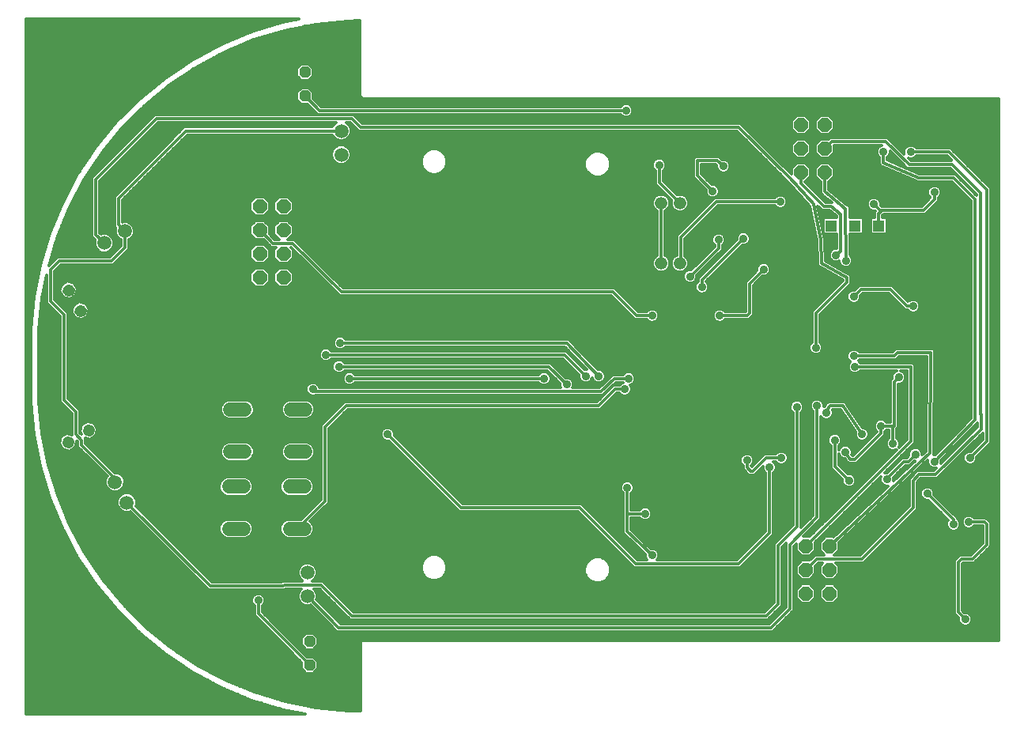
<source format=gbl>
G75*
%MOIN*%
%OFA0B0*%
%FSLAX25Y25*%
%IPPOS*%
%LPD*%
%AMOC8*
5,1,8,0,0,1.08239X$1,22.5*
%
%ADD10C,0.06000*%
%ADD11C,0.00960*%
%ADD12C,0.05906*%
%ADD13OC8,0.04800*%
%ADD14OC8,0.06000*%
%ADD15R,0.04724X0.04724*%
%ADD16C,0.05250*%
%ADD17C,0.03543*%
%ADD18C,0.01200*%
D10*
X0107685Y0102841D02*
X0113685Y0102841D01*
X0113685Y0120641D02*
X0107685Y0120641D01*
X0108185Y0135341D02*
X0114185Y0135341D01*
X0133785Y0135341D02*
X0139785Y0135341D01*
X0139285Y0120641D02*
X0133285Y0120641D01*
X0133285Y0102841D02*
X0139285Y0102841D01*
X0139785Y0153141D02*
X0133785Y0153141D01*
X0114185Y0153141D02*
X0108185Y0153141D01*
D11*
X0050048Y0144163D02*
X0050528Y0144643D01*
X0050116Y0143107D01*
X0048739Y0142312D01*
X0047203Y0142724D01*
X0046408Y0144101D01*
X0046820Y0145637D01*
X0048197Y0146432D01*
X0049733Y0146020D01*
X0050528Y0144643D01*
X0049755Y0144541D01*
X0049498Y0143582D01*
X0048637Y0143085D01*
X0047678Y0143342D01*
X0047181Y0144203D01*
X0047438Y0145162D01*
X0048299Y0145659D01*
X0049258Y0145402D01*
X0049755Y0144541D01*
X0048982Y0144440D01*
X0048879Y0144056D01*
X0048536Y0143858D01*
X0048152Y0143961D01*
X0047954Y0144304D01*
X0048057Y0144688D01*
X0048400Y0144886D01*
X0048784Y0144783D01*
X0048982Y0144440D01*
X0041388Y0139163D02*
X0041868Y0139643D01*
X0041456Y0138107D01*
X0040079Y0137312D01*
X0038543Y0137724D01*
X0037748Y0139101D01*
X0038160Y0140637D01*
X0039537Y0141432D01*
X0041073Y0141020D01*
X0041868Y0139643D01*
X0041095Y0139541D01*
X0040838Y0138582D01*
X0039977Y0138085D01*
X0039018Y0138342D01*
X0038521Y0139203D01*
X0038778Y0140162D01*
X0039639Y0140659D01*
X0040598Y0140402D01*
X0041095Y0139541D01*
X0040322Y0139440D01*
X0040219Y0139056D01*
X0039876Y0138858D01*
X0039492Y0138961D01*
X0039294Y0139304D01*
X0039397Y0139688D01*
X0039740Y0139886D01*
X0040124Y0139783D01*
X0040322Y0139440D01*
X0044762Y0193291D02*
X0045242Y0192811D01*
X0043706Y0193223D01*
X0042911Y0194600D01*
X0043323Y0196136D01*
X0044700Y0196931D01*
X0046236Y0196519D01*
X0047031Y0195142D01*
X0046619Y0193606D01*
X0045242Y0192811D01*
X0045140Y0193584D01*
X0044181Y0193841D01*
X0043684Y0194702D01*
X0043941Y0195661D01*
X0044802Y0196158D01*
X0045761Y0195901D01*
X0046258Y0195040D01*
X0046001Y0194081D01*
X0045140Y0193584D01*
X0045039Y0194357D01*
X0044655Y0194460D01*
X0044457Y0194803D01*
X0044560Y0195187D01*
X0044903Y0195385D01*
X0045287Y0195282D01*
X0045485Y0194939D01*
X0045382Y0194555D01*
X0045039Y0194357D01*
X0039762Y0201951D02*
X0040242Y0201471D01*
X0038706Y0201883D01*
X0037911Y0203260D01*
X0038323Y0204796D01*
X0039700Y0205591D01*
X0041236Y0205179D01*
X0042031Y0203802D01*
X0041619Y0202266D01*
X0040242Y0201471D01*
X0040140Y0202244D01*
X0039181Y0202501D01*
X0038684Y0203362D01*
X0038941Y0204321D01*
X0039802Y0204818D01*
X0040761Y0204561D01*
X0041258Y0203700D01*
X0041001Y0202741D01*
X0040140Y0202244D01*
X0040039Y0203017D01*
X0039655Y0203120D01*
X0039457Y0203463D01*
X0039560Y0203847D01*
X0039903Y0204045D01*
X0040287Y0203942D01*
X0040485Y0203599D01*
X0040382Y0203215D01*
X0040039Y0203017D01*
D12*
X0055046Y0223310D03*
X0063706Y0228310D03*
X0154950Y0260595D03*
X0154950Y0270595D03*
X0059588Y0122561D03*
X0064588Y0113901D03*
X0140737Y0084438D03*
X0140737Y0074438D03*
D13*
X0141603Y0055422D03*
X0141603Y0045422D03*
X0139635Y0285304D03*
X0139635Y0295304D03*
D14*
X0130603Y0238765D03*
X0120603Y0238765D03*
X0120603Y0228765D03*
X0130603Y0228765D03*
X0130603Y0218765D03*
X0120603Y0218765D03*
X0120603Y0208765D03*
X0130603Y0208765D03*
X0348769Y0253178D03*
X0358769Y0253178D03*
X0358769Y0263178D03*
X0348769Y0263178D03*
X0348769Y0273178D03*
X0358769Y0273178D03*
X0360737Y0095580D03*
X0350737Y0095580D03*
X0350737Y0085580D03*
X0360737Y0085580D03*
X0360737Y0075580D03*
X0350737Y0075580D03*
D15*
X0361556Y0230509D03*
X0371556Y0230509D03*
X0381556Y0230509D03*
D16*
X0297694Y0240174D03*
X0289820Y0240174D03*
X0289835Y0214749D03*
X0297709Y0214749D03*
D17*
X0301985Y0209241D03*
X0306985Y0204741D03*
X0314485Y0192741D03*
X0332985Y0212241D03*
X0324485Y0225241D03*
X0313985Y0224741D03*
X0311485Y0245241D03*
X0315985Y0255741D03*
X0339985Y0240741D03*
X0363485Y0218241D03*
X0367685Y0215941D03*
X0370985Y0200741D03*
X0395985Y0196741D03*
X0370985Y0175741D03*
X0371485Y0171241D03*
X0354985Y0179241D03*
X0355485Y0154741D03*
X0359485Y0151741D03*
X0346985Y0154241D03*
X0362985Y0140241D03*
X0367485Y0135241D03*
X0374485Y0142741D03*
X0382485Y0146241D03*
X0387485Y0138741D03*
X0396985Y0134241D03*
X0404985Y0131241D03*
X0401985Y0117741D03*
X0419485Y0105741D03*
X0412985Y0104741D03*
X0384985Y0123741D03*
X0368985Y0123241D03*
X0340485Y0132741D03*
X0335485Y0128741D03*
X0325985Y0131741D03*
X0282985Y0109241D03*
X0275485Y0120241D03*
X0285985Y0091741D03*
X0274485Y0161741D03*
X0275985Y0166241D03*
X0263485Y0167241D03*
X0257985Y0167241D03*
X0249985Y0163741D03*
X0240485Y0166241D03*
X0285985Y0192741D03*
X0288985Y0256241D03*
X0274985Y0279241D03*
X0379485Y0239741D03*
X0404985Y0244741D03*
X0394985Y0261741D03*
X0383485Y0261741D03*
X0389985Y0166741D03*
X0419985Y0132741D03*
X0417985Y0064741D03*
X0174485Y0142741D03*
X0158485Y0166241D03*
X0153985Y0171241D03*
X0148485Y0176241D03*
X0154485Y0181241D03*
X0142985Y0161741D03*
X0119985Y0072741D03*
D18*
X0021985Y0024741D02*
X0021985Y0317741D01*
X0136983Y0317741D01*
X0130229Y0316398D01*
X0117029Y0312393D01*
X0104284Y0307114D01*
X0092118Y0300611D01*
X0080648Y0292947D01*
X0069984Y0284196D01*
X0060230Y0274442D01*
X0060230Y0274442D01*
X0060230Y0274442D01*
X0051479Y0263778D01*
X0043815Y0252308D01*
X0037312Y0240142D01*
X0032033Y0227397D01*
X0028028Y0214197D01*
X0028028Y0214196D01*
X0025337Y0200667D01*
X0025337Y0200667D01*
X0023985Y0186938D01*
X0023985Y0163945D01*
X0023985Y0156329D01*
X0025340Y0142571D01*
X0028037Y0129012D01*
X0032050Y0115783D01*
X0037340Y0103011D01*
X0043857Y0090819D01*
X0051537Y0079325D01*
X0060307Y0068639D01*
X0070083Y0058863D01*
X0080769Y0050093D01*
X0092264Y0042413D01*
X0104455Y0035896D01*
X0117227Y0030606D01*
X0130456Y0026593D01*
X0139767Y0024741D01*
X0021985Y0024741D01*
X0021985Y0025777D02*
X0134559Y0025777D01*
X0134758Y0029372D02*
X0162985Y0029372D01*
X0162985Y0028174D02*
X0140784Y0028174D01*
X0144539Y0027427D02*
X0131324Y0030056D01*
X0118430Y0033967D01*
X0105982Y0039123D01*
X0094099Y0045475D01*
X0082896Y0052961D01*
X0072480Y0061508D01*
X0072480Y0061508D01*
X0062952Y0071036D01*
X0054405Y0081451D01*
X0046919Y0092655D01*
X0040567Y0104538D01*
X0035411Y0116986D01*
X0031500Y0129880D01*
X0028871Y0143095D01*
X0027550Y0156504D01*
X0027385Y0163241D01*
X0027385Y0180041D01*
X0027550Y0186763D01*
X0028868Y0200143D01*
X0030785Y0209781D01*
X0030785Y0198037D01*
X0031781Y0197041D01*
X0036285Y0192537D01*
X0036285Y0156537D01*
X0037281Y0155541D01*
X0041285Y0151537D01*
X0041285Y0142600D01*
X0039313Y0143128D01*
X0036802Y0141679D01*
X0036052Y0138878D01*
X0037502Y0136367D01*
X0040302Y0135616D01*
X0042813Y0137066D01*
X0043541Y0139781D01*
X0043785Y0139537D01*
X0043785Y0137537D01*
X0044781Y0136541D01*
X0056309Y0125013D01*
X0056152Y0124857D01*
X0055535Y0123367D01*
X0055535Y0121755D01*
X0056152Y0120265D01*
X0057292Y0119125D01*
X0058782Y0118508D01*
X0060394Y0118508D01*
X0061884Y0119125D01*
X0063024Y0120265D01*
X0063641Y0121755D01*
X0063641Y0123367D01*
X0063024Y0124857D01*
X0061884Y0125997D01*
X0060394Y0126614D01*
X0059516Y0126614D01*
X0047185Y0138945D01*
X0047185Y0140945D01*
X0046983Y0141147D01*
X0048963Y0140616D01*
X0051474Y0142066D01*
X0052224Y0144867D01*
X0050774Y0147378D01*
X0047974Y0148128D01*
X0045463Y0146679D01*
X0044712Y0143878D01*
X0045340Y0142790D01*
X0044685Y0143445D01*
X0044685Y0152945D01*
X0039685Y0157945D01*
X0039685Y0193945D01*
X0034185Y0199445D01*
X0034185Y0211537D01*
X0036689Y0214041D01*
X0058689Y0214041D01*
X0064410Y0219762D01*
X0065406Y0220758D01*
X0065406Y0224628D01*
X0066002Y0224874D01*
X0067142Y0226014D01*
X0067759Y0227504D01*
X0067759Y0229116D01*
X0067142Y0230606D01*
X0066002Y0231746D01*
X0064512Y0232363D01*
X0062900Y0232363D01*
X0062685Y0232274D01*
X0062685Y0241537D01*
X0090043Y0268895D01*
X0151267Y0268895D01*
X0151514Y0268299D01*
X0152654Y0267159D01*
X0154143Y0266542D01*
X0155756Y0266542D01*
X0157245Y0267159D01*
X0158385Y0268299D01*
X0159002Y0269789D01*
X0159002Y0271401D01*
X0158385Y0272891D01*
X0157245Y0274031D01*
X0157221Y0274041D01*
X0158781Y0274041D01*
X0162281Y0270541D01*
X0321781Y0270541D01*
X0342754Y0249567D01*
X0352410Y0238946D01*
X0355293Y0224531D01*
X0355762Y0215153D01*
X0355660Y0214973D01*
X0355796Y0214472D01*
X0355822Y0213953D01*
X0355976Y0213814D01*
X0356030Y0213614D01*
X0356481Y0213356D01*
X0356867Y0213008D01*
X0357073Y0213018D01*
X0366285Y0207754D01*
X0366285Y0207445D01*
X0353285Y0194445D01*
X0353285Y0181602D01*
X0352551Y0180868D01*
X0352113Y0179812D01*
X0352113Y0178670D01*
X0352551Y0177614D01*
X0353358Y0176806D01*
X0354414Y0176369D01*
X0355556Y0176369D01*
X0356612Y0176806D01*
X0357420Y0177614D01*
X0357857Y0178670D01*
X0357857Y0179812D01*
X0357420Y0180868D01*
X0356685Y0181602D01*
X0356685Y0193037D01*
X0368689Y0205041D01*
X0369685Y0206037D01*
X0369685Y0208289D01*
X0369810Y0208509D01*
X0369685Y0208969D01*
X0369685Y0209445D01*
X0369506Y0209624D01*
X0369440Y0209868D01*
X0369026Y0210104D01*
X0368689Y0210441D01*
X0368437Y0210441D01*
X0359136Y0215755D01*
X0358711Y0224265D01*
X0358790Y0224384D01*
X0358677Y0224951D01*
X0358648Y0225529D01*
X0358542Y0225625D01*
X0358137Y0227647D01*
X0358738Y0227046D01*
X0363885Y0227046D01*
X0363885Y0221113D01*
X0362914Y0221113D01*
X0361858Y0220675D01*
X0361051Y0219868D01*
X0360613Y0218812D01*
X0360613Y0217670D01*
X0361051Y0216614D01*
X0361858Y0215806D01*
X0362914Y0215369D01*
X0364056Y0215369D01*
X0364813Y0215683D01*
X0364813Y0215370D01*
X0365251Y0214314D01*
X0366058Y0213506D01*
X0367114Y0213069D01*
X0368256Y0213069D01*
X0369312Y0213506D01*
X0370120Y0214314D01*
X0370557Y0215370D01*
X0370557Y0216512D01*
X0370120Y0217568D01*
X0369374Y0218313D01*
X0369334Y0227046D01*
X0374374Y0227046D01*
X0375018Y0227691D01*
X0375018Y0233327D01*
X0374374Y0233971D01*
X0369303Y0233971D01*
X0369288Y0237244D01*
X0369350Y0237321D01*
X0369285Y0237935D01*
X0369282Y0238553D01*
X0369211Y0238623D01*
X0369201Y0238721D01*
X0368720Y0239109D01*
X0368281Y0239544D01*
X0368182Y0239544D01*
X0360468Y0245770D01*
X0360468Y0249080D01*
X0362868Y0251480D01*
X0362868Y0254876D01*
X0360467Y0257278D01*
X0357070Y0257278D01*
X0354669Y0254876D01*
X0354669Y0251480D01*
X0357069Y0249080D01*
X0357069Y0245558D01*
X0357003Y0245477D01*
X0357069Y0244867D01*
X0357069Y0244253D01*
X0357142Y0244180D01*
X0357153Y0244077D01*
X0357630Y0243691D01*
X0358064Y0243257D01*
X0358168Y0243257D01*
X0361626Y0240466D01*
X0361393Y0240441D01*
X0359189Y0240441D01*
X0350509Y0249121D01*
X0352868Y0251480D01*
X0352868Y0254876D01*
X0350467Y0257278D01*
X0347070Y0257278D01*
X0344669Y0254876D01*
X0344669Y0252462D01*
X0324185Y0272945D01*
X0323189Y0273941D01*
X0163689Y0273941D01*
X0161185Y0276445D01*
X0160189Y0277441D01*
X0076281Y0277441D01*
X0050781Y0251941D01*
X0049785Y0250945D01*
X0049785Y0226167D01*
X0051240Y0224712D01*
X0050993Y0224116D01*
X0050993Y0222504D01*
X0051610Y0221014D01*
X0052750Y0219874D01*
X0054240Y0219257D01*
X0055852Y0219257D01*
X0057342Y0219874D01*
X0058482Y0221014D01*
X0059099Y0222504D01*
X0059099Y0224116D01*
X0058482Y0225606D01*
X0057342Y0226746D01*
X0055852Y0227363D01*
X0054240Y0227363D01*
X0053644Y0227116D01*
X0053185Y0227575D01*
X0053185Y0249537D01*
X0077689Y0274041D01*
X0152678Y0274041D01*
X0152654Y0274031D01*
X0151514Y0272891D01*
X0151267Y0272295D01*
X0088635Y0272295D01*
X0060281Y0243941D01*
X0059285Y0242945D01*
X0059285Y0230327D01*
X0059900Y0229712D01*
X0059654Y0229116D01*
X0059654Y0227504D01*
X0060271Y0226014D01*
X0061411Y0224874D01*
X0062006Y0224628D01*
X0062006Y0222166D01*
X0057281Y0217441D01*
X0035281Y0217441D01*
X0034285Y0216445D01*
X0031631Y0213791D01*
X0035393Y0226195D01*
X0040538Y0238616D01*
X0046876Y0250473D01*
X0054346Y0261652D01*
X0062875Y0272045D01*
X0072381Y0281551D01*
X0082774Y0290080D01*
X0093953Y0297550D01*
X0105810Y0303887D01*
X0118231Y0309032D01*
X0131097Y0312935D01*
X0144283Y0315558D01*
X0157663Y0316876D01*
X0162685Y0316999D01*
X0162685Y0285437D01*
X0163485Y0284637D01*
X0163485Y0284241D01*
X0431985Y0284241D01*
X0431985Y0055741D01*
X0162985Y0055741D01*
X0162985Y0025983D01*
X0157948Y0026106D01*
X0144539Y0027427D01*
X0149124Y0026975D02*
X0162985Y0026975D01*
X0162985Y0030571D02*
X0129625Y0030571D01*
X0129196Y0026975D02*
X0021985Y0026975D01*
X0021985Y0028174D02*
X0125245Y0028174D01*
X0125674Y0031769D02*
X0162985Y0031769D01*
X0162985Y0032968D02*
X0121723Y0032968D01*
X0121294Y0029372D02*
X0021985Y0029372D01*
X0021985Y0030571D02*
X0117343Y0030571D01*
X0114418Y0031769D02*
X0021985Y0031769D01*
X0021985Y0032968D02*
X0111525Y0032968D01*
X0108631Y0034167D02*
X0021985Y0034167D01*
X0021985Y0035365D02*
X0105738Y0035365D01*
X0103207Y0036564D02*
X0021985Y0036564D01*
X0021985Y0037762D02*
X0100965Y0037762D01*
X0098723Y0038961D02*
X0021985Y0038961D01*
X0021985Y0040159D02*
X0096480Y0040159D01*
X0094238Y0041358D02*
X0021985Y0041358D01*
X0021985Y0042556D02*
X0092049Y0042556D01*
X0090256Y0043755D02*
X0021985Y0043755D01*
X0021985Y0044953D02*
X0088462Y0044953D01*
X0086668Y0046152D02*
X0021985Y0046152D01*
X0021985Y0047350D02*
X0084875Y0047350D01*
X0083081Y0048549D02*
X0021985Y0048549D01*
X0021985Y0049747D02*
X0081287Y0049747D01*
X0080769Y0050093D02*
X0080769Y0050093D01*
X0079731Y0050946D02*
X0021985Y0050946D01*
X0021985Y0052144D02*
X0078270Y0052144D01*
X0076810Y0053343D02*
X0021985Y0053343D01*
X0021985Y0054541D02*
X0075349Y0054541D01*
X0073889Y0055740D02*
X0021985Y0055740D01*
X0021985Y0056938D02*
X0072429Y0056938D01*
X0070968Y0058137D02*
X0021985Y0058137D01*
X0021985Y0059335D02*
X0069611Y0059335D01*
X0068412Y0060534D02*
X0021985Y0060534D01*
X0021985Y0061732D02*
X0067214Y0061732D01*
X0066015Y0062931D02*
X0021985Y0062931D01*
X0021985Y0064129D02*
X0064817Y0064129D01*
X0063618Y0065328D02*
X0021985Y0065328D01*
X0021985Y0066526D02*
X0062420Y0066526D01*
X0061221Y0067725D02*
X0021985Y0067725D01*
X0021985Y0068923D02*
X0060074Y0068923D01*
X0060307Y0068639D02*
X0060307Y0068639D01*
X0059090Y0070122D02*
X0021985Y0070122D01*
X0021985Y0071320D02*
X0058107Y0071320D01*
X0057123Y0072519D02*
X0021985Y0072519D01*
X0021985Y0073717D02*
X0056139Y0073717D01*
X0055156Y0074916D02*
X0021985Y0074916D01*
X0021985Y0076114D02*
X0054172Y0076114D01*
X0053189Y0077313D02*
X0021985Y0077313D01*
X0021985Y0078511D02*
X0052205Y0078511D01*
X0051537Y0079325D02*
X0051537Y0079325D01*
X0051280Y0079710D02*
X0021985Y0079710D01*
X0021985Y0080908D02*
X0050479Y0080908D01*
X0049679Y0082107D02*
X0021985Y0082107D01*
X0021985Y0083305D02*
X0048878Y0083305D01*
X0048077Y0084504D02*
X0021985Y0084504D01*
X0021985Y0085702D02*
X0047276Y0085702D01*
X0046475Y0086901D02*
X0021985Y0086901D01*
X0021985Y0088100D02*
X0045674Y0088100D01*
X0044874Y0089298D02*
X0021985Y0089298D01*
X0021985Y0090497D02*
X0044073Y0090497D01*
X0043857Y0090819D02*
X0043857Y0090819D01*
X0043389Y0091695D02*
X0021985Y0091695D01*
X0021985Y0092894D02*
X0042748Y0092894D01*
X0042108Y0094092D02*
X0021985Y0094092D01*
X0021985Y0095291D02*
X0041467Y0095291D01*
X0040827Y0096489D02*
X0021985Y0096489D01*
X0021985Y0097688D02*
X0040186Y0097688D01*
X0039545Y0098886D02*
X0021985Y0098886D01*
X0021985Y0100085D02*
X0038905Y0100085D01*
X0038264Y0101283D02*
X0021985Y0101283D01*
X0021985Y0102482D02*
X0037623Y0102482D01*
X0037340Y0103011D02*
X0037340Y0103011D01*
X0037063Y0103680D02*
X0021985Y0103680D01*
X0021985Y0104879D02*
X0036567Y0104879D01*
X0036070Y0106077D02*
X0021985Y0106077D01*
X0021985Y0107276D02*
X0035574Y0107276D01*
X0035078Y0108474D02*
X0021985Y0108474D01*
X0021985Y0109673D02*
X0034581Y0109673D01*
X0034085Y0110871D02*
X0021985Y0110871D01*
X0021985Y0112070D02*
X0033588Y0112070D01*
X0033092Y0113268D02*
X0021985Y0113268D01*
X0021985Y0114467D02*
X0032595Y0114467D01*
X0032099Y0115665D02*
X0021985Y0115665D01*
X0021985Y0116864D02*
X0031722Y0116864D01*
X0032050Y0115783D02*
X0032050Y0115783D01*
X0031359Y0118062D02*
X0021985Y0118062D01*
X0021985Y0119261D02*
X0030995Y0119261D01*
X0030632Y0120459D02*
X0021985Y0120459D01*
X0021985Y0121658D02*
X0030268Y0121658D01*
X0029904Y0122856D02*
X0021985Y0122856D01*
X0021985Y0124055D02*
X0029541Y0124055D01*
X0029177Y0125253D02*
X0021985Y0125253D01*
X0021985Y0126452D02*
X0028814Y0126452D01*
X0028450Y0127650D02*
X0021985Y0127650D01*
X0021985Y0128849D02*
X0028087Y0128849D01*
X0028037Y0129012D02*
X0028037Y0129012D01*
X0027831Y0130047D02*
X0021985Y0130047D01*
X0021985Y0131246D02*
X0027593Y0131246D01*
X0027354Y0132444D02*
X0021985Y0132444D01*
X0021985Y0133643D02*
X0027116Y0133643D01*
X0026878Y0134841D02*
X0021985Y0134841D01*
X0021985Y0136040D02*
X0026639Y0136040D01*
X0026401Y0137238D02*
X0021985Y0137238D01*
X0021985Y0138437D02*
X0026162Y0138437D01*
X0025924Y0139636D02*
X0021985Y0139636D01*
X0021985Y0140834D02*
X0025686Y0140834D01*
X0025447Y0142033D02*
X0021985Y0142033D01*
X0021985Y0143231D02*
X0025275Y0143231D01*
X0025340Y0142571D02*
X0025340Y0142571D01*
X0025157Y0144430D02*
X0021985Y0144430D01*
X0021985Y0145628D02*
X0025039Y0145628D01*
X0024921Y0146827D02*
X0021985Y0146827D01*
X0021985Y0148025D02*
X0024803Y0148025D01*
X0024685Y0149224D02*
X0021985Y0149224D01*
X0021985Y0150422D02*
X0024567Y0150422D01*
X0024449Y0151621D02*
X0021985Y0151621D01*
X0021985Y0152819D02*
X0024331Y0152819D01*
X0024213Y0154018D02*
X0021985Y0154018D01*
X0021985Y0155216D02*
X0024095Y0155216D01*
X0023985Y0156415D02*
X0021985Y0156415D01*
X0021985Y0157613D02*
X0023985Y0157613D01*
X0023985Y0158812D02*
X0021985Y0158812D01*
X0021985Y0160010D02*
X0023985Y0160010D01*
X0023985Y0161209D02*
X0021985Y0161209D01*
X0021985Y0162407D02*
X0023985Y0162407D01*
X0023985Y0163606D02*
X0021985Y0163606D01*
X0021985Y0164804D02*
X0023985Y0164804D01*
X0023985Y0166003D02*
X0021985Y0166003D01*
X0021985Y0167201D02*
X0023985Y0167201D01*
X0023985Y0168400D02*
X0021985Y0168400D01*
X0021985Y0169598D02*
X0023985Y0169598D01*
X0023985Y0170797D02*
X0021985Y0170797D01*
X0021985Y0171995D02*
X0023985Y0171995D01*
X0023985Y0173194D02*
X0021985Y0173194D01*
X0021985Y0174392D02*
X0023985Y0174392D01*
X0023985Y0175591D02*
X0021985Y0175591D01*
X0021985Y0176789D02*
X0023985Y0176789D01*
X0023985Y0177988D02*
X0021985Y0177988D01*
X0021985Y0179186D02*
X0023985Y0179186D01*
X0023985Y0180385D02*
X0021985Y0180385D01*
X0021985Y0181583D02*
X0023985Y0181583D01*
X0023985Y0182782D02*
X0021985Y0182782D01*
X0021985Y0183980D02*
X0023985Y0183980D01*
X0023985Y0185179D02*
X0021985Y0185179D01*
X0021985Y0186377D02*
X0023985Y0186377D01*
X0024048Y0187576D02*
X0021985Y0187576D01*
X0021985Y0188774D02*
X0024166Y0188774D01*
X0024284Y0189973D02*
X0021985Y0189973D01*
X0021985Y0191171D02*
X0024402Y0191171D01*
X0024520Y0192370D02*
X0021985Y0192370D01*
X0021985Y0193569D02*
X0024638Y0193569D01*
X0024756Y0194767D02*
X0021985Y0194767D01*
X0021985Y0195966D02*
X0024874Y0195966D01*
X0024992Y0197164D02*
X0021985Y0197164D01*
X0021985Y0198363D02*
X0025110Y0198363D01*
X0025228Y0199561D02*
X0021985Y0199561D01*
X0021985Y0200760D02*
X0025356Y0200760D01*
X0025594Y0201958D02*
X0021985Y0201958D01*
X0021985Y0203157D02*
X0025832Y0203157D01*
X0026071Y0204355D02*
X0021985Y0204355D01*
X0021985Y0205554D02*
X0026309Y0205554D01*
X0026548Y0206752D02*
X0021985Y0206752D01*
X0021985Y0207951D02*
X0026786Y0207951D01*
X0027024Y0209149D02*
X0021985Y0209149D01*
X0021985Y0210348D02*
X0027263Y0210348D01*
X0027501Y0211546D02*
X0021985Y0211546D01*
X0021985Y0212745D02*
X0027740Y0212745D01*
X0027978Y0213943D02*
X0021985Y0213943D01*
X0021985Y0215142D02*
X0028315Y0215142D01*
X0028679Y0216340D02*
X0021985Y0216340D01*
X0021985Y0217539D02*
X0029042Y0217539D01*
X0029406Y0218737D02*
X0021985Y0218737D01*
X0021985Y0219936D02*
X0029769Y0219936D01*
X0030133Y0221134D02*
X0021985Y0221134D01*
X0021985Y0222333D02*
X0030497Y0222333D01*
X0030860Y0223531D02*
X0021985Y0223531D01*
X0021985Y0224730D02*
X0031224Y0224730D01*
X0031587Y0225928D02*
X0021985Y0225928D01*
X0021985Y0227127D02*
X0031951Y0227127D01*
X0032033Y0227397D02*
X0032033Y0227397D01*
X0032417Y0228325D02*
X0021985Y0228325D01*
X0021985Y0229524D02*
X0032914Y0229524D01*
X0033410Y0230722D02*
X0021985Y0230722D01*
X0021985Y0231921D02*
X0033907Y0231921D01*
X0034403Y0233119D02*
X0021985Y0233119D01*
X0021985Y0234318D02*
X0034899Y0234318D01*
X0035396Y0235516D02*
X0021985Y0235516D01*
X0021985Y0236715D02*
X0035892Y0236715D01*
X0036389Y0237913D02*
X0021985Y0237913D01*
X0021985Y0239112D02*
X0036885Y0239112D01*
X0037312Y0240142D02*
X0037312Y0240142D01*
X0037402Y0240310D02*
X0021985Y0240310D01*
X0021985Y0241509D02*
X0038043Y0241509D01*
X0038683Y0242707D02*
X0021985Y0242707D01*
X0021985Y0243906D02*
X0039324Y0243906D01*
X0039964Y0245105D02*
X0021985Y0245105D01*
X0021985Y0246303D02*
X0040605Y0246303D01*
X0041246Y0247502D02*
X0021985Y0247502D01*
X0021985Y0248700D02*
X0041886Y0248700D01*
X0042527Y0249899D02*
X0021985Y0249899D01*
X0021985Y0251097D02*
X0043167Y0251097D01*
X0043808Y0252296D02*
X0021985Y0252296D01*
X0021985Y0253494D02*
X0044607Y0253494D01*
X0043815Y0252308D02*
X0043815Y0252308D01*
X0045408Y0254693D02*
X0021985Y0254693D01*
X0021985Y0255891D02*
X0046209Y0255891D01*
X0047010Y0257090D02*
X0021985Y0257090D01*
X0021985Y0258288D02*
X0047811Y0258288D01*
X0048611Y0259487D02*
X0021985Y0259487D01*
X0021985Y0260685D02*
X0049412Y0260685D01*
X0050213Y0261884D02*
X0021985Y0261884D01*
X0021985Y0263082D02*
X0051014Y0263082D01*
X0051479Y0263778D02*
X0051479Y0263778D01*
X0051891Y0264281D02*
X0021985Y0264281D01*
X0021985Y0265479D02*
X0052875Y0265479D01*
X0053858Y0266678D02*
X0021985Y0266678D01*
X0021985Y0267876D02*
X0054842Y0267876D01*
X0055826Y0269075D02*
X0021985Y0269075D01*
X0021985Y0270273D02*
X0056809Y0270273D01*
X0057793Y0271472D02*
X0021985Y0271472D01*
X0021985Y0272670D02*
X0058776Y0272670D01*
X0059760Y0273869D02*
X0021985Y0273869D01*
X0021985Y0275067D02*
X0060856Y0275067D01*
X0062054Y0276266D02*
X0021985Y0276266D01*
X0021985Y0277464D02*
X0063253Y0277464D01*
X0064451Y0278663D02*
X0021985Y0278663D01*
X0021985Y0279861D02*
X0065650Y0279861D01*
X0066848Y0281060D02*
X0021985Y0281060D01*
X0021985Y0282258D02*
X0068047Y0282258D01*
X0069245Y0283457D02*
X0021985Y0283457D01*
X0021985Y0284655D02*
X0070544Y0284655D01*
X0072005Y0285854D02*
X0021985Y0285854D01*
X0021985Y0287052D02*
X0073465Y0287052D01*
X0074925Y0288251D02*
X0021985Y0288251D01*
X0021985Y0289449D02*
X0076386Y0289449D01*
X0077846Y0290648D02*
X0021985Y0290648D01*
X0021985Y0291846D02*
X0079307Y0291846D01*
X0080794Y0293045D02*
X0021985Y0293045D01*
X0021985Y0294243D02*
X0082588Y0294243D01*
X0084382Y0295442D02*
X0021985Y0295442D01*
X0021985Y0296640D02*
X0086175Y0296640D01*
X0087969Y0297839D02*
X0021985Y0297839D01*
X0021985Y0299038D02*
X0089763Y0299038D01*
X0091556Y0300236D02*
X0021985Y0300236D01*
X0021985Y0301435D02*
X0093658Y0301435D01*
X0095900Y0302633D02*
X0021985Y0302633D01*
X0021985Y0303832D02*
X0098143Y0303832D01*
X0100385Y0305030D02*
X0021985Y0305030D01*
X0021985Y0306229D02*
X0102627Y0306229D01*
X0105040Y0307427D02*
X0021985Y0307427D01*
X0021985Y0308626D02*
X0107933Y0308626D01*
X0110826Y0309824D02*
X0021985Y0309824D01*
X0021985Y0311023D02*
X0113720Y0311023D01*
X0116613Y0312221D02*
X0021985Y0312221D01*
X0021985Y0313420D02*
X0120413Y0313420D01*
X0120841Y0309824D02*
X0162685Y0309824D01*
X0162685Y0308626D02*
X0117249Y0308626D01*
X0114355Y0307427D02*
X0162685Y0307427D01*
X0162685Y0306229D02*
X0111462Y0306229D01*
X0108568Y0305030D02*
X0162685Y0305030D01*
X0162685Y0303832D02*
X0105705Y0303832D01*
X0103463Y0302633D02*
X0162685Y0302633D01*
X0162685Y0301435D02*
X0101221Y0301435D01*
X0098979Y0300236D02*
X0162685Y0300236D01*
X0162685Y0299038D02*
X0096736Y0299038D01*
X0094494Y0297839D02*
X0137220Y0297839D01*
X0138185Y0298804D02*
X0136135Y0296754D01*
X0136135Y0293854D01*
X0138185Y0291804D01*
X0141084Y0291804D01*
X0143135Y0293854D01*
X0143135Y0296754D01*
X0141084Y0298804D01*
X0138185Y0298804D01*
X0136135Y0296640D02*
X0092592Y0296640D01*
X0090798Y0295442D02*
X0136135Y0295442D01*
X0136135Y0294243D02*
X0089005Y0294243D01*
X0087211Y0293045D02*
X0136944Y0293045D01*
X0138142Y0291846D02*
X0085417Y0291846D01*
X0083624Y0290648D02*
X0162685Y0290648D01*
X0162685Y0291846D02*
X0141127Y0291846D01*
X0142325Y0293045D02*
X0162685Y0293045D01*
X0162685Y0294243D02*
X0143135Y0294243D01*
X0143135Y0295442D02*
X0162685Y0295442D01*
X0162685Y0296640D02*
X0143135Y0296640D01*
X0142049Y0297839D02*
X0162685Y0297839D01*
X0162685Y0289449D02*
X0082005Y0289449D01*
X0080545Y0288251D02*
X0137632Y0288251D01*
X0138185Y0288804D02*
X0136135Y0286754D01*
X0136135Y0283854D01*
X0138185Y0281804D01*
X0140730Y0281804D01*
X0143998Y0278537D01*
X0144993Y0277541D01*
X0272624Y0277541D01*
X0273358Y0276806D01*
X0274414Y0276369D01*
X0275556Y0276369D01*
X0276612Y0276806D01*
X0277420Y0277614D01*
X0277857Y0278670D01*
X0277857Y0279812D01*
X0277420Y0280868D01*
X0276612Y0281675D01*
X0275556Y0282113D01*
X0274414Y0282113D01*
X0273358Y0281675D01*
X0272624Y0280941D01*
X0146402Y0280941D01*
X0143135Y0284208D01*
X0143135Y0286754D01*
X0141084Y0288804D01*
X0138185Y0288804D01*
X0136433Y0287052D02*
X0079085Y0287052D01*
X0077624Y0285854D02*
X0136135Y0285854D01*
X0136135Y0284655D02*
X0076164Y0284655D01*
X0074703Y0283457D02*
X0136532Y0283457D01*
X0137730Y0282258D02*
X0073243Y0282258D01*
X0071890Y0281060D02*
X0141475Y0281060D01*
X0142673Y0279861D02*
X0070692Y0279861D01*
X0069493Y0278663D02*
X0143872Y0278663D01*
X0145698Y0279241D02*
X0274985Y0279241D01*
X0272743Y0281060D02*
X0146283Y0281060D01*
X0145084Y0282258D02*
X0431985Y0282258D01*
X0431985Y0281060D02*
X0277227Y0281060D01*
X0277836Y0279861D02*
X0431985Y0279861D01*
X0431985Y0278663D02*
X0277854Y0278663D01*
X0277270Y0277464D02*
X0431985Y0277464D01*
X0431985Y0276266D02*
X0361479Y0276266D01*
X0360467Y0277278D02*
X0362868Y0274876D01*
X0362868Y0271480D01*
X0360467Y0269078D01*
X0357070Y0269078D01*
X0354669Y0271480D01*
X0354669Y0274876D01*
X0357070Y0277278D01*
X0360467Y0277278D01*
X0362677Y0275067D02*
X0431985Y0275067D01*
X0431985Y0273869D02*
X0362868Y0273869D01*
X0362868Y0272670D02*
X0431985Y0272670D01*
X0431985Y0271472D02*
X0362861Y0271472D01*
X0361662Y0270273D02*
X0431985Y0270273D01*
X0431985Y0269075D02*
X0328055Y0269075D01*
X0326857Y0270273D02*
X0345875Y0270273D01*
X0347070Y0269078D02*
X0344669Y0271480D01*
X0344669Y0274876D01*
X0347070Y0277278D01*
X0350467Y0277278D01*
X0352868Y0274876D01*
X0352868Y0271480D01*
X0350467Y0269078D01*
X0347070Y0269078D01*
X0347070Y0267278D02*
X0344669Y0264876D01*
X0344669Y0261480D01*
X0347070Y0259078D01*
X0350467Y0259078D01*
X0352868Y0261480D01*
X0352868Y0264876D01*
X0350467Y0267278D01*
X0347070Y0267278D01*
X0346470Y0266678D02*
X0330452Y0266678D01*
X0329254Y0267876D02*
X0361063Y0267876D01*
X0361127Y0267941D02*
X0360464Y0267278D01*
X0357070Y0267278D01*
X0354669Y0264876D01*
X0354669Y0261480D01*
X0357070Y0259078D01*
X0360467Y0259078D01*
X0362868Y0261480D01*
X0362868Y0264541D01*
X0382741Y0264541D01*
X0381858Y0264175D01*
X0381051Y0263368D01*
X0380613Y0262312D01*
X0380613Y0261170D01*
X0381051Y0260114D01*
X0381785Y0259380D01*
X0381785Y0257593D01*
X0381645Y0257271D01*
X0381785Y0256917D01*
X0381785Y0256537D01*
X0382034Y0256288D01*
X0382163Y0255961D01*
X0382512Y0255810D01*
X0382781Y0255541D01*
X0383133Y0255541D01*
X0397512Y0249310D01*
X0397781Y0249041D01*
X0398133Y0249041D01*
X0398455Y0248901D01*
X0398809Y0249041D01*
X0412281Y0249041D01*
X0420285Y0241037D01*
X0420285Y0149431D01*
X0405405Y0134113D01*
X0404677Y0134113D01*
X0404685Y0134786D01*
X0404710Y0135469D01*
X0404693Y0135487D01*
X0405177Y0176528D01*
X0405185Y0176537D01*
X0405185Y0177231D01*
X0405193Y0177925D01*
X0405185Y0177933D01*
X0405185Y0177945D01*
X0404694Y0178436D01*
X0404209Y0178933D01*
X0404197Y0178933D01*
X0404189Y0178941D01*
X0403495Y0178941D01*
X0402801Y0178949D01*
X0402793Y0178941D01*
X0388781Y0178941D01*
X0387281Y0177441D01*
X0373346Y0177441D01*
X0372612Y0178175D01*
X0371556Y0178613D01*
X0370414Y0178613D01*
X0369358Y0178175D01*
X0368551Y0177368D01*
X0368113Y0176312D01*
X0368113Y0175170D01*
X0368551Y0174114D01*
X0369358Y0173306D01*
X0369451Y0173268D01*
X0369051Y0172868D01*
X0368613Y0171812D01*
X0368613Y0170670D01*
X0369051Y0169614D01*
X0369858Y0168806D01*
X0370914Y0168369D01*
X0372056Y0168369D01*
X0373112Y0168806D01*
X0373846Y0169541D01*
X0389241Y0169541D01*
X0388358Y0169175D01*
X0387551Y0168368D01*
X0387113Y0167312D01*
X0387113Y0166273D01*
X0386285Y0165445D01*
X0386285Y0147941D01*
X0384846Y0147941D01*
X0384112Y0148675D01*
X0383056Y0149113D01*
X0381914Y0149113D01*
X0380858Y0148675D01*
X0380051Y0147868D01*
X0379613Y0146812D01*
X0379613Y0145670D01*
X0380051Y0144614D01*
X0380752Y0143912D01*
X0370781Y0133941D01*
X0370395Y0133941D01*
X0370185Y0134256D01*
X0370357Y0134670D01*
X0370357Y0135812D01*
X0369920Y0136868D01*
X0369112Y0137675D01*
X0368056Y0138113D01*
X0366914Y0138113D01*
X0365858Y0137675D01*
X0365051Y0136868D01*
X0364685Y0135985D01*
X0364685Y0137880D01*
X0365420Y0138614D01*
X0365857Y0139670D01*
X0365857Y0140812D01*
X0365420Y0141868D01*
X0364612Y0142675D01*
X0363556Y0143113D01*
X0362414Y0143113D01*
X0361358Y0142675D01*
X0360551Y0141868D01*
X0360113Y0140812D01*
X0360113Y0139670D01*
X0360551Y0138614D01*
X0361285Y0137880D01*
X0361285Y0128537D01*
X0366113Y0123708D01*
X0366113Y0122670D01*
X0366551Y0121614D01*
X0367358Y0120806D01*
X0368414Y0120369D01*
X0369556Y0120369D01*
X0370612Y0120806D01*
X0371420Y0121614D01*
X0371857Y0122670D01*
X0371857Y0123812D01*
X0371420Y0124868D01*
X0370612Y0125675D01*
X0369556Y0126113D01*
X0368518Y0126113D01*
X0364685Y0129945D01*
X0364685Y0134497D01*
X0365051Y0133614D01*
X0365858Y0132806D01*
X0366914Y0132369D01*
X0367356Y0132369D01*
X0367785Y0131726D01*
X0367785Y0131537D01*
X0368164Y0131158D01*
X0368461Y0130712D01*
X0368647Y0130675D01*
X0368781Y0130541D01*
X0369317Y0130541D01*
X0369842Y0130436D01*
X0370000Y0130541D01*
X0372189Y0130541D01*
X0373185Y0131537D01*
X0384185Y0142537D01*
X0384185Y0143880D01*
X0384846Y0144541D01*
X0385785Y0144541D01*
X0385785Y0141102D01*
X0385051Y0140368D01*
X0384613Y0139312D01*
X0384613Y0138170D01*
X0385051Y0137114D01*
X0385858Y0136306D01*
X0386914Y0135869D01*
X0388056Y0135869D01*
X0389023Y0136270D01*
X0352433Y0099680D01*
X0349828Y0099680D01*
X0356189Y0106041D01*
X0356189Y0106041D01*
X0357185Y0107037D01*
X0357185Y0149980D01*
X0357858Y0149306D01*
X0358914Y0148869D01*
X0360056Y0148869D01*
X0361112Y0149306D01*
X0361920Y0150114D01*
X0362357Y0151170D01*
X0362357Y0152312D01*
X0362055Y0153041D01*
X0365575Y0153041D01*
X0371785Y0143726D01*
X0371613Y0143312D01*
X0371613Y0142170D01*
X0372051Y0141114D01*
X0372858Y0140306D01*
X0373914Y0139869D01*
X0375056Y0139869D01*
X0376112Y0140306D01*
X0376920Y0141114D01*
X0377357Y0142170D01*
X0377357Y0143312D01*
X0376920Y0144368D01*
X0376112Y0145175D01*
X0375056Y0145613D01*
X0374614Y0145613D01*
X0368185Y0155256D01*
X0368185Y0155445D01*
X0367806Y0155824D01*
X0367509Y0156270D01*
X0367323Y0156307D01*
X0367189Y0156441D01*
X0366653Y0156441D01*
X0366128Y0156546D01*
X0365970Y0156441D01*
X0360281Y0156441D01*
X0359514Y0155675D01*
X0359168Y0155526D01*
X0359036Y0155196D01*
X0358785Y0154945D01*
X0358785Y0154568D01*
X0358781Y0154557D01*
X0358357Y0154382D01*
X0358357Y0155312D01*
X0357920Y0156368D01*
X0357112Y0157175D01*
X0356056Y0157613D01*
X0354914Y0157613D01*
X0353858Y0157175D01*
X0353051Y0156368D01*
X0352613Y0155312D01*
X0352613Y0154170D01*
X0353051Y0153114D01*
X0353785Y0152380D01*
X0353785Y0108445D01*
X0348685Y0103345D01*
X0348685Y0151880D01*
X0349420Y0152614D01*
X0349857Y0153670D01*
X0349857Y0154812D01*
X0349420Y0155868D01*
X0348612Y0156675D01*
X0347556Y0157113D01*
X0346414Y0157113D01*
X0345358Y0156675D01*
X0344551Y0155868D01*
X0344113Y0154812D01*
X0344113Y0153670D01*
X0344551Y0152614D01*
X0345285Y0151880D01*
X0345285Y0104445D01*
X0338281Y0097441D01*
X0337285Y0096445D01*
X0337285Y0071945D01*
X0333281Y0067941D01*
X0160189Y0067941D01*
X0148185Y0079945D01*
X0147189Y0080941D01*
X0142885Y0080941D01*
X0143033Y0081002D01*
X0144173Y0082142D01*
X0144790Y0083632D01*
X0144790Y0085244D01*
X0144173Y0086733D01*
X0143033Y0087874D01*
X0141543Y0088491D01*
X0139931Y0088491D01*
X0138441Y0087874D01*
X0137301Y0086733D01*
X0136684Y0085244D01*
X0136684Y0083632D01*
X0137301Y0082142D01*
X0138441Y0081002D01*
X0138589Y0080941D01*
X0130281Y0080941D01*
X0129781Y0080441D01*
X0100452Y0080441D01*
X0068394Y0112499D01*
X0068641Y0113095D01*
X0068641Y0114707D01*
X0068024Y0116196D01*
X0066884Y0117336D01*
X0065394Y0117953D01*
X0063782Y0117953D01*
X0062292Y0117336D01*
X0061152Y0116196D01*
X0060535Y0114707D01*
X0060535Y0113095D01*
X0061152Y0111605D01*
X0062292Y0110465D01*
X0063782Y0109848D01*
X0065394Y0109848D01*
X0065990Y0110095D01*
X0099044Y0077041D01*
X0131189Y0077041D01*
X0131689Y0077541D01*
X0138109Y0077541D01*
X0137301Y0076733D01*
X0136684Y0075244D01*
X0136684Y0073632D01*
X0137301Y0072142D01*
X0138441Y0071002D01*
X0139931Y0070385D01*
X0141543Y0070385D01*
X0142139Y0070632D01*
X0153230Y0059541D01*
X0336689Y0059541D01*
X0337685Y0060537D01*
X0345685Y0068537D01*
X0345685Y0095537D01*
X0346637Y0096489D01*
X0346637Y0093881D01*
X0349039Y0091480D01*
X0352435Y0091480D01*
X0354837Y0093881D01*
X0354837Y0097275D01*
X0382283Y0124721D01*
X0382113Y0124312D01*
X0382113Y0123170D01*
X0382551Y0122114D01*
X0383358Y0121306D01*
X0384414Y0120869D01*
X0385462Y0120869D01*
X0362540Y0099575D01*
X0362435Y0099680D01*
X0359039Y0099680D01*
X0356637Y0097278D01*
X0356637Y0093881D01*
X0358577Y0091941D01*
X0354694Y0091941D01*
X0353698Y0090945D01*
X0352433Y0089680D01*
X0349039Y0089680D01*
X0346637Y0087278D01*
X0346637Y0083881D01*
X0349039Y0081480D01*
X0352435Y0081480D01*
X0354837Y0083881D01*
X0354837Y0087275D01*
X0356103Y0088541D01*
X0357900Y0088541D01*
X0356637Y0087278D01*
X0356637Y0083881D01*
X0359039Y0081480D01*
X0362435Y0081480D01*
X0364837Y0083881D01*
X0364837Y0087278D01*
X0363574Y0088541D01*
X0375189Y0088541D01*
X0396689Y0110041D01*
X0397685Y0111037D01*
X0397685Y0122537D01*
X0399189Y0124041D01*
X0406189Y0124041D01*
X0425285Y0143137D01*
X0425285Y0140445D01*
X0420453Y0135613D01*
X0419414Y0135613D01*
X0418358Y0135175D01*
X0417551Y0134368D01*
X0417113Y0133312D01*
X0417113Y0132170D01*
X0417551Y0131114D01*
X0418358Y0130306D01*
X0419414Y0129869D01*
X0420556Y0129869D01*
X0421612Y0130306D01*
X0422420Y0131114D01*
X0422857Y0132170D01*
X0422857Y0133208D01*
X0428685Y0139037D01*
X0428685Y0246445D01*
X0427689Y0247441D01*
X0411689Y0263441D01*
X0397346Y0263441D01*
X0396612Y0264175D01*
X0395556Y0264613D01*
X0394414Y0264613D01*
X0393358Y0264175D01*
X0392551Y0263368D01*
X0392113Y0262312D01*
X0392113Y0261170D01*
X0392222Y0260909D01*
X0386185Y0266945D01*
X0385189Y0267941D01*
X0361127Y0267941D01*
X0361831Y0266241D02*
X0358769Y0263178D01*
X0362868Y0263082D02*
X0380932Y0263082D01*
X0380613Y0261884D02*
X0362868Y0261884D01*
X0362074Y0260685D02*
X0380814Y0260685D01*
X0381678Y0259487D02*
X0360875Y0259487D01*
X0360655Y0257090D02*
X0381717Y0257090D01*
X0381785Y0258288D02*
X0338842Y0258288D01*
X0340041Y0257090D02*
X0346882Y0257090D01*
X0345683Y0255891D02*
X0341239Y0255891D01*
X0342438Y0254693D02*
X0344669Y0254693D01*
X0344669Y0253494D02*
X0343636Y0253494D01*
X0343985Y0250741D02*
X0322485Y0272241D01*
X0162985Y0272241D01*
X0159485Y0275741D01*
X0076985Y0275741D01*
X0051485Y0250241D01*
X0051485Y0226871D01*
X0055046Y0223310D01*
X0058845Y0224730D02*
X0061760Y0224730D01*
X0062006Y0223531D02*
X0059099Y0223531D01*
X0059028Y0222333D02*
X0062006Y0222333D01*
X0060974Y0221134D02*
X0058531Y0221134D01*
X0057403Y0219936D02*
X0059776Y0219936D01*
X0058577Y0218737D02*
X0033131Y0218737D01*
X0032768Y0217539D02*
X0057379Y0217539D01*
X0057985Y0215741D02*
X0063706Y0221462D01*
X0063706Y0228310D01*
X0060985Y0231031D01*
X0060985Y0242241D01*
X0089339Y0270595D01*
X0154950Y0270595D01*
X0158706Y0269075D02*
X0323247Y0269075D01*
X0322049Y0270273D02*
X0159002Y0270273D01*
X0158973Y0271472D02*
X0161350Y0271472D01*
X0160152Y0272670D02*
X0158477Y0272670D01*
X0158953Y0273869D02*
X0157407Y0273869D01*
X0161364Y0276266D02*
X0346058Y0276266D01*
X0344860Y0275067D02*
X0162563Y0275067D01*
X0157962Y0267876D02*
X0324446Y0267876D01*
X0325644Y0266678D02*
X0156082Y0266678D01*
X0155756Y0264648D02*
X0154143Y0264648D01*
X0152654Y0264031D01*
X0151514Y0262891D01*
X0150897Y0261401D01*
X0150897Y0259789D01*
X0151514Y0258299D01*
X0152654Y0257159D01*
X0154143Y0256542D01*
X0155756Y0256542D01*
X0157245Y0257159D01*
X0158385Y0258299D01*
X0159002Y0259789D01*
X0159002Y0261401D01*
X0158385Y0262891D01*
X0157245Y0264031D01*
X0155756Y0264648D01*
X0156642Y0264281D02*
X0328041Y0264281D01*
X0326843Y0265479D02*
X0086627Y0265479D01*
X0085429Y0264281D02*
X0153257Y0264281D01*
X0151705Y0263082D02*
X0084230Y0263082D01*
X0083032Y0261884D02*
X0151097Y0261884D01*
X0150897Y0260685D02*
X0081833Y0260685D01*
X0080635Y0259487D02*
X0151022Y0259487D01*
X0151525Y0258288D02*
X0079436Y0258288D01*
X0078238Y0257090D02*
X0152822Y0257090D01*
X0157077Y0257090D02*
X0188692Y0257090D01*
X0188692Y0256507D02*
X0189519Y0254511D01*
X0191047Y0252983D01*
X0193043Y0252157D01*
X0195203Y0252157D01*
X0197199Y0252983D01*
X0198727Y0254511D01*
X0199554Y0256507D01*
X0199554Y0258668D01*
X0198727Y0260664D01*
X0197199Y0262191D01*
X0195203Y0263018D01*
X0193043Y0263018D01*
X0191047Y0262191D01*
X0189519Y0260664D01*
X0188692Y0258668D01*
X0188692Y0256507D01*
X0188947Y0255891D02*
X0077039Y0255891D01*
X0075841Y0254693D02*
X0189444Y0254693D01*
X0190536Y0253494D02*
X0074642Y0253494D01*
X0073444Y0252296D02*
X0192707Y0252296D01*
X0195538Y0252296D02*
X0259648Y0252296D01*
X0259944Y0251999D02*
X0261940Y0251172D01*
X0264101Y0251172D01*
X0266097Y0251999D01*
X0267624Y0253527D01*
X0268451Y0255523D01*
X0268451Y0257683D01*
X0267624Y0259679D01*
X0266097Y0261207D01*
X0264101Y0262034D01*
X0261940Y0262034D01*
X0259944Y0261207D01*
X0258417Y0259679D01*
X0257590Y0257683D01*
X0257590Y0255523D01*
X0258417Y0253527D01*
X0259944Y0251999D01*
X0258449Y0253494D02*
X0197710Y0253494D01*
X0198802Y0254693D02*
X0257934Y0254693D01*
X0257590Y0255891D02*
X0199298Y0255891D01*
X0199554Y0257090D02*
X0257590Y0257090D01*
X0257840Y0258288D02*
X0199554Y0258288D01*
X0199214Y0259487D02*
X0258337Y0259487D01*
X0259422Y0260685D02*
X0198705Y0260685D01*
X0197507Y0261884D02*
X0261578Y0261884D01*
X0264463Y0261884D02*
X0330438Y0261884D01*
X0329240Y0263082D02*
X0158194Y0263082D01*
X0158803Y0261884D02*
X0190739Y0261884D01*
X0189540Y0260685D02*
X0159002Y0260685D01*
X0158877Y0259487D02*
X0189031Y0259487D01*
X0188692Y0258288D02*
X0158374Y0258288D01*
X0153817Y0266678D02*
X0087826Y0266678D01*
X0089024Y0267876D02*
X0151937Y0267876D01*
X0151422Y0272670D02*
X0076319Y0272670D01*
X0077517Y0273869D02*
X0152492Y0273869D01*
X0145698Y0279241D02*
X0139635Y0285304D01*
X0143135Y0285854D02*
X0162685Y0285854D01*
X0162685Y0287052D02*
X0142836Y0287052D01*
X0141637Y0288251D02*
X0162685Y0288251D01*
X0163466Y0284655D02*
X0143135Y0284655D01*
X0143886Y0283457D02*
X0431985Y0283457D01*
X0431985Y0267876D02*
X0385254Y0267876D01*
X0386452Y0266678D02*
X0431985Y0266678D01*
X0431985Y0265479D02*
X0387651Y0265479D01*
X0388849Y0264281D02*
X0393613Y0264281D01*
X0392432Y0263082D02*
X0390048Y0263082D01*
X0391246Y0261884D02*
X0392113Y0261884D01*
X0394985Y0261741D02*
X0410985Y0261741D01*
X0426985Y0245741D01*
X0426985Y0139741D01*
X0419985Y0132741D01*
X0418024Y0134841D02*
X0416990Y0134841D01*
X0417250Y0133643D02*
X0415791Y0133643D01*
X0414593Y0132444D02*
X0417113Y0132444D01*
X0417496Y0131246D02*
X0413394Y0131246D01*
X0412196Y0130047D02*
X0418984Y0130047D01*
X0420986Y0130047D02*
X0431985Y0130047D01*
X0431985Y0128849D02*
X0410997Y0128849D01*
X0409799Y0127650D02*
X0431985Y0127650D01*
X0431985Y0126452D02*
X0408600Y0126452D01*
X0407402Y0125253D02*
X0431985Y0125253D01*
X0431985Y0124055D02*
X0406203Y0124055D01*
X0405485Y0125741D02*
X0424685Y0144941D01*
X0424685Y0151041D01*
X0424485Y0151241D01*
X0424485Y0244341D01*
X0412385Y0256441D01*
X0394285Y0256441D01*
X0384485Y0266241D01*
X0361831Y0266241D01*
X0362868Y0264281D02*
X0382113Y0264281D01*
X0383485Y0261741D02*
X0383485Y0257241D01*
X0398485Y0250741D01*
X0412985Y0250741D01*
X0421985Y0241741D01*
X0421985Y0148741D01*
X0404985Y0131241D01*
X0402113Y0131246D02*
X0401627Y0131246D01*
X0402113Y0131697D02*
X0402113Y0130670D01*
X0402551Y0129614D01*
X0403358Y0128806D01*
X0404414Y0128369D01*
X0405556Y0128369D01*
X0405817Y0128477D01*
X0404781Y0127441D01*
X0397781Y0127441D01*
X0396785Y0126445D01*
X0394285Y0123945D01*
X0394285Y0112445D01*
X0373781Y0091941D01*
X0362897Y0091941D01*
X0364837Y0093881D01*
X0364837Y0097068D01*
X0402113Y0131697D01*
X0402371Y0130047D02*
X0400337Y0130047D01*
X0399047Y0128849D02*
X0403316Y0128849D01*
X0404990Y0127650D02*
X0397757Y0127650D01*
X0396792Y0126452D02*
X0396467Y0126452D01*
X0395593Y0125253D02*
X0395177Y0125253D01*
X0394395Y0124055D02*
X0393887Y0124055D01*
X0394285Y0122856D02*
X0392597Y0122856D01*
X0391306Y0121658D02*
X0394285Y0121658D01*
X0394285Y0120459D02*
X0390016Y0120459D01*
X0388726Y0119261D02*
X0394285Y0119261D01*
X0394285Y0118062D02*
X0387436Y0118062D01*
X0386146Y0116864D02*
X0394285Y0116864D01*
X0394285Y0115665D02*
X0384856Y0115665D01*
X0383566Y0114467D02*
X0394285Y0114467D01*
X0394285Y0113268D02*
X0382276Y0113268D01*
X0380985Y0112070D02*
X0393910Y0112070D01*
X0392711Y0110871D02*
X0379695Y0110871D01*
X0378405Y0109673D02*
X0391513Y0109673D01*
X0390314Y0108474D02*
X0377115Y0108474D01*
X0375825Y0107276D02*
X0389116Y0107276D01*
X0387917Y0106077D02*
X0374535Y0106077D01*
X0373245Y0104879D02*
X0386719Y0104879D01*
X0385520Y0103680D02*
X0371955Y0103680D01*
X0370664Y0102482D02*
X0384322Y0102482D01*
X0383123Y0101283D02*
X0369374Y0101283D01*
X0368084Y0100085D02*
X0381925Y0100085D01*
X0380726Y0098886D02*
X0366794Y0098886D01*
X0365504Y0097688D02*
X0379528Y0097688D01*
X0378329Y0096489D02*
X0364837Y0096489D01*
X0364837Y0095291D02*
X0377131Y0095291D01*
X0375932Y0094092D02*
X0364837Y0094092D01*
X0363849Y0092894D02*
X0374734Y0092894D01*
X0374485Y0090241D02*
X0395985Y0111741D01*
X0395985Y0123241D01*
X0398485Y0125741D01*
X0405485Y0125741D01*
X0402926Y0120459D02*
X0431985Y0120459D01*
X0431985Y0119261D02*
X0404464Y0119261D01*
X0404420Y0119368D02*
X0403612Y0120175D01*
X0402556Y0120613D01*
X0401414Y0120613D01*
X0400358Y0120175D01*
X0399551Y0119368D01*
X0399113Y0118312D01*
X0399113Y0117170D01*
X0399551Y0116114D01*
X0400358Y0115306D01*
X0401414Y0114869D01*
X0402453Y0114869D01*
X0410752Y0106569D01*
X0410551Y0106368D01*
X0410113Y0105312D01*
X0410113Y0104170D01*
X0410551Y0103114D01*
X0411358Y0102306D01*
X0412414Y0101869D01*
X0413556Y0101869D01*
X0414612Y0102306D01*
X0415420Y0103114D01*
X0415857Y0104170D01*
X0415857Y0105312D01*
X0415420Y0106368D01*
X0414685Y0107102D01*
X0414685Y0107445D01*
X0404857Y0117273D01*
X0404857Y0118312D01*
X0404420Y0119368D01*
X0404857Y0118062D02*
X0431985Y0118062D01*
X0431985Y0116864D02*
X0405266Y0116864D01*
X0406465Y0115665D02*
X0431985Y0115665D01*
X0431985Y0114467D02*
X0407663Y0114467D01*
X0408862Y0113268D02*
X0431985Y0113268D01*
X0431985Y0112070D02*
X0410060Y0112070D01*
X0411259Y0110871D02*
X0431985Y0110871D01*
X0431985Y0109673D02*
X0412457Y0109673D01*
X0413656Y0108474D02*
X0418580Y0108474D01*
X0418914Y0108613D02*
X0417858Y0108175D01*
X0417051Y0107368D01*
X0416613Y0106312D01*
X0416613Y0105170D01*
X0417051Y0104114D01*
X0417858Y0103306D01*
X0418914Y0102869D01*
X0420056Y0102869D01*
X0421112Y0103306D01*
X0421846Y0104041D01*
X0425281Y0104041D01*
X0425285Y0104037D01*
X0425285Y0096945D01*
X0420281Y0091941D01*
X0415781Y0091941D01*
X0414281Y0090441D01*
X0413285Y0089445D01*
X0413285Y0067037D01*
X0415113Y0065208D01*
X0415113Y0064170D01*
X0415551Y0063114D01*
X0416358Y0062306D01*
X0417414Y0061869D01*
X0418556Y0061869D01*
X0419612Y0062306D01*
X0420420Y0063114D01*
X0420857Y0064170D01*
X0420857Y0065312D01*
X0420420Y0066368D01*
X0419612Y0067175D01*
X0418556Y0067613D01*
X0417518Y0067613D01*
X0416685Y0068445D01*
X0416685Y0088037D01*
X0417189Y0088541D01*
X0421689Y0088541D01*
X0422685Y0089537D01*
X0428685Y0095537D01*
X0428685Y0105445D01*
X0427689Y0106441D01*
X0427685Y0106445D01*
X0427685Y0106445D01*
X0426689Y0107441D01*
X0421846Y0107441D01*
X0421112Y0108175D01*
X0420056Y0108613D01*
X0418914Y0108613D01*
X0420390Y0108474D02*
X0431985Y0108474D01*
X0431985Y0107276D02*
X0426854Y0107276D01*
X0427689Y0106441D02*
X0427689Y0106441D01*
X0428053Y0106077D02*
X0431985Y0106077D01*
X0431985Y0104879D02*
X0428685Y0104879D01*
X0428685Y0103680D02*
X0431985Y0103680D01*
X0431985Y0102482D02*
X0428685Y0102482D01*
X0428685Y0101283D02*
X0431985Y0101283D01*
X0431985Y0100085D02*
X0428685Y0100085D01*
X0428685Y0098886D02*
X0431985Y0098886D01*
X0431985Y0097688D02*
X0428685Y0097688D01*
X0428685Y0096489D02*
X0431985Y0096489D01*
X0431985Y0095291D02*
X0428439Y0095291D01*
X0427240Y0094092D02*
X0431985Y0094092D01*
X0431985Y0092894D02*
X0426042Y0092894D01*
X0424843Y0091695D02*
X0431985Y0091695D01*
X0431985Y0090497D02*
X0423645Y0090497D01*
X0422446Y0089298D02*
X0431985Y0089298D01*
X0431985Y0088100D02*
X0416748Y0088100D01*
X0416685Y0086901D02*
X0431985Y0086901D01*
X0431985Y0085702D02*
X0416685Y0085702D01*
X0416685Y0084504D02*
X0431985Y0084504D01*
X0431985Y0083305D02*
X0416685Y0083305D01*
X0416685Y0082107D02*
X0431985Y0082107D01*
X0431985Y0080908D02*
X0416685Y0080908D01*
X0416685Y0079710D02*
X0431985Y0079710D01*
X0431985Y0078511D02*
X0416685Y0078511D01*
X0416685Y0077313D02*
X0431985Y0077313D01*
X0431985Y0076114D02*
X0416685Y0076114D01*
X0416685Y0074916D02*
X0431985Y0074916D01*
X0431985Y0073717D02*
X0416685Y0073717D01*
X0416685Y0072519D02*
X0431985Y0072519D01*
X0431985Y0071320D02*
X0416685Y0071320D01*
X0416685Y0070122D02*
X0431985Y0070122D01*
X0431985Y0068923D02*
X0416685Y0068923D01*
X0417405Y0067725D02*
X0431985Y0067725D01*
X0431985Y0066526D02*
X0420261Y0066526D01*
X0420850Y0065328D02*
X0431985Y0065328D01*
X0431985Y0064129D02*
X0420840Y0064129D01*
X0420236Y0062931D02*
X0431985Y0062931D01*
X0431985Y0061732D02*
X0338881Y0061732D01*
X0340079Y0062931D02*
X0415734Y0062931D01*
X0415130Y0064129D02*
X0341278Y0064129D01*
X0342476Y0065328D02*
X0414994Y0065328D01*
X0413795Y0066526D02*
X0343675Y0066526D01*
X0344873Y0067725D02*
X0413285Y0067725D01*
X0413285Y0068923D02*
X0345685Y0068923D01*
X0345685Y0070122D02*
X0413285Y0070122D01*
X0413285Y0071320D02*
X0345685Y0071320D01*
X0345685Y0072519D02*
X0347999Y0072519D01*
X0349039Y0071480D02*
X0352435Y0071480D01*
X0354837Y0073881D01*
X0354837Y0077278D01*
X0352435Y0079680D01*
X0349039Y0079680D01*
X0346637Y0077278D01*
X0346637Y0073881D01*
X0349039Y0071480D01*
X0346801Y0073717D02*
X0345685Y0073717D01*
X0345685Y0074916D02*
X0346637Y0074916D01*
X0346637Y0076114D02*
X0345685Y0076114D01*
X0345685Y0077313D02*
X0346672Y0077313D01*
X0345685Y0078511D02*
X0347871Y0078511D01*
X0345685Y0079710D02*
X0413285Y0079710D01*
X0413285Y0080908D02*
X0345685Y0080908D01*
X0345685Y0082107D02*
X0348411Y0082107D01*
X0347213Y0083305D02*
X0345685Y0083305D01*
X0345685Y0084504D02*
X0346637Y0084504D01*
X0346637Y0085702D02*
X0345685Y0085702D01*
X0345685Y0086901D02*
X0346637Y0086901D01*
X0347459Y0088100D02*
X0345685Y0088100D01*
X0345685Y0089298D02*
X0348657Y0089298D01*
X0348823Y0091695D02*
X0345685Y0091695D01*
X0345685Y0090497D02*
X0353250Y0090497D01*
X0352651Y0091695D02*
X0354448Y0091695D01*
X0353849Y0092894D02*
X0357625Y0092894D01*
X0356637Y0094092D02*
X0354837Y0094092D01*
X0354837Y0095291D02*
X0356637Y0095291D01*
X0356637Y0096489D02*
X0354837Y0096489D01*
X0355249Y0097688D02*
X0357047Y0097688D01*
X0356448Y0098886D02*
X0358245Y0098886D01*
X0357646Y0100085D02*
X0363089Y0100085D01*
X0364379Y0101283D02*
X0358845Y0101283D01*
X0360043Y0102482D02*
X0365669Y0102482D01*
X0366959Y0103680D02*
X0361242Y0103680D01*
X0362440Y0104879D02*
X0368249Y0104879D01*
X0369539Y0106077D02*
X0363639Y0106077D01*
X0364837Y0107276D02*
X0370829Y0107276D01*
X0372120Y0108474D02*
X0366036Y0108474D01*
X0367234Y0109673D02*
X0373410Y0109673D01*
X0374700Y0110871D02*
X0368433Y0110871D01*
X0369631Y0112070D02*
X0375990Y0112070D01*
X0377280Y0113268D02*
X0370830Y0113268D01*
X0372028Y0114467D02*
X0378570Y0114467D01*
X0379860Y0115665D02*
X0373227Y0115665D01*
X0374425Y0116864D02*
X0381150Y0116864D01*
X0382441Y0118062D02*
X0375624Y0118062D01*
X0376822Y0119261D02*
X0383731Y0119261D01*
X0385021Y0120459D02*
X0378021Y0120459D01*
X0379219Y0121658D02*
X0383007Y0121658D01*
X0382243Y0122856D02*
X0380418Y0122856D01*
X0381616Y0124055D02*
X0382113Y0124055D01*
X0384985Y0124241D02*
X0391985Y0131241D01*
X0393985Y0131241D01*
X0396985Y0134241D01*
X0399857Y0134242D02*
X0399857Y0134812D01*
X0399420Y0135868D01*
X0398612Y0136675D01*
X0397556Y0137113D01*
X0396414Y0137113D01*
X0395358Y0136675D01*
X0394551Y0135868D01*
X0394113Y0134812D01*
X0394113Y0133773D01*
X0393281Y0132941D01*
X0391281Y0132941D01*
X0390285Y0131945D01*
X0384953Y0126613D01*
X0384414Y0126613D01*
X0384005Y0126443D01*
X0395689Y0138128D01*
X0396685Y0139123D01*
X0396685Y0171945D01*
X0395689Y0172941D01*
X0373846Y0172941D01*
X0373112Y0173675D01*
X0373019Y0173714D01*
X0373346Y0174041D01*
X0388689Y0174041D01*
X0389685Y0175037D01*
X0390189Y0175541D01*
X0401765Y0175541D01*
X0401294Y0135577D01*
X0399857Y0134242D01*
X0399845Y0134841D02*
X0400502Y0134841D01*
X0401299Y0136040D02*
X0399247Y0136040D01*
X0401313Y0137238D02*
X0394800Y0137238D01*
X0394723Y0136040D02*
X0393602Y0136040D01*
X0394126Y0134841D02*
X0392403Y0134841D01*
X0391205Y0133643D02*
X0393983Y0133643D01*
X0396394Y0131246D02*
X0396632Y0131246D01*
X0396518Y0131369D02*
X0396765Y0131369D01*
X0387806Y0123046D01*
X0387857Y0123170D01*
X0387857Y0124312D01*
X0387741Y0124592D01*
X0392689Y0129541D01*
X0394689Y0129541D01*
X0396518Y0131369D01*
X0395342Y0130047D02*
X0395196Y0130047D01*
X0394052Y0128849D02*
X0391997Y0128849D01*
X0392762Y0127650D02*
X0390799Y0127650D01*
X0391471Y0126452D02*
X0389600Y0126452D01*
X0390181Y0125253D02*
X0388402Y0125253D01*
X0388891Y0124055D02*
X0387857Y0124055D01*
X0384985Y0124241D02*
X0384985Y0123741D01*
X0384026Y0126452D02*
X0384014Y0126452D01*
X0385212Y0127650D02*
X0385990Y0127650D01*
X0386411Y0128849D02*
X0387189Y0128849D01*
X0387609Y0130047D02*
X0388387Y0130047D01*
X0388808Y0131246D02*
X0389586Y0131246D01*
X0390006Y0132444D02*
X0390784Y0132444D01*
X0387595Y0134841D02*
X0376490Y0134841D01*
X0375291Y0133643D02*
X0386396Y0133643D01*
X0385198Y0132444D02*
X0374093Y0132444D01*
X0372894Y0131246D02*
X0383999Y0131246D01*
X0382801Y0130047D02*
X0364685Y0130047D01*
X0364685Y0131246D02*
X0368076Y0131246D01*
X0369485Y0132241D02*
X0367485Y0135241D01*
X0365421Y0137238D02*
X0364685Y0137238D01*
X0364685Y0136040D02*
X0364708Y0136040D01*
X0364685Y0133643D02*
X0365039Y0133643D01*
X0364685Y0132444D02*
X0366732Y0132444D01*
X0369485Y0132241D02*
X0371485Y0132241D01*
X0382485Y0143241D01*
X0382485Y0146241D01*
X0387485Y0146241D01*
X0387985Y0146241D01*
X0387985Y0164741D01*
X0389985Y0166741D01*
X0392109Y0164804D02*
X0393285Y0164804D01*
X0392420Y0165114D02*
X0392857Y0166170D01*
X0392857Y0167312D01*
X0392420Y0168368D01*
X0391612Y0169175D01*
X0390729Y0169541D01*
X0393285Y0169541D01*
X0393285Y0140532D01*
X0389956Y0137203D01*
X0390357Y0138170D01*
X0390357Y0139312D01*
X0389920Y0140368D01*
X0389185Y0141102D01*
X0389185Y0145037D01*
X0389685Y0145537D01*
X0389685Y0146945D01*
X0389685Y0163869D01*
X0390556Y0163869D01*
X0391612Y0164306D01*
X0392420Y0165114D01*
X0392788Y0166003D02*
X0393285Y0166003D01*
X0393285Y0167201D02*
X0392857Y0167201D01*
X0393285Y0168400D02*
X0392387Y0168400D01*
X0394985Y0171241D02*
X0371485Y0171241D01*
X0369377Y0173194D02*
X0260106Y0173194D01*
X0258951Y0174392D02*
X0368435Y0174392D01*
X0368113Y0175591D02*
X0257795Y0175591D01*
X0256639Y0176789D02*
X0353400Y0176789D01*
X0352396Y0177988D02*
X0255484Y0177988D01*
X0254328Y0179186D02*
X0352113Y0179186D01*
X0352351Y0180385D02*
X0253172Y0180385D01*
X0252016Y0181583D02*
X0353266Y0181583D01*
X0353285Y0182782D02*
X0250861Y0182782D01*
X0250720Y0182928D02*
X0250702Y0182928D01*
X0250689Y0182941D01*
X0250001Y0182941D01*
X0249312Y0182953D01*
X0249299Y0182941D01*
X0156846Y0182941D01*
X0156112Y0183675D01*
X0155056Y0184113D01*
X0153914Y0184113D01*
X0152858Y0183675D01*
X0152051Y0182868D01*
X0151613Y0181812D01*
X0151613Y0180670D01*
X0152051Y0179614D01*
X0152858Y0178806D01*
X0153914Y0178369D01*
X0155056Y0178369D01*
X0156112Y0178806D01*
X0156846Y0179541D01*
X0249263Y0179541D01*
X0258354Y0170113D01*
X0257518Y0170113D01*
X0249689Y0177941D01*
X0150846Y0177941D01*
X0150112Y0178675D01*
X0149056Y0179113D01*
X0147914Y0179113D01*
X0146858Y0178675D01*
X0146051Y0177868D01*
X0145613Y0176812D01*
X0145613Y0175670D01*
X0146051Y0174614D01*
X0146858Y0173806D01*
X0147914Y0173369D01*
X0149056Y0173369D01*
X0150112Y0173806D01*
X0150846Y0174541D01*
X0248281Y0174541D01*
X0255113Y0167708D01*
X0255113Y0166670D01*
X0255551Y0165614D01*
X0256358Y0164806D01*
X0257414Y0164369D01*
X0258556Y0164369D01*
X0259612Y0164806D01*
X0260420Y0165614D01*
X0260735Y0166376D01*
X0261051Y0165614D01*
X0261858Y0164806D01*
X0262914Y0164369D01*
X0264056Y0164369D01*
X0265112Y0164806D01*
X0265920Y0165614D01*
X0266357Y0166670D01*
X0266357Y0167812D01*
X0265920Y0168868D01*
X0265112Y0169675D01*
X0264056Y0170113D01*
X0263078Y0170113D01*
X0251685Y0181927D01*
X0251685Y0181945D01*
X0251198Y0182432D01*
X0250720Y0182928D01*
X0249985Y0181241D02*
X0263485Y0167241D01*
X0266357Y0167201D02*
X0268541Y0167201D01*
X0269281Y0167941D02*
X0263781Y0162441D01*
X0252555Y0162441D01*
X0252857Y0163170D01*
X0252857Y0164312D01*
X0252420Y0165368D01*
X0251612Y0166175D01*
X0250556Y0166613D01*
X0249518Y0166613D01*
X0243189Y0172941D01*
X0156346Y0172941D01*
X0155612Y0173675D01*
X0154556Y0174113D01*
X0153414Y0174113D01*
X0152358Y0173675D01*
X0151551Y0172868D01*
X0151113Y0171812D01*
X0151113Y0170670D01*
X0151551Y0169614D01*
X0152358Y0168806D01*
X0153414Y0168369D01*
X0154556Y0168369D01*
X0155612Y0168806D01*
X0156346Y0169541D01*
X0241781Y0169541D01*
X0247113Y0164208D01*
X0247113Y0163170D01*
X0247415Y0162441D01*
X0145803Y0162441D01*
X0145420Y0163368D01*
X0144612Y0164175D01*
X0143556Y0164613D01*
X0142414Y0164613D01*
X0141358Y0164175D01*
X0140551Y0163368D01*
X0140113Y0162312D01*
X0140113Y0161170D01*
X0140551Y0160114D01*
X0141358Y0159306D01*
X0142414Y0158869D01*
X0143556Y0158869D01*
X0143971Y0159041D01*
X0265189Y0159041D01*
X0266185Y0160037D01*
X0270689Y0164541D01*
X0273624Y0164541D01*
X0273658Y0164507D01*
X0272858Y0164175D01*
X0272124Y0163441D01*
X0269781Y0163441D01*
X0262781Y0156441D01*
X0156281Y0156441D01*
X0147281Y0147441D01*
X0146285Y0146445D01*
X0146285Y0115245D01*
X0137981Y0106941D01*
X0132469Y0106941D01*
X0130963Y0106317D01*
X0129809Y0105163D01*
X0129185Y0103656D01*
X0129185Y0102025D01*
X0129809Y0100518D01*
X0130963Y0099365D01*
X0132469Y0098741D01*
X0140101Y0098741D01*
X0141607Y0099365D01*
X0142761Y0100518D01*
X0143385Y0102025D01*
X0143385Y0103656D01*
X0142761Y0105163D01*
X0141886Y0106038D01*
X0149685Y0113837D01*
X0149685Y0145037D01*
X0157689Y0153041D01*
X0264189Y0153041D01*
X0265185Y0154037D01*
X0271189Y0160041D01*
X0272124Y0160041D01*
X0272858Y0159306D01*
X0273914Y0158869D01*
X0275056Y0158869D01*
X0276112Y0159306D01*
X0276920Y0160114D01*
X0277357Y0161170D01*
X0277357Y0162312D01*
X0276920Y0163368D01*
X0276812Y0163475D01*
X0277612Y0163806D01*
X0278420Y0164614D01*
X0278857Y0165670D01*
X0278857Y0166812D01*
X0278420Y0167868D01*
X0277612Y0168675D01*
X0276556Y0169113D01*
X0275414Y0169113D01*
X0274358Y0168675D01*
X0273624Y0167941D01*
X0269281Y0167941D01*
X0269985Y0166241D02*
X0264485Y0160741D01*
X0143985Y0160741D01*
X0142985Y0161741D01*
X0140789Y0163606D02*
X0039685Y0163606D01*
X0039685Y0164804D02*
X0155972Y0164804D01*
X0156051Y0164614D02*
X0156858Y0163806D01*
X0157914Y0163369D01*
X0159056Y0163369D01*
X0160112Y0163806D01*
X0160846Y0164541D01*
X0238124Y0164541D01*
X0238858Y0163806D01*
X0239914Y0163369D01*
X0241056Y0163369D01*
X0242112Y0163806D01*
X0242920Y0164614D01*
X0243357Y0165670D01*
X0243357Y0166812D01*
X0242920Y0167868D01*
X0242112Y0168675D01*
X0241056Y0169113D01*
X0239914Y0169113D01*
X0238858Y0168675D01*
X0238124Y0167941D01*
X0160846Y0167941D01*
X0160112Y0168675D01*
X0159056Y0169113D01*
X0157914Y0169113D01*
X0156858Y0168675D01*
X0156051Y0167868D01*
X0155613Y0166812D01*
X0155613Y0165670D01*
X0156051Y0164614D01*
X0155613Y0166003D02*
X0039685Y0166003D01*
X0039685Y0167201D02*
X0155775Y0167201D01*
X0156583Y0168400D02*
X0154630Y0168400D01*
X0153340Y0168400D02*
X0039685Y0168400D01*
X0039685Y0169598D02*
X0151567Y0169598D01*
X0151113Y0170797D02*
X0039685Y0170797D01*
X0039685Y0171995D02*
X0151189Y0171995D01*
X0151877Y0173194D02*
X0039685Y0173194D01*
X0039685Y0174392D02*
X0146273Y0174392D01*
X0145646Y0175591D02*
X0039685Y0175591D01*
X0039685Y0176789D02*
X0145613Y0176789D01*
X0146171Y0177988D02*
X0039685Y0177988D01*
X0039685Y0179186D02*
X0152478Y0179186D01*
X0151731Y0180385D02*
X0039685Y0180385D01*
X0039685Y0181583D02*
X0151613Y0181583D01*
X0152015Y0182782D02*
X0039685Y0182782D01*
X0039685Y0183980D02*
X0153595Y0183980D01*
X0155375Y0183980D02*
X0353285Y0183980D01*
X0353285Y0185179D02*
X0039685Y0185179D01*
X0039685Y0186377D02*
X0353285Y0186377D01*
X0353285Y0187576D02*
X0039685Y0187576D01*
X0039685Y0188774D02*
X0353285Y0188774D01*
X0353285Y0189973D02*
X0315307Y0189973D01*
X0315056Y0189869D02*
X0316112Y0190306D01*
X0316846Y0191041D01*
X0326689Y0191041D01*
X0327685Y0192037D01*
X0328685Y0193037D01*
X0328685Y0205537D01*
X0332518Y0209369D01*
X0333556Y0209369D01*
X0334612Y0209806D01*
X0335420Y0210614D01*
X0335857Y0211670D01*
X0335857Y0212812D01*
X0335420Y0213868D01*
X0334612Y0214675D01*
X0333556Y0215113D01*
X0332414Y0215113D01*
X0331358Y0214675D01*
X0330551Y0213868D01*
X0330113Y0212812D01*
X0330113Y0211773D01*
X0326281Y0207941D01*
X0325285Y0206945D01*
X0325285Y0194445D01*
X0325281Y0194441D01*
X0316846Y0194441D01*
X0316112Y0195175D01*
X0315056Y0195613D01*
X0313914Y0195613D01*
X0312858Y0195175D01*
X0312051Y0194368D01*
X0311613Y0193312D01*
X0311613Y0192170D01*
X0312051Y0191114D01*
X0312858Y0190306D01*
X0313914Y0189869D01*
X0315056Y0189869D01*
X0313663Y0189973D02*
X0286807Y0189973D01*
X0286556Y0189869D02*
X0287612Y0190306D01*
X0288420Y0191114D01*
X0288857Y0192170D01*
X0288857Y0193312D01*
X0288420Y0194368D01*
X0287612Y0195175D01*
X0286556Y0195613D01*
X0285414Y0195613D01*
X0284358Y0195175D01*
X0283624Y0194441D01*
X0280189Y0194441D01*
X0270189Y0204441D01*
X0155689Y0204441D01*
X0135189Y0224941D01*
X0132578Y0224941D01*
X0134703Y0227066D01*
X0134703Y0230463D01*
X0132301Y0232865D01*
X0128905Y0232865D01*
X0126503Y0230463D01*
X0126503Y0227066D01*
X0128629Y0224941D01*
X0126831Y0224941D01*
X0124703Y0227069D01*
X0124703Y0230463D01*
X0122301Y0232865D01*
X0118905Y0232865D01*
X0116503Y0230463D01*
X0116503Y0227066D01*
X0118905Y0224665D01*
X0122299Y0224665D01*
X0124427Y0222537D01*
X0125423Y0221541D01*
X0127581Y0221541D01*
X0126503Y0220463D01*
X0126503Y0217066D01*
X0128905Y0214665D01*
X0132301Y0214665D01*
X0134703Y0217066D01*
X0134703Y0220463D01*
X0133625Y0221541D01*
X0133781Y0221541D01*
X0153285Y0202037D01*
X0154281Y0201041D01*
X0268781Y0201041D01*
X0277785Y0192037D01*
X0278781Y0191041D01*
X0283624Y0191041D01*
X0284358Y0190306D01*
X0285414Y0189869D01*
X0286556Y0189869D01*
X0285163Y0189973D02*
X0039685Y0189973D01*
X0039685Y0191171D02*
X0045255Y0191171D01*
X0045465Y0191115D02*
X0042664Y0191866D01*
X0041215Y0194377D01*
X0041965Y0197177D01*
X0044476Y0198627D01*
X0047277Y0197877D01*
X0048726Y0195366D01*
X0047976Y0192565D01*
X0045465Y0191115D01*
X0045562Y0191171D02*
X0278650Y0191171D01*
X0277452Y0192370D02*
X0047638Y0192370D01*
X0048245Y0193569D02*
X0276253Y0193569D01*
X0275055Y0194767D02*
X0048566Y0194767D01*
X0048380Y0195966D02*
X0273856Y0195966D01*
X0272658Y0197164D02*
X0047688Y0197164D01*
X0045463Y0198363D02*
X0271459Y0198363D01*
X0270261Y0199561D02*
X0034185Y0199561D01*
X0034185Y0200760D02*
X0037529Y0200760D01*
X0037664Y0200526D02*
X0040465Y0199775D01*
X0042976Y0201225D01*
X0043726Y0204026D01*
X0042277Y0206537D01*
X0039476Y0207287D01*
X0036965Y0205838D01*
X0036215Y0203037D01*
X0037664Y0200526D01*
X0036837Y0201958D02*
X0034185Y0201958D01*
X0034185Y0203157D02*
X0036247Y0203157D01*
X0036568Y0204355D02*
X0034185Y0204355D01*
X0034185Y0205554D02*
X0036889Y0205554D01*
X0038549Y0206752D02*
X0034185Y0206752D01*
X0034185Y0207951D02*
X0116503Y0207951D01*
X0116503Y0207066D02*
X0116503Y0210463D01*
X0118905Y0212865D01*
X0122301Y0212865D01*
X0124703Y0210463D01*
X0124703Y0207066D01*
X0122301Y0204665D01*
X0118905Y0204665D01*
X0116503Y0207066D01*
X0116817Y0206752D02*
X0041473Y0206752D01*
X0042844Y0205554D02*
X0118016Y0205554D01*
X0116503Y0209149D02*
X0034185Y0209149D01*
X0034185Y0210348D02*
X0116503Y0210348D01*
X0117587Y0211546D02*
X0034194Y0211546D01*
X0035393Y0212745D02*
X0118785Y0212745D01*
X0118905Y0214665D02*
X0116503Y0217066D01*
X0116503Y0220463D01*
X0118905Y0222865D01*
X0122301Y0222865D01*
X0124703Y0220463D01*
X0124703Y0217066D01*
X0122301Y0214665D01*
X0118905Y0214665D01*
X0118428Y0215142D02*
X0059790Y0215142D01*
X0060988Y0216340D02*
X0117229Y0216340D01*
X0116503Y0217539D02*
X0062187Y0217539D01*
X0063386Y0218737D02*
X0116503Y0218737D01*
X0116503Y0219936D02*
X0064584Y0219936D01*
X0065406Y0221134D02*
X0117175Y0221134D01*
X0118373Y0222333D02*
X0065406Y0222333D01*
X0065406Y0223531D02*
X0123432Y0223531D01*
X0122833Y0222333D02*
X0124631Y0222333D01*
X0124032Y0221134D02*
X0127175Y0221134D01*
X0126503Y0219936D02*
X0124703Y0219936D01*
X0124703Y0218737D02*
X0126503Y0218737D01*
X0126503Y0217539D02*
X0124703Y0217539D01*
X0123977Y0216340D02*
X0127229Y0216340D01*
X0128428Y0215142D02*
X0122779Y0215142D01*
X0122421Y0212745D02*
X0128785Y0212745D01*
X0128905Y0212865D02*
X0126503Y0210463D01*
X0126503Y0207066D01*
X0128905Y0204665D01*
X0132301Y0204665D01*
X0134703Y0207066D01*
X0134703Y0210463D01*
X0132301Y0212865D01*
X0128905Y0212865D01*
X0127587Y0211546D02*
X0123620Y0211546D01*
X0124703Y0210348D02*
X0126503Y0210348D01*
X0126503Y0209149D02*
X0124703Y0209149D01*
X0124703Y0207951D02*
X0126503Y0207951D01*
X0126817Y0206752D02*
X0124389Y0206752D01*
X0123190Y0205554D02*
X0128016Y0205554D01*
X0133190Y0205554D02*
X0149768Y0205554D01*
X0148570Y0206752D02*
X0134389Y0206752D01*
X0134703Y0207951D02*
X0147371Y0207951D01*
X0146173Y0209149D02*
X0134703Y0209149D01*
X0134703Y0210348D02*
X0144974Y0210348D01*
X0143776Y0211546D02*
X0133620Y0211546D01*
X0132421Y0212745D02*
X0142577Y0212745D01*
X0141379Y0213943D02*
X0036591Y0213943D01*
X0035985Y0215741D02*
X0057985Y0215741D01*
X0052689Y0219936D02*
X0033495Y0219936D01*
X0033858Y0221134D02*
X0051561Y0221134D01*
X0051064Y0222333D02*
X0034222Y0222333D01*
X0034586Y0223531D02*
X0050993Y0223531D01*
X0051222Y0224730D02*
X0034949Y0224730D01*
X0035313Y0225928D02*
X0050024Y0225928D01*
X0049785Y0227127D02*
X0035780Y0227127D01*
X0036276Y0228325D02*
X0049785Y0228325D01*
X0049785Y0229524D02*
X0036772Y0229524D01*
X0037269Y0230722D02*
X0049785Y0230722D01*
X0049785Y0231921D02*
X0037765Y0231921D01*
X0038262Y0233119D02*
X0049785Y0233119D01*
X0049785Y0234318D02*
X0038758Y0234318D01*
X0039255Y0235516D02*
X0049785Y0235516D01*
X0049785Y0236715D02*
X0039751Y0236715D01*
X0040247Y0237913D02*
X0049785Y0237913D01*
X0049785Y0239112D02*
X0040804Y0239112D01*
X0041444Y0240310D02*
X0049785Y0240310D01*
X0049785Y0241509D02*
X0042085Y0241509D01*
X0042725Y0242707D02*
X0049785Y0242707D01*
X0049785Y0243906D02*
X0043366Y0243906D01*
X0044007Y0245105D02*
X0049785Y0245105D01*
X0049785Y0246303D02*
X0044647Y0246303D01*
X0045288Y0247502D02*
X0049785Y0247502D01*
X0049785Y0248700D02*
X0045929Y0248700D01*
X0046569Y0249899D02*
X0049785Y0249899D01*
X0049937Y0251097D02*
X0047293Y0251097D01*
X0048094Y0252296D02*
X0051136Y0252296D01*
X0052334Y0253494D02*
X0048895Y0253494D01*
X0049696Y0254693D02*
X0053533Y0254693D01*
X0054731Y0255891D02*
X0050496Y0255891D01*
X0051297Y0257090D02*
X0055930Y0257090D01*
X0057128Y0258288D02*
X0052098Y0258288D01*
X0052899Y0259487D02*
X0058327Y0259487D01*
X0059525Y0260685D02*
X0053700Y0260685D01*
X0054536Y0261884D02*
X0060724Y0261884D01*
X0061922Y0263082D02*
X0055520Y0263082D01*
X0056503Y0264281D02*
X0063121Y0264281D01*
X0064319Y0265479D02*
X0057487Y0265479D01*
X0058470Y0266678D02*
X0065518Y0266678D01*
X0066716Y0267876D02*
X0059454Y0267876D01*
X0060437Y0269075D02*
X0067915Y0269075D01*
X0069113Y0270273D02*
X0061421Y0270273D01*
X0062405Y0271472D02*
X0070312Y0271472D01*
X0071510Y0272670D02*
X0063500Y0272670D01*
X0064699Y0273869D02*
X0072709Y0273869D01*
X0073907Y0275067D02*
X0065898Y0275067D01*
X0067096Y0276266D02*
X0075106Y0276266D01*
X0075120Y0271472D02*
X0087812Y0271472D01*
X0086613Y0270273D02*
X0073921Y0270273D01*
X0072723Y0269075D02*
X0085415Y0269075D01*
X0084216Y0267876D02*
X0071524Y0267876D01*
X0070326Y0266678D02*
X0083018Y0266678D01*
X0081819Y0265479D02*
X0069127Y0265479D01*
X0067929Y0264281D02*
X0080621Y0264281D01*
X0079422Y0263082D02*
X0066730Y0263082D01*
X0065532Y0261884D02*
X0078224Y0261884D01*
X0077025Y0260685D02*
X0064333Y0260685D01*
X0063135Y0259487D02*
X0075827Y0259487D01*
X0074628Y0258288D02*
X0061936Y0258288D01*
X0060738Y0257090D02*
X0073430Y0257090D01*
X0072231Y0255891D02*
X0059539Y0255891D01*
X0058341Y0254693D02*
X0071033Y0254693D01*
X0069834Y0253494D02*
X0057142Y0253494D01*
X0055944Y0252296D02*
X0068636Y0252296D01*
X0067437Y0251097D02*
X0054745Y0251097D01*
X0053547Y0249899D02*
X0066238Y0249899D01*
X0065040Y0248700D02*
X0053185Y0248700D01*
X0053185Y0247502D02*
X0063841Y0247502D01*
X0062643Y0246303D02*
X0053185Y0246303D01*
X0053185Y0245105D02*
X0061444Y0245105D01*
X0060246Y0243906D02*
X0053185Y0243906D01*
X0053185Y0242707D02*
X0059285Y0242707D01*
X0059285Y0241509D02*
X0053185Y0241509D01*
X0053185Y0240310D02*
X0059285Y0240310D01*
X0059285Y0239112D02*
X0053185Y0239112D01*
X0053185Y0237913D02*
X0059285Y0237913D01*
X0059285Y0236715D02*
X0053185Y0236715D01*
X0053185Y0235516D02*
X0059285Y0235516D01*
X0059285Y0234318D02*
X0053185Y0234318D01*
X0053185Y0233119D02*
X0059285Y0233119D01*
X0059285Y0231921D02*
X0053185Y0231921D01*
X0053185Y0230722D02*
X0059285Y0230722D01*
X0059822Y0229524D02*
X0053185Y0229524D01*
X0053185Y0228325D02*
X0059654Y0228325D01*
X0059810Y0227127D02*
X0056422Y0227127D01*
X0058159Y0225928D02*
X0060357Y0225928D01*
X0065653Y0224730D02*
X0118840Y0224730D01*
X0117641Y0225928D02*
X0067056Y0225928D01*
X0067603Y0227127D02*
X0116503Y0227127D01*
X0116503Y0228325D02*
X0067759Y0228325D01*
X0067590Y0229524D02*
X0116503Y0229524D01*
X0116763Y0230722D02*
X0067026Y0230722D01*
X0065580Y0231921D02*
X0117961Y0231921D01*
X0118905Y0234665D02*
X0116503Y0237066D01*
X0116503Y0240463D01*
X0118905Y0242865D01*
X0122301Y0242865D01*
X0124703Y0240463D01*
X0124703Y0237066D01*
X0122301Y0234665D01*
X0118905Y0234665D01*
X0118053Y0235516D02*
X0062685Y0235516D01*
X0062685Y0234318D02*
X0288120Y0234318D01*
X0288120Y0235516D02*
X0133153Y0235516D01*
X0132301Y0234665D02*
X0134703Y0237066D01*
X0134703Y0240463D01*
X0132301Y0242865D01*
X0128905Y0242865D01*
X0126503Y0240463D01*
X0126503Y0237066D01*
X0128905Y0234665D01*
X0132301Y0234665D01*
X0134352Y0236715D02*
X0288120Y0236715D01*
X0288120Y0236846D02*
X0288120Y0218070D01*
X0287725Y0217907D01*
X0286678Y0216859D01*
X0286110Y0215490D01*
X0286110Y0214008D01*
X0286678Y0212639D01*
X0287725Y0211591D01*
X0289094Y0211024D01*
X0290576Y0211024D01*
X0291945Y0211591D01*
X0292993Y0212639D01*
X0293560Y0214008D01*
X0293560Y0215490D01*
X0292993Y0216859D01*
X0291945Y0217907D01*
X0291520Y0218083D01*
X0291520Y0236846D01*
X0291930Y0237016D01*
X0292978Y0238064D01*
X0293545Y0239433D01*
X0293545Y0240915D01*
X0292978Y0242284D01*
X0291930Y0243332D01*
X0290561Y0243899D01*
X0289079Y0243899D01*
X0287710Y0243332D01*
X0286662Y0242284D01*
X0286095Y0240915D01*
X0286095Y0239433D01*
X0286662Y0238064D01*
X0287710Y0237016D01*
X0288120Y0236846D01*
X0286812Y0237913D02*
X0134703Y0237913D01*
X0134703Y0239112D02*
X0286228Y0239112D01*
X0286095Y0240310D02*
X0134703Y0240310D01*
X0133657Y0241509D02*
X0286341Y0241509D01*
X0287085Y0242707D02*
X0132458Y0242707D01*
X0128748Y0242707D02*
X0122458Y0242707D01*
X0123657Y0241509D02*
X0127549Y0241509D01*
X0126503Y0240310D02*
X0124703Y0240310D01*
X0124703Y0239112D02*
X0126503Y0239112D01*
X0126503Y0237913D02*
X0124703Y0237913D01*
X0124352Y0236715D02*
X0126855Y0236715D01*
X0128053Y0235516D02*
X0123153Y0235516D01*
X0123245Y0231921D02*
X0127961Y0231921D01*
X0126763Y0230722D02*
X0124444Y0230722D01*
X0124703Y0229524D02*
X0126503Y0229524D01*
X0126503Y0228325D02*
X0124703Y0228325D01*
X0124703Y0227127D02*
X0126503Y0227127D01*
X0125844Y0225928D02*
X0127641Y0225928D01*
X0126127Y0223241D02*
X0120603Y0228765D01*
X0126127Y0223241D02*
X0134485Y0223241D01*
X0154985Y0202741D01*
X0269485Y0202741D01*
X0279485Y0192741D01*
X0285985Y0192741D01*
X0283950Y0194767D02*
X0279863Y0194767D01*
X0278665Y0195966D02*
X0325285Y0195966D01*
X0325285Y0197164D02*
X0277466Y0197164D01*
X0276268Y0198363D02*
X0325285Y0198363D01*
X0325285Y0199561D02*
X0275069Y0199561D01*
X0273871Y0200760D02*
X0325285Y0200760D01*
X0325285Y0201958D02*
X0307771Y0201958D01*
X0307556Y0201869D02*
X0308612Y0202306D01*
X0309420Y0203114D01*
X0309857Y0204170D01*
X0309857Y0205312D01*
X0309420Y0206368D01*
X0308718Y0207069D01*
X0324018Y0222369D01*
X0325056Y0222369D01*
X0326112Y0222806D01*
X0326920Y0223614D01*
X0327357Y0224670D01*
X0327357Y0225812D01*
X0326920Y0226868D01*
X0326112Y0227675D01*
X0325056Y0228113D01*
X0323914Y0228113D01*
X0322858Y0227675D01*
X0322051Y0226868D01*
X0321613Y0225812D01*
X0321613Y0224773D01*
X0305285Y0208445D01*
X0305285Y0207102D01*
X0304551Y0206368D01*
X0304113Y0205312D01*
X0304113Y0204170D01*
X0304551Y0203114D01*
X0305358Y0202306D01*
X0306414Y0201869D01*
X0307556Y0201869D01*
X0306199Y0201958D02*
X0272672Y0201958D01*
X0271474Y0203157D02*
X0304533Y0203157D01*
X0304113Y0204355D02*
X0270275Y0204355D01*
X0269062Y0200760D02*
X0042170Y0200760D01*
X0043172Y0201958D02*
X0153364Y0201958D01*
X0152165Y0203157D02*
X0043494Y0203157D01*
X0043536Y0204355D02*
X0150967Y0204355D01*
X0153378Y0206752D02*
X0300490Y0206752D01*
X0300358Y0206806D02*
X0301414Y0206369D01*
X0302556Y0206369D01*
X0303612Y0206806D01*
X0304420Y0207614D01*
X0304857Y0208670D01*
X0304857Y0209708D01*
X0315685Y0220537D01*
X0315685Y0222380D01*
X0316420Y0223114D01*
X0316857Y0224170D01*
X0316857Y0225312D01*
X0316420Y0226368D01*
X0315612Y0227175D01*
X0314556Y0227613D01*
X0313414Y0227613D01*
X0312358Y0227175D01*
X0311551Y0226368D01*
X0311113Y0225312D01*
X0311113Y0224170D01*
X0311551Y0223114D01*
X0312285Y0222380D01*
X0312285Y0221945D01*
X0302453Y0212113D01*
X0301414Y0212113D01*
X0300358Y0211675D01*
X0299551Y0210868D01*
X0299113Y0209812D01*
X0299113Y0208670D01*
X0299551Y0207614D01*
X0300358Y0206806D01*
X0299411Y0207951D02*
X0152179Y0207951D01*
X0150981Y0209149D02*
X0299113Y0209149D01*
X0299335Y0210348D02*
X0149782Y0210348D01*
X0148584Y0211546D02*
X0287833Y0211546D01*
X0286634Y0212745D02*
X0147385Y0212745D01*
X0146187Y0213943D02*
X0286137Y0213943D01*
X0286110Y0215142D02*
X0144988Y0215142D01*
X0143790Y0216340D02*
X0286463Y0216340D01*
X0287357Y0217539D02*
X0142591Y0217539D01*
X0141393Y0218737D02*
X0288120Y0218737D01*
X0288120Y0219936D02*
X0140194Y0219936D01*
X0138996Y0221134D02*
X0288120Y0221134D01*
X0288120Y0222333D02*
X0137797Y0222333D01*
X0136599Y0223531D02*
X0288120Y0223531D01*
X0288120Y0224730D02*
X0135400Y0224730D01*
X0133565Y0225928D02*
X0288120Y0225928D01*
X0288120Y0227127D02*
X0134703Y0227127D01*
X0134703Y0228325D02*
X0288120Y0228325D01*
X0288120Y0229524D02*
X0134703Y0229524D01*
X0134444Y0230722D02*
X0288120Y0230722D01*
X0288120Y0231921D02*
X0133245Y0231921D01*
X0118748Y0242707D02*
X0063856Y0242707D01*
X0062685Y0241509D02*
X0117549Y0241509D01*
X0116503Y0240310D02*
X0062685Y0240310D01*
X0062685Y0239112D02*
X0116503Y0239112D01*
X0116503Y0237913D02*
X0062685Y0237913D01*
X0062685Y0236715D02*
X0116855Y0236715D01*
X0134032Y0221134D02*
X0134188Y0221134D01*
X0134703Y0219936D02*
X0135386Y0219936D01*
X0134703Y0218737D02*
X0136585Y0218737D01*
X0137783Y0217539D02*
X0134703Y0217539D01*
X0133977Y0216340D02*
X0138982Y0216340D01*
X0140180Y0215142D02*
X0132779Y0215142D01*
X0154577Y0205554D02*
X0304213Y0205554D01*
X0304935Y0206752D02*
X0303481Y0206752D01*
X0304559Y0207951D02*
X0305285Y0207951D01*
X0304857Y0209149D02*
X0305989Y0209149D01*
X0305496Y0210348D02*
X0307188Y0210348D01*
X0306694Y0211546D02*
X0308386Y0211546D01*
X0307893Y0212745D02*
X0309585Y0212745D01*
X0309091Y0213943D02*
X0310783Y0213943D01*
X0310290Y0215142D02*
X0311982Y0215142D01*
X0311488Y0216340D02*
X0313180Y0216340D01*
X0312687Y0217539D02*
X0314379Y0217539D01*
X0313886Y0218737D02*
X0315577Y0218737D01*
X0315084Y0219936D02*
X0316776Y0219936D01*
X0315685Y0221134D02*
X0317974Y0221134D01*
X0319173Y0222333D02*
X0315685Y0222333D01*
X0316592Y0223531D02*
X0320371Y0223531D01*
X0321570Y0224730D02*
X0316857Y0224730D01*
X0316601Y0225928D02*
X0321662Y0225928D01*
X0322310Y0227127D02*
X0315660Y0227127D01*
X0313985Y0224741D02*
X0313985Y0221241D01*
X0301985Y0209241D01*
X0300229Y0211546D02*
X0299711Y0211546D01*
X0299819Y0211591D02*
X0300867Y0212639D01*
X0301434Y0214008D01*
X0301434Y0215490D01*
X0300867Y0216859D01*
X0299819Y0217907D01*
X0299685Y0217962D01*
X0299685Y0225037D01*
X0313689Y0239041D01*
X0337624Y0239041D01*
X0338358Y0238306D01*
X0339414Y0237869D01*
X0340556Y0237869D01*
X0341612Y0238306D01*
X0342420Y0239114D01*
X0342857Y0240170D01*
X0342857Y0241312D01*
X0342420Y0242368D01*
X0341612Y0243175D01*
X0340556Y0243613D01*
X0339414Y0243613D01*
X0338358Y0243175D01*
X0337624Y0242441D01*
X0312281Y0242441D01*
X0297281Y0227441D01*
X0296285Y0226445D01*
X0296285Y0218191D01*
X0295599Y0217907D01*
X0294552Y0216859D01*
X0293984Y0215490D01*
X0293984Y0214008D01*
X0294552Y0212639D01*
X0295599Y0211591D01*
X0296968Y0211024D01*
X0298450Y0211024D01*
X0299819Y0211591D01*
X0300911Y0212745D02*
X0303085Y0212745D01*
X0304283Y0213943D02*
X0301408Y0213943D01*
X0301434Y0215142D02*
X0305482Y0215142D01*
X0306680Y0216340D02*
X0301082Y0216340D01*
X0300187Y0217539D02*
X0307879Y0217539D01*
X0309077Y0218737D02*
X0299685Y0218737D01*
X0299685Y0219936D02*
X0310276Y0219936D01*
X0311474Y0221134D02*
X0299685Y0221134D01*
X0299685Y0222333D02*
X0312285Y0222333D01*
X0311378Y0223531D02*
X0299685Y0223531D01*
X0299685Y0224730D02*
X0311113Y0224730D01*
X0311369Y0225928D02*
X0300577Y0225928D01*
X0301775Y0227127D02*
X0312310Y0227127D01*
X0306569Y0231921D02*
X0353815Y0231921D01*
X0353576Y0233119D02*
X0307768Y0233119D01*
X0308966Y0234318D02*
X0353336Y0234318D01*
X0353096Y0235516D02*
X0310165Y0235516D01*
X0311363Y0236715D02*
X0352857Y0236715D01*
X0352617Y0237913D02*
X0340663Y0237913D01*
X0339307Y0237913D02*
X0312562Y0237913D01*
X0312985Y0240741D02*
X0297985Y0225741D01*
X0297985Y0215024D01*
X0297709Y0214749D01*
X0294337Y0216340D02*
X0293208Y0216340D01*
X0293560Y0215142D02*
X0293984Y0215142D01*
X0294011Y0213943D02*
X0293534Y0213943D01*
X0293037Y0212745D02*
X0294508Y0212745D01*
X0295707Y0211546D02*
X0291837Y0211546D01*
X0289835Y0214749D02*
X0289820Y0214765D01*
X0289820Y0240174D01*
X0293299Y0241509D02*
X0293955Y0241509D01*
X0294139Y0241325D02*
X0293969Y0240915D01*
X0293969Y0239433D01*
X0294536Y0238064D01*
X0295584Y0237016D01*
X0296953Y0236449D01*
X0298435Y0236449D01*
X0299804Y0237016D01*
X0300852Y0238064D01*
X0301419Y0239433D01*
X0301419Y0240915D01*
X0300852Y0242284D01*
X0299804Y0243332D01*
X0298435Y0243899D01*
X0296953Y0243899D01*
X0296543Y0243729D01*
X0290685Y0249587D01*
X0290685Y0253880D01*
X0291420Y0254614D01*
X0291857Y0255670D01*
X0291857Y0256812D01*
X0291420Y0257868D01*
X0290612Y0258675D01*
X0289556Y0259113D01*
X0288414Y0259113D01*
X0287358Y0258675D01*
X0286551Y0257868D01*
X0286113Y0256812D01*
X0286113Y0255670D01*
X0286551Y0254614D01*
X0287285Y0253880D01*
X0287285Y0248179D01*
X0288281Y0247183D01*
X0294139Y0241325D01*
X0293969Y0240310D02*
X0293545Y0240310D01*
X0293412Y0239112D02*
X0294102Y0239112D01*
X0294686Y0237913D02*
X0292827Y0237913D01*
X0291520Y0236715D02*
X0296311Y0236715D01*
X0299077Y0236715D02*
X0306555Y0236715D01*
X0307753Y0237913D02*
X0300701Y0237913D01*
X0301286Y0239112D02*
X0308952Y0239112D01*
X0310150Y0240310D02*
X0301419Y0240310D01*
X0301173Y0241509D02*
X0311349Y0241509D01*
X0310914Y0242369D02*
X0309858Y0242806D01*
X0309051Y0243614D01*
X0308613Y0244670D01*
X0308613Y0245708D01*
X0303285Y0251037D01*
X0303285Y0258945D01*
X0304281Y0259941D01*
X0314189Y0259941D01*
X0315185Y0258945D01*
X0315518Y0258613D01*
X0316556Y0258613D01*
X0317612Y0258175D01*
X0318420Y0257368D01*
X0318857Y0256312D01*
X0318857Y0255170D01*
X0318420Y0254114D01*
X0317612Y0253306D01*
X0316556Y0252869D01*
X0315414Y0252869D01*
X0314358Y0253306D01*
X0313551Y0254114D01*
X0313113Y0255170D01*
X0313113Y0256208D01*
X0312781Y0256541D01*
X0306685Y0256541D01*
X0306685Y0252445D01*
X0311018Y0248113D01*
X0312056Y0248113D01*
X0313112Y0247675D01*
X0313920Y0246868D01*
X0314357Y0245812D01*
X0314357Y0244670D01*
X0313920Y0243614D01*
X0313112Y0242806D01*
X0312056Y0242369D01*
X0310914Y0242369D01*
X0310097Y0242707D02*
X0300428Y0242707D01*
X0297694Y0240174D02*
X0288985Y0248883D01*
X0288985Y0256241D01*
X0286971Y0258288D02*
X0268201Y0258288D01*
X0268451Y0257090D02*
X0286228Y0257090D01*
X0286113Y0255891D02*
X0268451Y0255891D01*
X0268107Y0254693D02*
X0286518Y0254693D01*
X0287285Y0253494D02*
X0267592Y0253494D01*
X0266393Y0252296D02*
X0287285Y0252296D01*
X0287285Y0251097D02*
X0072245Y0251097D01*
X0071047Y0249899D02*
X0287285Y0249899D01*
X0287285Y0248700D02*
X0069848Y0248700D01*
X0068650Y0247502D02*
X0287962Y0247502D01*
X0289161Y0246303D02*
X0067451Y0246303D01*
X0066253Y0245105D02*
X0290359Y0245105D01*
X0291558Y0243906D02*
X0065054Y0243906D01*
X0062685Y0233119D02*
X0288120Y0233119D01*
X0291520Y0233119D02*
X0302959Y0233119D01*
X0301761Y0231921D02*
X0291520Y0231921D01*
X0291520Y0230722D02*
X0300562Y0230722D01*
X0299364Y0229524D02*
X0291520Y0229524D01*
X0291520Y0228325D02*
X0298165Y0228325D01*
X0296967Y0227127D02*
X0291520Y0227127D01*
X0291520Y0225928D02*
X0296285Y0225928D01*
X0296285Y0224730D02*
X0291520Y0224730D01*
X0291520Y0223531D02*
X0296285Y0223531D01*
X0296285Y0222333D02*
X0291520Y0222333D01*
X0291520Y0221134D02*
X0296285Y0221134D01*
X0296285Y0219936D02*
X0291520Y0219936D01*
X0291520Y0218737D02*
X0296285Y0218737D01*
X0295231Y0217539D02*
X0292313Y0217539D01*
X0306985Y0207741D02*
X0306985Y0204741D01*
X0309035Y0206752D02*
X0325285Y0206752D01*
X0325285Y0205554D02*
X0309757Y0205554D01*
X0309857Y0204355D02*
X0325285Y0204355D01*
X0325285Y0203157D02*
X0309437Y0203157D01*
X0309599Y0207951D02*
X0326291Y0207951D01*
X0327489Y0209149D02*
X0310797Y0209149D01*
X0311996Y0210348D02*
X0328688Y0210348D01*
X0329886Y0211546D02*
X0313194Y0211546D01*
X0314393Y0212745D02*
X0330113Y0212745D01*
X0330626Y0213943D02*
X0315591Y0213943D01*
X0316790Y0215142D02*
X0355756Y0215142D01*
X0355703Y0216340D02*
X0317988Y0216340D01*
X0319187Y0217539D02*
X0355643Y0217539D01*
X0355583Y0218737D02*
X0320386Y0218737D01*
X0321584Y0219936D02*
X0355523Y0219936D01*
X0355463Y0221134D02*
X0322783Y0221134D01*
X0323981Y0222333D02*
X0355403Y0222333D01*
X0355343Y0223531D02*
X0326837Y0223531D01*
X0327357Y0224730D02*
X0355254Y0224730D01*
X0355014Y0225928D02*
X0327309Y0225928D01*
X0326660Y0227127D02*
X0354774Y0227127D01*
X0354534Y0228325D02*
X0302974Y0228325D01*
X0304172Y0229524D02*
X0354295Y0229524D01*
X0354055Y0230722D02*
X0305371Y0230722D01*
X0304158Y0234318D02*
X0291520Y0234318D01*
X0291520Y0235516D02*
X0305356Y0235516D01*
X0308930Y0243906D02*
X0296366Y0243906D01*
X0295167Y0245105D02*
X0308613Y0245105D01*
X0308019Y0246303D02*
X0293969Y0246303D01*
X0292770Y0247502D02*
X0306820Y0247502D01*
X0305622Y0248700D02*
X0291572Y0248700D01*
X0290685Y0249899D02*
X0304423Y0249899D01*
X0303285Y0251097D02*
X0290685Y0251097D01*
X0290685Y0252296D02*
X0303285Y0252296D01*
X0303285Y0253494D02*
X0290685Y0253494D01*
X0291452Y0254693D02*
X0303285Y0254693D01*
X0303285Y0255891D02*
X0291857Y0255891D01*
X0291742Y0257090D02*
X0303285Y0257090D01*
X0303285Y0258288D02*
X0290999Y0258288D01*
X0303827Y0259487D02*
X0267704Y0259487D01*
X0266619Y0260685D02*
X0331637Y0260685D01*
X0332835Y0259487D02*
X0314643Y0259487D01*
X0313485Y0258241D02*
X0304985Y0258241D01*
X0304985Y0251741D01*
X0311485Y0245241D01*
X0314153Y0246303D02*
X0345722Y0246303D01*
X0344632Y0247502D02*
X0313286Y0247502D01*
X0314357Y0245105D02*
X0346812Y0245105D01*
X0347901Y0243906D02*
X0314040Y0243906D01*
X0312873Y0242707D02*
X0337890Y0242707D01*
X0339985Y0240741D02*
X0312985Y0240741D01*
X0310430Y0248700D02*
X0343543Y0248700D01*
X0342423Y0249899D02*
X0309232Y0249899D01*
X0308033Y0251097D02*
X0341225Y0251097D01*
X0340026Y0252296D02*
X0306835Y0252296D01*
X0306685Y0253494D02*
X0314171Y0253494D01*
X0313311Y0254693D02*
X0306685Y0254693D01*
X0306685Y0255891D02*
X0313113Y0255891D01*
X0313485Y0258241D02*
X0315985Y0255741D01*
X0318659Y0254693D02*
X0337629Y0254693D01*
X0336431Y0255891D02*
X0318857Y0255891D01*
X0318535Y0257090D02*
X0335232Y0257090D01*
X0334034Y0258288D02*
X0317340Y0258288D01*
X0317799Y0253494D02*
X0338828Y0253494D01*
X0343985Y0250741D02*
X0353985Y0239741D01*
X0356985Y0224741D01*
X0357485Y0214741D01*
X0367985Y0208741D01*
X0367985Y0206741D01*
X0354985Y0193741D01*
X0354985Y0179241D01*
X0357619Y0180385D02*
X0420285Y0180385D01*
X0420285Y0181583D02*
X0356704Y0181583D01*
X0356685Y0182782D02*
X0420285Y0182782D01*
X0420285Y0183980D02*
X0356685Y0183980D01*
X0356685Y0185179D02*
X0420285Y0185179D01*
X0420285Y0186377D02*
X0356685Y0186377D01*
X0356685Y0187576D02*
X0420285Y0187576D01*
X0420285Y0188774D02*
X0356685Y0188774D01*
X0356685Y0189973D02*
X0420285Y0189973D01*
X0420285Y0191171D02*
X0356685Y0191171D01*
X0356685Y0192370D02*
X0420285Y0192370D01*
X0420285Y0193569D02*
X0357217Y0193569D01*
X0358415Y0194767D02*
X0393898Y0194767D01*
X0393624Y0195041D02*
X0394358Y0194306D01*
X0395414Y0193869D01*
X0396556Y0193869D01*
X0397612Y0194306D01*
X0398420Y0195114D01*
X0398857Y0196170D01*
X0398857Y0197312D01*
X0398420Y0198368D01*
X0397612Y0199175D01*
X0396556Y0199613D01*
X0395414Y0199613D01*
X0394358Y0199175D01*
X0393907Y0198724D01*
X0387189Y0205441D01*
X0373281Y0205441D01*
X0372285Y0204445D01*
X0371453Y0203613D01*
X0370414Y0203613D01*
X0369358Y0203175D01*
X0368551Y0202368D01*
X0368113Y0201312D01*
X0368113Y0200170D01*
X0368551Y0199114D01*
X0369358Y0198306D01*
X0370414Y0197869D01*
X0371556Y0197869D01*
X0372612Y0198306D01*
X0373420Y0199114D01*
X0373857Y0200170D01*
X0373857Y0201208D01*
X0374689Y0202041D01*
X0385781Y0202041D01*
X0391785Y0196037D01*
X0392781Y0195041D01*
X0393624Y0195041D01*
X0393485Y0196741D02*
X0395985Y0196741D01*
X0393485Y0196741D02*
X0386485Y0203741D01*
X0373985Y0203741D01*
X0370985Y0200741D01*
X0368113Y0200760D02*
X0364408Y0200760D01*
X0365606Y0201958D02*
X0368381Y0201958D01*
X0369340Y0203157D02*
X0366805Y0203157D01*
X0368003Y0204355D02*
X0372195Y0204355D01*
X0369202Y0205554D02*
X0420285Y0205554D01*
X0420285Y0206752D02*
X0369685Y0206752D01*
X0369685Y0207951D02*
X0420285Y0207951D01*
X0420285Y0209149D02*
X0369685Y0209149D01*
X0368782Y0210348D02*
X0420285Y0210348D01*
X0420285Y0211546D02*
X0366502Y0211546D01*
X0364405Y0212745D02*
X0420285Y0212745D01*
X0420285Y0213943D02*
X0369748Y0213943D01*
X0370462Y0215142D02*
X0420285Y0215142D01*
X0420285Y0216340D02*
X0370557Y0216340D01*
X0370131Y0217539D02*
X0420285Y0217539D01*
X0420285Y0218737D02*
X0369372Y0218737D01*
X0369367Y0219936D02*
X0420285Y0219936D01*
X0420285Y0221134D02*
X0369361Y0221134D01*
X0369356Y0222333D02*
X0420285Y0222333D01*
X0420285Y0223531D02*
X0369350Y0223531D01*
X0369345Y0224730D02*
X0420285Y0224730D01*
X0420285Y0225928D02*
X0369339Y0225928D01*
X0363885Y0225928D02*
X0358481Y0225928D01*
X0358658Y0227127D02*
X0358242Y0227127D01*
X0358094Y0227866D02*
X0355878Y0238944D01*
X0356785Y0238037D01*
X0357781Y0237041D01*
X0360886Y0237041D01*
X0363885Y0234627D01*
X0363885Y0233971D01*
X0358738Y0233971D01*
X0358094Y0233327D01*
X0358094Y0227866D01*
X0358094Y0228325D02*
X0358002Y0228325D01*
X0358094Y0229524D02*
X0357762Y0229524D01*
X0357522Y0230722D02*
X0358094Y0230722D01*
X0358094Y0231921D02*
X0357283Y0231921D01*
X0357043Y0233119D02*
X0358094Y0233119D01*
X0356803Y0234318D02*
X0363885Y0234318D01*
X0362780Y0235516D02*
X0356564Y0235516D01*
X0356324Y0236715D02*
X0361291Y0236715D01*
X0361485Y0238741D02*
X0358485Y0238741D01*
X0348769Y0248457D01*
X0348769Y0253178D01*
X0351854Y0255891D02*
X0355683Y0255891D01*
X0354669Y0254693D02*
X0352868Y0254693D01*
X0352868Y0253494D02*
X0354669Y0253494D01*
X0354669Y0252296D02*
X0352868Y0252296D01*
X0352486Y0251097D02*
X0355051Y0251097D01*
X0356250Y0249899D02*
X0351287Y0249899D01*
X0350930Y0248700D02*
X0357069Y0248700D01*
X0357069Y0247502D02*
X0352129Y0247502D01*
X0353327Y0246303D02*
X0357069Y0246303D01*
X0357043Y0245105D02*
X0354526Y0245105D01*
X0355724Y0243906D02*
X0357365Y0243906D01*
X0356923Y0242707D02*
X0358849Y0242707D01*
X0358121Y0241509D02*
X0360334Y0241509D01*
X0361485Y0238741D02*
X0365585Y0235441D01*
X0365585Y0219741D01*
X0363485Y0218241D01*
X0361325Y0216340D02*
X0359107Y0216340D01*
X0359047Y0217539D02*
X0360668Y0217539D01*
X0360613Y0218737D02*
X0358987Y0218737D01*
X0358927Y0219936D02*
X0361119Y0219936D01*
X0358867Y0221134D02*
X0363885Y0221134D01*
X0363885Y0222333D02*
X0358808Y0222333D01*
X0358748Y0223531D02*
X0363885Y0223531D01*
X0363885Y0224730D02*
X0358721Y0224730D01*
X0369301Y0234318D02*
X0379856Y0234318D01*
X0379856Y0233971D02*
X0378738Y0233971D01*
X0378094Y0233327D01*
X0378094Y0227691D01*
X0378738Y0227046D01*
X0384374Y0227046D01*
X0385018Y0227691D01*
X0385018Y0233327D01*
X0384374Y0233971D01*
X0383256Y0233971D01*
X0383256Y0235108D01*
X0383689Y0235541D01*
X0401189Y0235541D01*
X0402185Y0236537D01*
X0406685Y0241037D01*
X0406685Y0242380D01*
X0407420Y0243114D01*
X0407857Y0244170D01*
X0407857Y0245312D01*
X0407420Y0246368D01*
X0406612Y0247175D01*
X0405556Y0247613D01*
X0404414Y0247613D01*
X0403358Y0247175D01*
X0402551Y0246368D01*
X0402113Y0245312D01*
X0402113Y0244170D01*
X0402551Y0243114D01*
X0403252Y0242412D01*
X0399781Y0238941D01*
X0382689Y0238941D01*
X0382357Y0239273D01*
X0382357Y0240312D01*
X0381920Y0241368D01*
X0381112Y0242175D01*
X0380056Y0242613D01*
X0378914Y0242613D01*
X0377858Y0242175D01*
X0377051Y0241368D01*
X0376613Y0240312D01*
X0376613Y0239170D01*
X0377051Y0238114D01*
X0377858Y0237306D01*
X0378914Y0236869D01*
X0379953Y0236869D01*
X0380081Y0236741D01*
X0379856Y0236516D01*
X0379856Y0233971D01*
X0379856Y0235516D02*
X0369296Y0235516D01*
X0369290Y0236715D02*
X0380055Y0236715D01*
X0381556Y0235812D02*
X0382985Y0237241D01*
X0381985Y0237241D01*
X0379485Y0239741D01*
X0377251Y0237913D02*
X0369287Y0237913D01*
X0368718Y0239112D02*
X0376637Y0239112D01*
X0376613Y0240310D02*
X0367232Y0240310D01*
X0365747Y0241509D02*
X0377192Y0241509D01*
X0381778Y0241509D02*
X0402349Y0241509D01*
X0402957Y0242707D02*
X0364263Y0242707D01*
X0362778Y0243906D02*
X0402223Y0243906D01*
X0402113Y0245105D02*
X0361293Y0245105D01*
X0360468Y0246303D02*
X0402524Y0246303D01*
X0404146Y0247502D02*
X0360468Y0247502D01*
X0360468Y0248700D02*
X0412622Y0248700D01*
X0413820Y0247502D02*
X0405824Y0247502D01*
X0407446Y0246303D02*
X0415019Y0246303D01*
X0416217Y0245105D02*
X0407857Y0245105D01*
X0407747Y0243906D02*
X0417416Y0243906D01*
X0418614Y0242707D02*
X0407013Y0242707D01*
X0406685Y0241509D02*
X0419813Y0241509D01*
X0420285Y0240310D02*
X0405959Y0240310D01*
X0404760Y0239112D02*
X0420285Y0239112D01*
X0420285Y0237913D02*
X0403562Y0237913D01*
X0402363Y0236715D02*
X0420285Y0236715D01*
X0420285Y0235516D02*
X0383665Y0235516D01*
X0383256Y0234318D02*
X0420285Y0234318D01*
X0420285Y0233119D02*
X0385018Y0233119D01*
X0385018Y0231921D02*
X0420285Y0231921D01*
X0420285Y0230722D02*
X0385018Y0230722D01*
X0385018Y0229524D02*
X0420285Y0229524D01*
X0420285Y0228325D02*
X0385018Y0228325D01*
X0384454Y0227127D02*
X0420285Y0227127D01*
X0428685Y0227127D02*
X0431985Y0227127D01*
X0431985Y0228325D02*
X0428685Y0228325D01*
X0428685Y0229524D02*
X0431985Y0229524D01*
X0431985Y0230722D02*
X0428685Y0230722D01*
X0428685Y0231921D02*
X0431985Y0231921D01*
X0431985Y0233119D02*
X0428685Y0233119D01*
X0428685Y0234318D02*
X0431985Y0234318D01*
X0431985Y0235516D02*
X0428685Y0235516D01*
X0428685Y0236715D02*
X0431985Y0236715D01*
X0431985Y0237913D02*
X0428685Y0237913D01*
X0428685Y0239112D02*
X0431985Y0239112D01*
X0431985Y0240310D02*
X0428685Y0240310D01*
X0428685Y0241509D02*
X0431985Y0241509D01*
X0431985Y0242707D02*
X0428685Y0242707D01*
X0428685Y0243906D02*
X0431985Y0243906D01*
X0431985Y0245105D02*
X0428685Y0245105D01*
X0428685Y0246303D02*
X0431985Y0246303D01*
X0431985Y0247502D02*
X0427629Y0247502D01*
X0426430Y0248700D02*
X0431985Y0248700D01*
X0431985Y0249899D02*
X0425232Y0249899D01*
X0424033Y0251097D02*
X0431985Y0251097D01*
X0431985Y0252296D02*
X0422835Y0252296D01*
X0421636Y0253494D02*
X0431985Y0253494D01*
X0431985Y0254693D02*
X0420438Y0254693D01*
X0419239Y0255891D02*
X0431985Y0255891D01*
X0431985Y0257090D02*
X0418041Y0257090D01*
X0416842Y0258288D02*
X0431985Y0258288D01*
X0431985Y0259487D02*
X0415643Y0259487D01*
X0414445Y0260685D02*
X0431985Y0260685D01*
X0431985Y0261884D02*
X0413246Y0261884D01*
X0412048Y0263082D02*
X0431985Y0263082D01*
X0431985Y0264281D02*
X0396358Y0264281D01*
X0397346Y0260041D02*
X0396612Y0259306D01*
X0395556Y0258869D01*
X0394414Y0258869D01*
X0394153Y0258977D01*
X0394989Y0258141D01*
X0412181Y0258141D01*
X0410281Y0260041D01*
X0397346Y0260041D01*
X0396792Y0259487D02*
X0410835Y0259487D01*
X0412034Y0258288D02*
X0394842Y0258288D01*
X0392431Y0255891D02*
X0390876Y0255891D01*
X0391232Y0257090D02*
X0388110Y0257090D01*
X0390034Y0258288D02*
X0385344Y0258288D01*
X0385185Y0258357D02*
X0385185Y0259380D01*
X0385920Y0260114D01*
X0386357Y0261170D01*
X0386357Y0261965D01*
X0393581Y0254741D01*
X0394989Y0254741D01*
X0411681Y0254741D01*
X0422785Y0243637D01*
X0422785Y0243345D01*
X0422689Y0243441D01*
X0413689Y0252441D01*
X0398838Y0252441D01*
X0385185Y0258357D01*
X0385292Y0259487D02*
X0388835Y0259487D01*
X0387637Y0260685D02*
X0386156Y0260685D01*
X0386357Y0261884D02*
X0386438Y0261884D01*
X0382324Y0255891D02*
X0361854Y0255891D01*
X0362868Y0254693D02*
X0385090Y0254693D01*
X0387856Y0253494D02*
X0362868Y0253494D01*
X0362868Y0252296D02*
X0390622Y0252296D01*
X0393388Y0251097D02*
X0362486Y0251097D01*
X0361287Y0249899D02*
X0396153Y0249899D01*
X0396407Y0253494D02*
X0412928Y0253494D01*
X0413835Y0252296D02*
X0414126Y0252296D01*
X0415033Y0251097D02*
X0415325Y0251097D01*
X0416232Y0249899D02*
X0416523Y0249899D01*
X0417430Y0248700D02*
X0417722Y0248700D01*
X0418629Y0247502D02*
X0418920Y0247502D01*
X0419827Y0246303D02*
X0420119Y0246303D01*
X0421026Y0245105D02*
X0421317Y0245105D01*
X0422224Y0243906D02*
X0422516Y0243906D01*
X0411729Y0254693D02*
X0393641Y0254693D01*
X0404985Y0244741D02*
X0404985Y0241741D01*
X0400485Y0237241D01*
X0382985Y0237241D01*
X0382518Y0239112D02*
X0399952Y0239112D01*
X0401150Y0240310D02*
X0382357Y0240310D01*
X0381556Y0235812D02*
X0381556Y0230509D01*
X0378094Y0230722D02*
X0375018Y0230722D01*
X0375018Y0229524D02*
X0378094Y0229524D01*
X0378094Y0228325D02*
X0375018Y0228325D01*
X0374454Y0227127D02*
X0378658Y0227127D01*
X0378094Y0231921D02*
X0375018Y0231921D01*
X0375018Y0233119D02*
X0378094Y0233119D01*
X0367585Y0237841D02*
X0367685Y0215941D01*
X0365622Y0213943D02*
X0362308Y0213943D01*
X0360210Y0215142D02*
X0364908Y0215142D01*
X0359649Y0211546D02*
X0335805Y0211546D01*
X0335857Y0212745D02*
X0357552Y0212745D01*
X0355833Y0213943D02*
X0335344Y0213943D01*
X0332985Y0212241D02*
X0326985Y0206241D01*
X0326985Y0193741D01*
X0325985Y0192741D01*
X0314485Y0192741D01*
X0312450Y0194767D02*
X0288020Y0194767D01*
X0288750Y0193569D02*
X0311720Y0193569D01*
X0311613Y0192370D02*
X0288857Y0192370D01*
X0288443Y0191171D02*
X0312027Y0191171D01*
X0316520Y0194767D02*
X0325285Y0194767D01*
X0328685Y0194767D02*
X0353607Y0194767D01*
X0353285Y0193569D02*
X0328685Y0193569D01*
X0328018Y0192370D02*
X0353285Y0192370D01*
X0353285Y0191171D02*
X0326820Y0191171D01*
X0328685Y0195966D02*
X0354805Y0195966D01*
X0356004Y0197164D02*
X0328685Y0197164D01*
X0328685Y0198363D02*
X0357202Y0198363D01*
X0358401Y0199561D02*
X0328685Y0199561D01*
X0328685Y0200760D02*
X0359600Y0200760D01*
X0360798Y0201958D02*
X0328685Y0201958D01*
X0328685Y0203157D02*
X0361997Y0203157D01*
X0363195Y0204355D02*
X0328685Y0204355D01*
X0328702Y0205554D02*
X0364394Y0205554D01*
X0365592Y0206752D02*
X0329900Y0206752D01*
X0331099Y0207951D02*
X0365942Y0207951D01*
X0363844Y0209149D02*
X0332297Y0209149D01*
X0335153Y0210348D02*
X0361747Y0210348D01*
X0373857Y0200760D02*
X0387062Y0200760D01*
X0385864Y0201958D02*
X0374606Y0201958D01*
X0373605Y0199561D02*
X0388261Y0199561D01*
X0389459Y0198363D02*
X0372668Y0198363D01*
X0369302Y0198363D02*
X0362011Y0198363D01*
X0363209Y0199561D02*
X0368365Y0199561D01*
X0360812Y0197164D02*
X0390658Y0197164D01*
X0391856Y0195966D02*
X0359614Y0195966D01*
X0357857Y0179186D02*
X0420285Y0179186D01*
X0420285Y0177988D02*
X0405142Y0177988D01*
X0405185Y0176789D02*
X0420285Y0176789D01*
X0420285Y0175591D02*
X0405166Y0175591D01*
X0405152Y0174392D02*
X0420285Y0174392D01*
X0420285Y0173194D02*
X0405137Y0173194D01*
X0405123Y0171995D02*
X0420285Y0171995D01*
X0420285Y0170797D02*
X0405109Y0170797D01*
X0405095Y0169598D02*
X0420285Y0169598D01*
X0420285Y0168400D02*
X0405081Y0168400D01*
X0405067Y0167201D02*
X0420285Y0167201D01*
X0420285Y0166003D02*
X0405053Y0166003D01*
X0405039Y0164804D02*
X0420285Y0164804D01*
X0420285Y0163606D02*
X0405024Y0163606D01*
X0405010Y0162407D02*
X0420285Y0162407D01*
X0420285Y0161209D02*
X0404996Y0161209D01*
X0404982Y0160010D02*
X0420285Y0160010D01*
X0420285Y0158812D02*
X0404968Y0158812D01*
X0404954Y0157613D02*
X0420285Y0157613D01*
X0420285Y0156415D02*
X0404940Y0156415D01*
X0404925Y0155216D02*
X0420285Y0155216D01*
X0420285Y0154018D02*
X0404911Y0154018D01*
X0404897Y0152819D02*
X0420285Y0152819D01*
X0420285Y0151621D02*
X0404883Y0151621D01*
X0404869Y0150422D02*
X0420285Y0150422D01*
X0420084Y0149224D02*
X0404855Y0149224D01*
X0404841Y0148025D02*
X0418920Y0148025D01*
X0417755Y0146827D02*
X0404827Y0146827D01*
X0404812Y0145628D02*
X0416591Y0145628D01*
X0415427Y0144430D02*
X0404798Y0144430D01*
X0404784Y0143231D02*
X0414263Y0143231D01*
X0413098Y0142033D02*
X0404770Y0142033D01*
X0404756Y0140834D02*
X0411934Y0140834D01*
X0410770Y0139636D02*
X0404742Y0139636D01*
X0404728Y0138437D02*
X0409605Y0138437D01*
X0408441Y0137238D02*
X0404714Y0137238D01*
X0404699Y0136040D02*
X0407277Y0136040D01*
X0406113Y0134841D02*
X0404687Y0134841D01*
X0402985Y0134828D02*
X0403485Y0177241D01*
X0389485Y0177241D01*
X0387985Y0175741D01*
X0370985Y0175741D01*
X0368311Y0176789D02*
X0356570Y0176789D01*
X0357574Y0177988D02*
X0369171Y0177988D01*
X0372799Y0177988D02*
X0387828Y0177988D01*
X0389041Y0174392D02*
X0401751Y0174392D01*
X0401737Y0173194D02*
X0373593Y0173194D01*
X0372130Y0168400D02*
X0387583Y0168400D01*
X0387113Y0167201D02*
X0278696Y0167201D01*
X0278857Y0166003D02*
X0386843Y0166003D01*
X0386285Y0164804D02*
X0278498Y0164804D01*
X0277127Y0163606D02*
X0386285Y0163606D01*
X0386285Y0162407D02*
X0277317Y0162407D01*
X0277357Y0161209D02*
X0386285Y0161209D01*
X0386285Y0160010D02*
X0276815Y0160010D01*
X0274485Y0161741D02*
X0270485Y0161741D01*
X0263485Y0154741D01*
X0156985Y0154741D01*
X0147985Y0145741D01*
X0147985Y0114541D01*
X0136285Y0102841D01*
X0138316Y0107276D02*
X0073617Y0107276D01*
X0072419Y0108474D02*
X0139514Y0108474D01*
X0140713Y0109673D02*
X0071220Y0109673D01*
X0070022Y0110871D02*
X0141911Y0110871D01*
X0143110Y0112070D02*
X0068823Y0112070D01*
X0068641Y0113268D02*
X0144308Y0113268D01*
X0145507Y0114467D02*
X0068641Y0114467D01*
X0068244Y0115665D02*
X0146285Y0115665D01*
X0146285Y0116864D02*
X0140880Y0116864D01*
X0141607Y0117165D02*
X0140101Y0116541D01*
X0132469Y0116541D01*
X0130963Y0117165D01*
X0129809Y0118318D01*
X0129185Y0119825D01*
X0129185Y0121456D01*
X0129809Y0122963D01*
X0130963Y0124117D01*
X0132469Y0124741D01*
X0140101Y0124741D01*
X0141607Y0124117D01*
X0142761Y0122963D01*
X0143385Y0121456D01*
X0143385Y0119825D01*
X0142761Y0118318D01*
X0141607Y0117165D01*
X0142505Y0118062D02*
X0146285Y0118062D01*
X0146285Y0119261D02*
X0143151Y0119261D01*
X0143385Y0120459D02*
X0146285Y0120459D01*
X0146285Y0121658D02*
X0143302Y0121658D01*
X0142805Y0122856D02*
X0146285Y0122856D01*
X0146285Y0124055D02*
X0141669Y0124055D01*
X0146285Y0125253D02*
X0062627Y0125253D01*
X0063356Y0124055D02*
X0105301Y0124055D01*
X0105363Y0124117D02*
X0104209Y0122963D01*
X0103585Y0121456D01*
X0103585Y0119825D01*
X0104209Y0118318D01*
X0105363Y0117165D01*
X0106869Y0116541D01*
X0114501Y0116541D01*
X0116007Y0117165D01*
X0117161Y0118318D01*
X0117785Y0119825D01*
X0117785Y0121456D01*
X0117161Y0122963D01*
X0116007Y0124117D01*
X0114501Y0124741D01*
X0106869Y0124741D01*
X0105363Y0124117D01*
X0104165Y0122856D02*
X0063641Y0122856D01*
X0063601Y0121658D02*
X0103668Y0121658D01*
X0103585Y0120459D02*
X0063104Y0120459D01*
X0062020Y0119261D02*
X0103819Y0119261D01*
X0104465Y0118062D02*
X0035085Y0118062D01*
X0034721Y0119261D02*
X0057157Y0119261D01*
X0056072Y0120459D02*
X0034357Y0120459D01*
X0033994Y0121658D02*
X0055576Y0121658D01*
X0055535Y0122856D02*
X0033630Y0122856D01*
X0033267Y0124055D02*
X0055820Y0124055D01*
X0056068Y0125253D02*
X0032903Y0125253D01*
X0032540Y0126452D02*
X0054870Y0126452D01*
X0053671Y0127650D02*
X0032176Y0127650D01*
X0031812Y0128849D02*
X0052473Y0128849D01*
X0051274Y0130047D02*
X0031466Y0130047D01*
X0031228Y0131246D02*
X0050076Y0131246D01*
X0048877Y0132444D02*
X0030990Y0132444D01*
X0030751Y0133643D02*
X0047679Y0133643D01*
X0046480Y0134841D02*
X0030513Y0134841D01*
X0030274Y0136040D02*
X0038722Y0136040D01*
X0036998Y0137238D02*
X0030036Y0137238D01*
X0029798Y0138437D02*
X0036306Y0138437D01*
X0036255Y0139636D02*
X0029559Y0139636D01*
X0029321Y0140834D02*
X0036576Y0140834D01*
X0037415Y0142033D02*
X0029082Y0142033D01*
X0028858Y0143231D02*
X0041285Y0143231D01*
X0041285Y0144430D02*
X0028740Y0144430D01*
X0028622Y0145628D02*
X0041285Y0145628D01*
X0041285Y0146827D02*
X0028504Y0146827D01*
X0028386Y0148025D02*
X0041285Y0148025D01*
X0041285Y0149224D02*
X0028267Y0149224D01*
X0028149Y0150422D02*
X0041285Y0150422D01*
X0041201Y0151621D02*
X0028031Y0151621D01*
X0027913Y0152819D02*
X0040003Y0152819D01*
X0038804Y0154018D02*
X0027795Y0154018D01*
X0027677Y0155216D02*
X0037606Y0155216D01*
X0036407Y0156415D02*
X0027559Y0156415D01*
X0027523Y0157613D02*
X0036285Y0157613D01*
X0036285Y0158812D02*
X0027494Y0158812D01*
X0027464Y0160010D02*
X0036285Y0160010D01*
X0036285Y0161209D02*
X0027435Y0161209D01*
X0027405Y0162407D02*
X0036285Y0162407D01*
X0036285Y0163606D02*
X0027385Y0163606D01*
X0027385Y0164804D02*
X0036285Y0164804D01*
X0036285Y0166003D02*
X0027385Y0166003D01*
X0027385Y0167201D02*
X0036285Y0167201D01*
X0036285Y0168400D02*
X0027385Y0168400D01*
X0027385Y0169598D02*
X0036285Y0169598D01*
X0036285Y0170797D02*
X0027385Y0170797D01*
X0027385Y0171995D02*
X0036285Y0171995D01*
X0036285Y0173194D02*
X0027385Y0173194D01*
X0027385Y0174392D02*
X0036285Y0174392D01*
X0036285Y0175591D02*
X0027385Y0175591D01*
X0027385Y0176789D02*
X0036285Y0176789D01*
X0036285Y0177988D02*
X0027385Y0177988D01*
X0027385Y0179186D02*
X0036285Y0179186D01*
X0036285Y0180385D02*
X0027393Y0180385D01*
X0027423Y0181583D02*
X0036285Y0181583D01*
X0036285Y0182782D02*
X0027452Y0182782D01*
X0027482Y0183980D02*
X0036285Y0183980D01*
X0036285Y0185179D02*
X0027511Y0185179D01*
X0027541Y0186377D02*
X0036285Y0186377D01*
X0036285Y0187576D02*
X0027630Y0187576D01*
X0027748Y0188774D02*
X0036285Y0188774D01*
X0036285Y0189973D02*
X0027866Y0189973D01*
X0027984Y0191171D02*
X0036285Y0191171D01*
X0036285Y0192370D02*
X0028102Y0192370D01*
X0028220Y0193569D02*
X0035253Y0193569D01*
X0034055Y0194767D02*
X0028338Y0194767D01*
X0028456Y0195966D02*
X0032856Y0195966D01*
X0031658Y0197164D02*
X0028574Y0197164D01*
X0028692Y0198363D02*
X0030785Y0198363D01*
X0030785Y0199561D02*
X0028811Y0199561D01*
X0028990Y0200760D02*
X0030785Y0200760D01*
X0030785Y0201958D02*
X0029229Y0201958D01*
X0029467Y0203157D02*
X0030785Y0203157D01*
X0030785Y0204355D02*
X0029706Y0204355D01*
X0029944Y0205554D02*
X0030785Y0205554D01*
X0030785Y0206752D02*
X0030182Y0206752D01*
X0030421Y0207951D02*
X0030785Y0207951D01*
X0030785Y0209149D02*
X0030659Y0209149D01*
X0032485Y0212241D02*
X0035985Y0215741D01*
X0034180Y0216340D02*
X0032404Y0216340D01*
X0032041Y0215142D02*
X0032982Y0215142D01*
X0031783Y0213943D02*
X0031677Y0213943D01*
X0032485Y0212241D02*
X0032485Y0198741D01*
X0037985Y0193241D01*
X0037985Y0157241D01*
X0042985Y0152241D01*
X0042985Y0142741D01*
X0045485Y0140241D01*
X0045485Y0138241D01*
X0059588Y0124138D01*
X0059588Y0122561D01*
X0060785Y0126452D02*
X0146285Y0126452D01*
X0146285Y0127650D02*
X0058480Y0127650D01*
X0057281Y0128849D02*
X0146285Y0128849D01*
X0146285Y0130047D02*
X0056083Y0130047D01*
X0054884Y0131246D02*
X0107357Y0131246D01*
X0107369Y0131241D02*
X0105863Y0131865D01*
X0104709Y0133018D01*
X0104085Y0134525D01*
X0104085Y0136156D01*
X0104709Y0137663D01*
X0105863Y0138817D01*
X0107369Y0139441D01*
X0115001Y0139441D01*
X0116507Y0138817D01*
X0117661Y0137663D01*
X0118285Y0136156D01*
X0118285Y0134525D01*
X0117661Y0133018D01*
X0116507Y0131865D01*
X0115001Y0131241D01*
X0107369Y0131241D01*
X0105283Y0132444D02*
X0053686Y0132444D01*
X0052487Y0133643D02*
X0104451Y0133643D01*
X0104085Y0134841D02*
X0051289Y0134841D01*
X0050090Y0136040D02*
X0104085Y0136040D01*
X0104533Y0137238D02*
X0048892Y0137238D01*
X0047693Y0138437D02*
X0105483Y0138437D01*
X0116887Y0138437D02*
X0131083Y0138437D01*
X0131463Y0138817D02*
X0130309Y0137663D01*
X0129685Y0136156D01*
X0129685Y0134525D01*
X0130309Y0133018D01*
X0131463Y0131865D01*
X0132969Y0131241D01*
X0140601Y0131241D01*
X0142107Y0131865D01*
X0143261Y0133018D01*
X0143885Y0134525D01*
X0143885Y0136156D01*
X0143261Y0137663D01*
X0142107Y0138817D01*
X0140601Y0139441D01*
X0132969Y0139441D01*
X0131463Y0138817D01*
X0130133Y0137238D02*
X0117837Y0137238D01*
X0118285Y0136040D02*
X0129685Y0136040D01*
X0129685Y0134841D02*
X0118285Y0134841D01*
X0117920Y0133643D02*
X0130051Y0133643D01*
X0130883Y0132444D02*
X0117087Y0132444D01*
X0115013Y0131246D02*
X0132957Y0131246D01*
X0140613Y0131246D02*
X0146285Y0131246D01*
X0146285Y0132444D02*
X0142687Y0132444D01*
X0143520Y0133643D02*
X0146285Y0133643D01*
X0146285Y0134841D02*
X0143885Y0134841D01*
X0143885Y0136040D02*
X0146285Y0136040D01*
X0146285Y0137238D02*
X0143437Y0137238D01*
X0142487Y0138437D02*
X0146285Y0138437D01*
X0146285Y0139636D02*
X0047185Y0139636D01*
X0047185Y0140834D02*
X0048151Y0140834D01*
X0049339Y0140834D02*
X0146285Y0140834D01*
X0146285Y0142033D02*
X0051415Y0142033D01*
X0051786Y0143231D02*
X0146285Y0143231D01*
X0146285Y0144430D02*
X0052107Y0144430D01*
X0051785Y0145628D02*
X0146285Y0145628D01*
X0146667Y0146827D02*
X0051093Y0146827D01*
X0048359Y0148025D02*
X0147865Y0148025D01*
X0149064Y0149224D02*
X0141042Y0149224D01*
X0140601Y0149041D02*
X0142107Y0149665D01*
X0143261Y0150818D01*
X0143885Y0152325D01*
X0143885Y0153956D01*
X0143261Y0155463D01*
X0142107Y0156617D01*
X0140601Y0157241D01*
X0132969Y0157241D01*
X0131463Y0156617D01*
X0130309Y0155463D01*
X0129685Y0153956D01*
X0129685Y0152325D01*
X0130309Y0150818D01*
X0131463Y0149665D01*
X0132969Y0149041D01*
X0140601Y0149041D01*
X0142864Y0150422D02*
X0150262Y0150422D01*
X0151461Y0151621D02*
X0143593Y0151621D01*
X0143885Y0152819D02*
X0152659Y0152819D01*
X0153858Y0154018D02*
X0143860Y0154018D01*
X0143363Y0155216D02*
X0155056Y0155216D01*
X0156255Y0156415D02*
X0142310Y0156415D01*
X0140655Y0160010D02*
X0039685Y0160010D01*
X0039685Y0158812D02*
X0265152Y0158812D01*
X0266158Y0160010D02*
X0266350Y0160010D01*
X0267357Y0161209D02*
X0267549Y0161209D01*
X0268555Y0162407D02*
X0268747Y0162407D01*
X0269754Y0163606D02*
X0272289Y0163606D01*
X0269985Y0166241D02*
X0275985Y0166241D01*
X0274083Y0168400D02*
X0266113Y0168400D01*
X0265189Y0169598D02*
X0369067Y0169598D01*
X0368613Y0170797D02*
X0262418Y0170797D01*
X0261262Y0171995D02*
X0368689Y0171995D01*
X0370840Y0168400D02*
X0277887Y0168400D01*
X0272155Y0160010D02*
X0271158Y0160010D01*
X0269960Y0158812D02*
X0386285Y0158812D01*
X0386285Y0157613D02*
X0268761Y0157613D01*
X0267563Y0156415D02*
X0345098Y0156415D01*
X0344281Y0155216D02*
X0266364Y0155216D01*
X0265166Y0154018D02*
X0344113Y0154018D01*
X0344466Y0152819D02*
X0157467Y0152819D01*
X0156269Y0151621D02*
X0345285Y0151621D01*
X0345285Y0150422D02*
X0155070Y0150422D01*
X0153872Y0149224D02*
X0345285Y0149224D01*
X0345285Y0148025D02*
X0152673Y0148025D01*
X0151475Y0146827D02*
X0345285Y0146827D01*
X0345285Y0145628D02*
X0150276Y0145628D01*
X0149685Y0144430D02*
X0172113Y0144430D01*
X0172051Y0144368D02*
X0171613Y0143312D01*
X0171613Y0142170D01*
X0172051Y0141114D01*
X0172858Y0140306D01*
X0173914Y0139869D01*
X0174953Y0139869D01*
X0204781Y0110041D01*
X0254781Y0110041D01*
X0278281Y0086541D01*
X0323189Y0086541D01*
X0324185Y0087537D01*
X0337185Y0100537D01*
X0337185Y0126380D01*
X0337920Y0127114D01*
X0338357Y0128170D01*
X0338357Y0129312D01*
X0337920Y0130368D01*
X0337246Y0131041D01*
X0338124Y0131041D01*
X0338858Y0130306D01*
X0339914Y0129869D01*
X0341056Y0129869D01*
X0342112Y0130306D01*
X0342920Y0131114D01*
X0343357Y0132170D01*
X0343357Y0133312D01*
X0342920Y0134368D01*
X0342112Y0135175D01*
X0341056Y0135613D01*
X0339914Y0135613D01*
X0338858Y0135175D01*
X0338124Y0134441D01*
X0333281Y0134441D01*
X0332285Y0133445D01*
X0327985Y0129145D01*
X0327718Y0129412D01*
X0328420Y0130114D01*
X0328857Y0131170D01*
X0328857Y0132312D01*
X0328420Y0133368D01*
X0327612Y0134175D01*
X0326556Y0134613D01*
X0325414Y0134613D01*
X0324358Y0134175D01*
X0323551Y0133368D01*
X0323113Y0132312D01*
X0323113Y0131170D01*
X0323551Y0130114D01*
X0324285Y0129380D01*
X0324285Y0128037D01*
X0325785Y0126537D01*
X0326781Y0125541D01*
X0329189Y0125541D01*
X0332613Y0128965D01*
X0332613Y0128170D01*
X0333051Y0127114D01*
X0333785Y0126380D01*
X0333785Y0101945D01*
X0321781Y0089941D01*
X0288246Y0089941D01*
X0288420Y0090114D01*
X0288857Y0091170D01*
X0288857Y0092312D01*
X0288420Y0093368D01*
X0287612Y0094175D01*
X0286556Y0094613D01*
X0285435Y0094613D01*
X0277185Y0102470D01*
X0277185Y0107541D01*
X0280624Y0107541D01*
X0281358Y0106806D01*
X0282414Y0106369D01*
X0283556Y0106369D01*
X0284612Y0106806D01*
X0285420Y0107614D01*
X0285857Y0108670D01*
X0285857Y0109812D01*
X0285420Y0110868D01*
X0284612Y0111675D01*
X0283556Y0112113D01*
X0282414Y0112113D01*
X0281358Y0111675D01*
X0280624Y0110941D01*
X0277185Y0110941D01*
X0277185Y0117880D01*
X0277920Y0118614D01*
X0278357Y0119670D01*
X0278357Y0120812D01*
X0277920Y0121868D01*
X0277112Y0122675D01*
X0276056Y0123113D01*
X0274914Y0123113D01*
X0273858Y0122675D01*
X0273051Y0121868D01*
X0272613Y0120812D01*
X0272613Y0119670D01*
X0273051Y0118614D01*
X0273785Y0117880D01*
X0273785Y0102421D01*
X0273768Y0102403D01*
X0273785Y0101720D01*
X0273785Y0101037D01*
X0273802Y0101020D01*
X0273803Y0100996D01*
X0274298Y0100524D01*
X0274781Y0100041D01*
X0274805Y0100041D01*
X0283113Y0092128D01*
X0283113Y0091170D01*
X0283551Y0090114D01*
X0283724Y0089941D01*
X0279689Y0089941D01*
X0256189Y0113441D01*
X0206189Y0113441D01*
X0177357Y0142273D01*
X0177357Y0143312D01*
X0176920Y0144368D01*
X0176112Y0145175D01*
X0175056Y0145613D01*
X0173914Y0145613D01*
X0172858Y0145175D01*
X0172051Y0144368D01*
X0171613Y0143231D02*
X0149685Y0143231D01*
X0149685Y0142033D02*
X0171670Y0142033D01*
X0172331Y0140834D02*
X0149685Y0140834D01*
X0149685Y0139636D02*
X0175186Y0139636D01*
X0176385Y0138437D02*
X0149685Y0138437D01*
X0149685Y0137238D02*
X0177583Y0137238D01*
X0178782Y0136040D02*
X0149685Y0136040D01*
X0149685Y0134841D02*
X0179980Y0134841D01*
X0181179Y0133643D02*
X0149685Y0133643D01*
X0149685Y0132444D02*
X0182377Y0132444D01*
X0183576Y0131246D02*
X0149685Y0131246D01*
X0149685Y0130047D02*
X0184774Y0130047D01*
X0185973Y0128849D02*
X0149685Y0128849D01*
X0149685Y0127650D02*
X0187171Y0127650D01*
X0188370Y0126452D02*
X0149685Y0126452D01*
X0149685Y0125253D02*
X0189568Y0125253D01*
X0190767Y0124055D02*
X0149685Y0124055D01*
X0149685Y0122856D02*
X0191965Y0122856D01*
X0193164Y0121658D02*
X0149685Y0121658D01*
X0149685Y0120459D02*
X0194362Y0120459D01*
X0195561Y0119261D02*
X0149685Y0119261D01*
X0149685Y0118062D02*
X0196760Y0118062D01*
X0197958Y0116864D02*
X0149685Y0116864D01*
X0149685Y0115665D02*
X0199157Y0115665D01*
X0200355Y0114467D02*
X0149685Y0114467D01*
X0149116Y0113268D02*
X0201554Y0113268D01*
X0202752Y0112070D02*
X0147918Y0112070D01*
X0146719Y0110871D02*
X0203951Y0110871D01*
X0205485Y0111741D02*
X0174485Y0142741D01*
X0176858Y0144430D02*
X0345285Y0144430D01*
X0345285Y0143231D02*
X0177357Y0143231D01*
X0177598Y0142033D02*
X0345285Y0142033D01*
X0345285Y0140834D02*
X0178796Y0140834D01*
X0179995Y0139636D02*
X0345285Y0139636D01*
X0345285Y0138437D02*
X0181193Y0138437D01*
X0182392Y0137238D02*
X0345285Y0137238D01*
X0345285Y0136040D02*
X0183590Y0136040D01*
X0184789Y0134841D02*
X0338524Y0134841D01*
X0340485Y0132741D02*
X0333985Y0132741D01*
X0328485Y0127241D01*
X0327485Y0127241D01*
X0325985Y0128741D01*
X0325985Y0131741D01*
X0323826Y0133643D02*
X0185987Y0133643D01*
X0187186Y0132444D02*
X0323168Y0132444D01*
X0323113Y0131246D02*
X0188384Y0131246D01*
X0189583Y0130047D02*
X0323617Y0130047D01*
X0324285Y0128849D02*
X0190781Y0128849D01*
X0191980Y0127650D02*
X0324671Y0127650D01*
X0325870Y0126452D02*
X0193178Y0126452D01*
X0194377Y0125253D02*
X0333785Y0125253D01*
X0333785Y0124055D02*
X0195575Y0124055D01*
X0196774Y0122856D02*
X0274295Y0122856D01*
X0272964Y0121658D02*
X0197972Y0121658D01*
X0199171Y0120459D02*
X0272613Y0120459D01*
X0272783Y0119261D02*
X0200369Y0119261D01*
X0201568Y0118062D02*
X0273603Y0118062D01*
X0273785Y0116864D02*
X0202766Y0116864D01*
X0203965Y0115665D02*
X0273785Y0115665D01*
X0273785Y0114467D02*
X0205163Y0114467D01*
X0205485Y0111741D02*
X0255485Y0111741D01*
X0278985Y0088241D01*
X0322485Y0088241D01*
X0335485Y0101241D01*
X0335485Y0128741D01*
X0332828Y0127650D02*
X0331299Y0127650D01*
X0330100Y0126452D02*
X0333713Y0126452D01*
X0332613Y0128849D02*
X0332497Y0128849D01*
X0330086Y0131246D02*
X0328857Y0131246D01*
X0328887Y0130047D02*
X0328353Y0130047D01*
X0328802Y0132444D02*
X0331284Y0132444D01*
X0332483Y0133643D02*
X0328144Y0133643D01*
X0337257Y0126452D02*
X0345285Y0126452D01*
X0345285Y0127650D02*
X0338142Y0127650D01*
X0338357Y0128849D02*
X0345285Y0128849D01*
X0345285Y0130047D02*
X0341486Y0130047D01*
X0342974Y0131246D02*
X0345285Y0131246D01*
X0345285Y0132444D02*
X0343357Y0132444D01*
X0343220Y0133643D02*
X0345285Y0133643D01*
X0345285Y0134841D02*
X0342446Y0134841D01*
X0339484Y0130047D02*
X0338052Y0130047D01*
X0337185Y0125253D02*
X0345285Y0125253D01*
X0345285Y0124055D02*
X0337185Y0124055D01*
X0337185Y0122856D02*
X0345285Y0122856D01*
X0345285Y0121658D02*
X0337185Y0121658D01*
X0337185Y0120459D02*
X0345285Y0120459D01*
X0345285Y0119261D02*
X0337185Y0119261D01*
X0337185Y0118062D02*
X0345285Y0118062D01*
X0345285Y0116864D02*
X0337185Y0116864D01*
X0337185Y0115665D02*
X0345285Y0115665D01*
X0345285Y0114467D02*
X0337185Y0114467D01*
X0337185Y0113268D02*
X0345285Y0113268D01*
X0345285Y0112070D02*
X0337185Y0112070D01*
X0337185Y0110871D02*
X0345285Y0110871D01*
X0345285Y0109673D02*
X0337185Y0109673D01*
X0337185Y0108474D02*
X0345285Y0108474D01*
X0345285Y0107276D02*
X0337185Y0107276D01*
X0337185Y0106077D02*
X0345285Y0106077D01*
X0345285Y0104879D02*
X0337185Y0104879D01*
X0337185Y0103680D02*
X0344520Y0103680D01*
X0343322Y0102482D02*
X0337185Y0102482D01*
X0337185Y0101283D02*
X0342123Y0101283D01*
X0340925Y0100085D02*
X0336733Y0100085D01*
X0335534Y0098886D02*
X0339726Y0098886D01*
X0338528Y0097688D02*
X0334336Y0097688D01*
X0333137Y0096489D02*
X0337329Y0096489D01*
X0337285Y0095291D02*
X0331939Y0095291D01*
X0330740Y0094092D02*
X0337285Y0094092D01*
X0337285Y0092894D02*
X0329542Y0092894D01*
X0328343Y0091695D02*
X0337285Y0091695D01*
X0337285Y0090497D02*
X0327145Y0090497D01*
X0325946Y0089298D02*
X0337285Y0089298D01*
X0337285Y0088100D02*
X0324748Y0088100D01*
X0323549Y0086901D02*
X0337285Y0086901D01*
X0337285Y0085702D02*
X0268451Y0085702D01*
X0268451Y0086620D02*
X0267624Y0088616D01*
X0266097Y0090144D01*
X0264101Y0090971D01*
X0261940Y0090971D01*
X0259944Y0090144D01*
X0258417Y0088616D01*
X0257590Y0086620D01*
X0257590Y0084460D01*
X0258417Y0082464D01*
X0259944Y0080936D01*
X0261940Y0080109D01*
X0264101Y0080109D01*
X0266097Y0080936D01*
X0267624Y0082464D01*
X0268451Y0084460D01*
X0268451Y0086620D01*
X0268335Y0086901D02*
X0277921Y0086901D01*
X0276722Y0088100D02*
X0267838Y0088100D01*
X0266943Y0089298D02*
X0275524Y0089298D01*
X0274325Y0090497D02*
X0265246Y0090497D01*
X0260795Y0090497D02*
X0197831Y0090497D01*
X0197199Y0091128D02*
X0195203Y0091955D01*
X0193043Y0091955D01*
X0191047Y0091128D01*
X0189519Y0089601D01*
X0188692Y0087605D01*
X0188692Y0085444D01*
X0189519Y0083448D01*
X0191047Y0081920D01*
X0193043Y0081094D01*
X0195203Y0081094D01*
X0197199Y0081920D01*
X0198727Y0083448D01*
X0199554Y0085444D01*
X0199554Y0087605D01*
X0198727Y0089601D01*
X0197199Y0091128D01*
X0195831Y0091695D02*
X0273127Y0091695D01*
X0271928Y0092894D02*
X0087999Y0092894D01*
X0086801Y0094092D02*
X0270730Y0094092D01*
X0269531Y0095291D02*
X0085602Y0095291D01*
X0084404Y0096489D02*
X0268333Y0096489D01*
X0267134Y0097688D02*
X0083205Y0097688D01*
X0082007Y0098886D02*
X0106519Y0098886D01*
X0106869Y0098741D02*
X0105363Y0099365D01*
X0104209Y0100518D01*
X0103585Y0102025D01*
X0103585Y0103656D01*
X0104209Y0105163D01*
X0105363Y0106317D01*
X0106869Y0106941D01*
X0114501Y0106941D01*
X0116007Y0106317D01*
X0117161Y0105163D01*
X0117785Y0103656D01*
X0117785Y0102025D01*
X0117161Y0100518D01*
X0116007Y0099365D01*
X0114501Y0098741D01*
X0106869Y0098741D01*
X0104643Y0100085D02*
X0080808Y0100085D01*
X0079610Y0101283D02*
X0103892Y0101283D01*
X0103585Y0102482D02*
X0078411Y0102482D01*
X0077213Y0103680D02*
X0103595Y0103680D01*
X0104091Y0104879D02*
X0076014Y0104879D01*
X0074816Y0106077D02*
X0105123Y0106077D01*
X0116247Y0106077D02*
X0130723Y0106077D01*
X0129691Y0104879D02*
X0117279Y0104879D01*
X0117775Y0103680D02*
X0129195Y0103680D01*
X0129185Y0102482D02*
X0117785Y0102482D01*
X0117478Y0101283D02*
X0129492Y0101283D01*
X0130243Y0100085D02*
X0116727Y0100085D01*
X0114851Y0098886D02*
X0132119Y0098886D01*
X0140451Y0098886D02*
X0265936Y0098886D01*
X0264737Y0100085D02*
X0142327Y0100085D01*
X0143078Y0101283D02*
X0263539Y0101283D01*
X0262340Y0102482D02*
X0143385Y0102482D01*
X0143375Y0103680D02*
X0261142Y0103680D01*
X0259943Y0104879D02*
X0142879Y0104879D01*
X0141925Y0106077D02*
X0258745Y0106077D01*
X0257546Y0107276D02*
X0143124Y0107276D01*
X0144322Y0108474D02*
X0256348Y0108474D01*
X0255149Y0109673D02*
X0145521Y0109673D01*
X0131690Y0116864D02*
X0115280Y0116864D01*
X0116905Y0118062D02*
X0130065Y0118062D01*
X0129419Y0119261D02*
X0117551Y0119261D01*
X0117785Y0120459D02*
X0129185Y0120459D01*
X0129268Y0121658D02*
X0117702Y0121658D01*
X0117205Y0122856D02*
X0129765Y0122856D01*
X0130901Y0124055D02*
X0116069Y0124055D01*
X0106090Y0116864D02*
X0067357Y0116864D01*
X0064588Y0113901D02*
X0099748Y0078741D01*
X0130485Y0078741D01*
X0130985Y0079241D01*
X0146485Y0079241D01*
X0159485Y0066241D01*
X0333985Y0066241D01*
X0338985Y0071241D01*
X0338985Y0095741D01*
X0346985Y0103741D01*
X0346985Y0154241D01*
X0349689Y0155216D02*
X0352613Y0155216D01*
X0352676Y0154018D02*
X0349857Y0154018D01*
X0349504Y0152819D02*
X0353346Y0152819D01*
X0353785Y0151621D02*
X0348685Y0151621D01*
X0348685Y0150422D02*
X0353785Y0150422D01*
X0353785Y0149224D02*
X0348685Y0149224D01*
X0348685Y0148025D02*
X0353785Y0148025D01*
X0353785Y0146827D02*
X0348685Y0146827D01*
X0348685Y0145628D02*
X0353785Y0145628D01*
X0353785Y0144430D02*
X0348685Y0144430D01*
X0348685Y0143231D02*
X0353785Y0143231D01*
X0353785Y0142033D02*
X0348685Y0142033D01*
X0348685Y0140834D02*
X0353785Y0140834D01*
X0353785Y0139636D02*
X0348685Y0139636D01*
X0348685Y0138437D02*
X0353785Y0138437D01*
X0353785Y0137238D02*
X0348685Y0137238D01*
X0348685Y0136040D02*
X0353785Y0136040D01*
X0353785Y0134841D02*
X0348685Y0134841D01*
X0348685Y0133643D02*
X0353785Y0133643D01*
X0353785Y0132444D02*
X0348685Y0132444D01*
X0348685Y0131246D02*
X0353785Y0131246D01*
X0353785Y0130047D02*
X0348685Y0130047D01*
X0348685Y0128849D02*
X0353785Y0128849D01*
X0353785Y0127650D02*
X0348685Y0127650D01*
X0348685Y0126452D02*
X0353785Y0126452D01*
X0353785Y0125253D02*
X0348685Y0125253D01*
X0348685Y0124055D02*
X0353785Y0124055D01*
X0353785Y0122856D02*
X0348685Y0122856D01*
X0348685Y0121658D02*
X0353785Y0121658D01*
X0353785Y0120459D02*
X0348685Y0120459D01*
X0348685Y0119261D02*
X0353785Y0119261D01*
X0353785Y0118062D02*
X0348685Y0118062D01*
X0348685Y0116864D02*
X0353785Y0116864D01*
X0353785Y0115665D02*
X0348685Y0115665D01*
X0348685Y0114467D02*
X0353785Y0114467D01*
X0353785Y0113268D02*
X0348685Y0113268D01*
X0348685Y0112070D02*
X0353785Y0112070D01*
X0353785Y0110871D02*
X0348685Y0110871D01*
X0348685Y0109673D02*
X0353785Y0109673D01*
X0353785Y0108474D02*
X0348685Y0108474D01*
X0348685Y0107276D02*
X0352616Y0107276D01*
X0351417Y0106077D02*
X0348685Y0106077D01*
X0348685Y0104879D02*
X0350219Y0104879D01*
X0349020Y0103680D02*
X0348685Y0103680D01*
X0351431Y0101283D02*
X0354036Y0101283D01*
X0352838Y0100085D02*
X0350233Y0100085D01*
X0352630Y0102482D02*
X0355235Y0102482D01*
X0356434Y0103680D02*
X0353828Y0103680D01*
X0355027Y0104879D02*
X0357632Y0104879D01*
X0358831Y0106077D02*
X0356225Y0106077D01*
X0357185Y0107276D02*
X0360029Y0107276D01*
X0361228Y0108474D02*
X0357185Y0108474D01*
X0357185Y0109673D02*
X0362426Y0109673D01*
X0363625Y0110871D02*
X0357185Y0110871D01*
X0357185Y0112070D02*
X0364823Y0112070D01*
X0366022Y0113268D02*
X0357185Y0113268D01*
X0357185Y0114467D02*
X0367220Y0114467D01*
X0368419Y0115665D02*
X0357185Y0115665D01*
X0357185Y0116864D02*
X0369617Y0116864D01*
X0370816Y0118062D02*
X0357185Y0118062D01*
X0357185Y0119261D02*
X0372014Y0119261D01*
X0373213Y0120459D02*
X0369774Y0120459D01*
X0368196Y0120459D02*
X0357185Y0120459D01*
X0357185Y0121658D02*
X0366533Y0121658D01*
X0366113Y0122856D02*
X0357185Y0122856D01*
X0357185Y0124055D02*
X0365767Y0124055D01*
X0364568Y0125253D02*
X0357185Y0125253D01*
X0357185Y0126452D02*
X0363370Y0126452D01*
X0362171Y0127650D02*
X0357185Y0127650D01*
X0357185Y0128849D02*
X0361285Y0128849D01*
X0361285Y0130047D02*
X0357185Y0130047D01*
X0357185Y0131246D02*
X0361285Y0131246D01*
X0361285Y0132444D02*
X0357185Y0132444D01*
X0357185Y0133643D02*
X0361285Y0133643D01*
X0361285Y0134841D02*
X0357185Y0134841D01*
X0357185Y0136040D02*
X0361285Y0136040D01*
X0361285Y0137238D02*
X0357185Y0137238D01*
X0357185Y0138437D02*
X0360728Y0138437D01*
X0360128Y0139636D02*
X0357185Y0139636D01*
X0357185Y0140834D02*
X0360122Y0140834D01*
X0360716Y0142033D02*
X0357185Y0142033D01*
X0357185Y0143231D02*
X0371613Y0143231D01*
X0371670Y0142033D02*
X0365255Y0142033D01*
X0365848Y0140834D02*
X0372331Y0140834D01*
X0374485Y0142741D02*
X0366485Y0154741D01*
X0360985Y0154741D01*
X0360485Y0154241D01*
X0359485Y0151741D01*
X0362147Y0152819D02*
X0365723Y0152819D01*
X0366522Y0151621D02*
X0362357Y0151621D01*
X0362047Y0150422D02*
X0367321Y0150422D01*
X0368120Y0149224D02*
X0360912Y0149224D01*
X0358058Y0149224D02*
X0357185Y0149224D01*
X0357185Y0148025D02*
X0368919Y0148025D01*
X0369718Y0146827D02*
X0357185Y0146827D01*
X0357185Y0145628D02*
X0370517Y0145628D01*
X0371316Y0144430D02*
X0357185Y0144430D01*
X0362985Y0140241D02*
X0362985Y0129241D01*
X0368985Y0123241D01*
X0371034Y0125253D02*
X0378007Y0125253D01*
X0376808Y0124055D02*
X0371756Y0124055D01*
X0371857Y0122856D02*
X0375610Y0122856D01*
X0374411Y0121658D02*
X0371438Y0121658D01*
X0368178Y0126452D02*
X0379205Y0126452D01*
X0380404Y0127650D02*
X0366980Y0127650D01*
X0365781Y0128849D02*
X0381602Y0128849D01*
X0377688Y0136040D02*
X0386502Y0136040D01*
X0384999Y0137238D02*
X0378887Y0137238D01*
X0380085Y0138437D02*
X0384613Y0138437D01*
X0384747Y0139636D02*
X0381284Y0139636D01*
X0382482Y0140834D02*
X0385517Y0140834D01*
X0385785Y0142033D02*
X0383681Y0142033D01*
X0384185Y0143231D02*
X0385785Y0143231D01*
X0385785Y0144430D02*
X0384735Y0144430D01*
X0387485Y0146241D02*
X0387485Y0138741D01*
X0389453Y0140834D02*
X0393285Y0140834D01*
X0393285Y0142033D02*
X0389185Y0142033D01*
X0389185Y0143231D02*
X0393285Y0143231D01*
X0393285Y0144430D02*
X0389185Y0144430D01*
X0389685Y0145628D02*
X0393285Y0145628D01*
X0393285Y0146827D02*
X0389685Y0146827D01*
X0389685Y0148025D02*
X0393285Y0148025D01*
X0393285Y0149224D02*
X0389685Y0149224D01*
X0389685Y0150422D02*
X0393285Y0150422D01*
X0393285Y0151621D02*
X0389685Y0151621D01*
X0389685Y0152819D02*
X0393285Y0152819D01*
X0393285Y0154018D02*
X0389685Y0154018D01*
X0389685Y0155216D02*
X0393285Y0155216D01*
X0393285Y0156415D02*
X0389685Y0156415D01*
X0389685Y0157613D02*
X0393285Y0157613D01*
X0393285Y0158812D02*
X0389685Y0158812D01*
X0389685Y0160010D02*
X0393285Y0160010D01*
X0393285Y0161209D02*
X0389685Y0161209D01*
X0389685Y0162407D02*
X0393285Y0162407D01*
X0393285Y0163606D02*
X0389685Y0163606D01*
X0396685Y0163606D02*
X0401624Y0163606D01*
X0401638Y0164804D02*
X0396685Y0164804D01*
X0396685Y0166003D02*
X0401652Y0166003D01*
X0401667Y0167201D02*
X0396685Y0167201D01*
X0396685Y0168400D02*
X0401681Y0168400D01*
X0401695Y0169598D02*
X0396685Y0169598D01*
X0396685Y0170797D02*
X0401709Y0170797D01*
X0401723Y0171995D02*
X0396635Y0171995D01*
X0394985Y0171241D02*
X0394985Y0139828D01*
X0350737Y0095580D01*
X0346637Y0095291D02*
X0345685Y0095291D01*
X0345685Y0094092D02*
X0346637Y0094092D01*
X0345685Y0092894D02*
X0347625Y0092894D01*
X0343985Y0096241D02*
X0343985Y0069241D01*
X0335985Y0061241D01*
X0153934Y0061241D01*
X0140737Y0074438D01*
X0137881Y0077313D02*
X0131461Y0077313D01*
X0130248Y0080908D02*
X0099985Y0080908D01*
X0098786Y0082107D02*
X0137336Y0082107D01*
X0136819Y0083305D02*
X0097588Y0083305D01*
X0096389Y0084504D02*
X0136684Y0084504D01*
X0136874Y0085702D02*
X0095191Y0085702D01*
X0093992Y0086901D02*
X0137469Y0086901D01*
X0138987Y0088100D02*
X0092793Y0088100D01*
X0091595Y0089298D02*
X0189394Y0089298D01*
X0188897Y0088100D02*
X0142487Y0088100D01*
X0144005Y0086901D02*
X0188692Y0086901D01*
X0188692Y0085702D02*
X0144600Y0085702D01*
X0144790Y0084504D02*
X0189082Y0084504D01*
X0189662Y0083305D02*
X0144655Y0083305D01*
X0144138Y0082107D02*
X0190860Y0082107D01*
X0197386Y0082107D02*
X0258773Y0082107D01*
X0258068Y0083305D02*
X0198584Y0083305D01*
X0199164Y0084504D02*
X0257590Y0084504D01*
X0257590Y0085702D02*
X0199554Y0085702D01*
X0199554Y0086901D02*
X0257706Y0086901D01*
X0258202Y0088100D02*
X0199349Y0088100D01*
X0198852Y0089298D02*
X0259098Y0089298D01*
X0268451Y0084504D02*
X0337285Y0084504D01*
X0337285Y0083305D02*
X0267973Y0083305D01*
X0267267Y0082107D02*
X0337285Y0082107D01*
X0337285Y0080908D02*
X0266030Y0080908D01*
X0260011Y0080908D02*
X0147222Y0080908D01*
X0148420Y0079710D02*
X0337285Y0079710D01*
X0337285Y0078511D02*
X0149619Y0078511D01*
X0150817Y0077313D02*
X0337285Y0077313D01*
X0337285Y0076114D02*
X0152016Y0076114D01*
X0153214Y0074916D02*
X0337285Y0074916D01*
X0337285Y0073717D02*
X0154413Y0073717D01*
X0155611Y0072519D02*
X0337285Y0072519D01*
X0336660Y0071320D02*
X0156810Y0071320D01*
X0158008Y0070122D02*
X0335462Y0070122D01*
X0334263Y0068923D02*
X0159207Y0068923D01*
X0156795Y0066526D02*
X0151053Y0066526D01*
X0152251Y0065328D02*
X0157994Y0065328D01*
X0158781Y0064541D02*
X0145781Y0077541D01*
X0143365Y0077541D01*
X0144173Y0076733D01*
X0144790Y0075244D01*
X0144790Y0073632D01*
X0144543Y0073036D01*
X0154638Y0062941D01*
X0335281Y0062941D01*
X0342285Y0069945D01*
X0342285Y0096637D01*
X0340685Y0095037D01*
X0340685Y0070537D01*
X0335685Y0065537D01*
X0334689Y0064541D01*
X0158781Y0064541D01*
X0155597Y0067725D02*
X0149854Y0067725D01*
X0148656Y0068923D02*
X0154398Y0068923D01*
X0153200Y0070122D02*
X0147457Y0070122D01*
X0146259Y0071320D02*
X0152001Y0071320D01*
X0150803Y0072519D02*
X0145060Y0072519D01*
X0144790Y0073717D02*
X0149604Y0073717D01*
X0148406Y0074916D02*
X0144790Y0074916D01*
X0144429Y0076114D02*
X0147207Y0076114D01*
X0146009Y0077313D02*
X0143593Y0077313D01*
X0137045Y0076114D02*
X0058785Y0076114D01*
X0059768Y0074916D02*
X0118099Y0074916D01*
X0118358Y0075175D02*
X0117551Y0074368D01*
X0117113Y0073312D01*
X0117113Y0072170D01*
X0117551Y0071114D01*
X0118285Y0070380D01*
X0118285Y0066336D01*
X0138103Y0046518D01*
X0138103Y0043972D01*
X0140153Y0041922D01*
X0143053Y0041922D01*
X0145103Y0043972D01*
X0145103Y0046872D01*
X0143053Y0048922D01*
X0140507Y0048922D01*
X0121685Y0067744D01*
X0121685Y0070380D01*
X0122420Y0071114D01*
X0122857Y0072170D01*
X0122857Y0073312D01*
X0122420Y0074368D01*
X0121612Y0075175D01*
X0120556Y0075613D01*
X0119414Y0075613D01*
X0118358Y0075175D01*
X0117281Y0073717D02*
X0060752Y0073717D01*
X0061735Y0072519D02*
X0117113Y0072519D01*
X0117465Y0071320D02*
X0062719Y0071320D01*
X0063866Y0070122D02*
X0118285Y0070122D01*
X0118285Y0068923D02*
X0065065Y0068923D01*
X0066263Y0067725D02*
X0118285Y0067725D01*
X0118285Y0066526D02*
X0067462Y0066526D01*
X0068661Y0065328D02*
X0119293Y0065328D01*
X0120492Y0064129D02*
X0069859Y0064129D01*
X0071058Y0062931D02*
X0121690Y0062931D01*
X0122889Y0061732D02*
X0072256Y0061732D01*
X0073668Y0060534D02*
X0124087Y0060534D01*
X0125286Y0059335D02*
X0075128Y0059335D01*
X0076588Y0058137D02*
X0126484Y0058137D01*
X0127683Y0056938D02*
X0078049Y0056938D01*
X0079509Y0055740D02*
X0128881Y0055740D01*
X0130080Y0054541D02*
X0080969Y0054541D01*
X0082430Y0053343D02*
X0131278Y0053343D01*
X0132477Y0052144D02*
X0084117Y0052144D01*
X0085911Y0050946D02*
X0133675Y0050946D01*
X0134874Y0049747D02*
X0087705Y0049747D01*
X0089498Y0048549D02*
X0136072Y0048549D01*
X0137271Y0047350D02*
X0091292Y0047350D01*
X0093086Y0046152D02*
X0138103Y0046152D01*
X0138103Y0044953D02*
X0095075Y0044953D01*
X0097317Y0043755D02*
X0138321Y0043755D01*
X0139519Y0042556D02*
X0099559Y0042556D01*
X0101801Y0041358D02*
X0162985Y0041358D01*
X0162985Y0042556D02*
X0143687Y0042556D01*
X0144885Y0043755D02*
X0162985Y0043755D01*
X0162985Y0044953D02*
X0145103Y0044953D01*
X0145103Y0046152D02*
X0162985Y0046152D01*
X0162985Y0047350D02*
X0144625Y0047350D01*
X0143426Y0048549D02*
X0162985Y0048549D01*
X0162985Y0049747D02*
X0139682Y0049747D01*
X0138484Y0050946D02*
X0162985Y0050946D01*
X0162985Y0052144D02*
X0143275Y0052144D01*
X0143053Y0051922D02*
X0145103Y0053972D01*
X0145103Y0056872D01*
X0143053Y0058922D01*
X0140153Y0058922D01*
X0138103Y0056872D01*
X0138103Y0053972D01*
X0140153Y0051922D01*
X0143053Y0051922D01*
X0144474Y0053343D02*
X0162985Y0053343D01*
X0162985Y0054541D02*
X0145103Y0054541D01*
X0145103Y0055740D02*
X0162985Y0055740D01*
X0152237Y0060534D02*
X0128896Y0060534D01*
X0130094Y0059335D02*
X0431985Y0059335D01*
X0431985Y0058137D02*
X0143838Y0058137D01*
X0145037Y0056938D02*
X0431985Y0056938D01*
X0431985Y0060534D02*
X0337682Y0060534D01*
X0336469Y0064129D02*
X0153450Y0064129D01*
X0151038Y0061732D02*
X0127697Y0061732D01*
X0126499Y0062931D02*
X0149840Y0062931D01*
X0148641Y0064129D02*
X0125300Y0064129D01*
X0124102Y0065328D02*
X0147443Y0065328D01*
X0146244Y0066526D02*
X0122903Y0066526D01*
X0121705Y0067725D02*
X0145046Y0067725D01*
X0143847Y0068923D02*
X0121685Y0068923D01*
X0121685Y0070122D02*
X0142649Y0070122D01*
X0138123Y0071320D02*
X0122505Y0071320D01*
X0122857Y0072519D02*
X0137145Y0072519D01*
X0136684Y0073717D02*
X0122689Y0073717D01*
X0121871Y0074916D02*
X0136684Y0074916D01*
X0119985Y0072741D02*
X0119985Y0067040D01*
X0141603Y0045422D01*
X0139931Y0052144D02*
X0137285Y0052144D01*
X0136087Y0053343D02*
X0138733Y0053343D01*
X0138103Y0054541D02*
X0134888Y0054541D01*
X0133690Y0055740D02*
X0138103Y0055740D01*
X0138170Y0056938D02*
X0132491Y0056938D01*
X0131293Y0058137D02*
X0139368Y0058137D01*
X0162985Y0040159D02*
X0104044Y0040159D01*
X0106374Y0038961D02*
X0162985Y0038961D01*
X0162985Y0037762D02*
X0109268Y0037762D01*
X0112161Y0036564D02*
X0162985Y0036564D01*
X0162985Y0035365D02*
X0115055Y0035365D01*
X0117948Y0034167D02*
X0162985Y0034167D01*
X0098772Y0077313D02*
X0057801Y0077313D01*
X0056817Y0078511D02*
X0097573Y0078511D01*
X0096375Y0079710D02*
X0055834Y0079710D01*
X0054850Y0080908D02*
X0095176Y0080908D01*
X0093978Y0082107D02*
X0053967Y0082107D01*
X0053166Y0083305D02*
X0092779Y0083305D01*
X0091581Y0084504D02*
X0052365Y0084504D01*
X0051564Y0085702D02*
X0090382Y0085702D01*
X0089184Y0086901D02*
X0050763Y0086901D01*
X0049963Y0088100D02*
X0087985Y0088100D01*
X0086787Y0089298D02*
X0049162Y0089298D01*
X0048361Y0090497D02*
X0085588Y0090497D01*
X0084390Y0091695D02*
X0047560Y0091695D01*
X0046791Y0092894D02*
X0083191Y0092894D01*
X0081993Y0094092D02*
X0046151Y0094092D01*
X0045510Y0095291D02*
X0080794Y0095291D01*
X0079596Y0096489D02*
X0044869Y0096489D01*
X0044229Y0097688D02*
X0078397Y0097688D01*
X0077199Y0098886D02*
X0043588Y0098886D01*
X0042947Y0100085D02*
X0076000Y0100085D01*
X0074802Y0101283D02*
X0042307Y0101283D01*
X0041666Y0102482D02*
X0073603Y0102482D01*
X0072405Y0103680D02*
X0041026Y0103680D01*
X0040426Y0104879D02*
X0071206Y0104879D01*
X0070007Y0106077D02*
X0039930Y0106077D01*
X0039433Y0107276D02*
X0068809Y0107276D01*
X0067610Y0108474D02*
X0038937Y0108474D01*
X0038440Y0109673D02*
X0066412Y0109673D01*
X0061886Y0110871D02*
X0037944Y0110871D01*
X0037447Y0112070D02*
X0060960Y0112070D01*
X0060535Y0113268D02*
X0036951Y0113268D01*
X0036455Y0114467D02*
X0060535Y0114467D01*
X0060932Y0115665D02*
X0035958Y0115665D01*
X0035462Y0116864D02*
X0061820Y0116864D01*
X0045282Y0136040D02*
X0041036Y0136040D01*
X0042860Y0137238D02*
X0044083Y0137238D01*
X0043785Y0138437D02*
X0043181Y0138437D01*
X0043502Y0139636D02*
X0043686Y0139636D01*
X0044899Y0143231D02*
X0045086Y0143231D01*
X0044860Y0144430D02*
X0044685Y0144430D01*
X0044685Y0145628D02*
X0045181Y0145628D01*
X0044685Y0146827D02*
X0045719Y0146827D01*
X0044685Y0148025D02*
X0047795Y0148025D01*
X0044685Y0149224D02*
X0106929Y0149224D01*
X0107369Y0149041D02*
X0105863Y0149665D01*
X0104709Y0150818D01*
X0104085Y0152325D01*
X0104085Y0153956D01*
X0104709Y0155463D01*
X0105863Y0156617D01*
X0107369Y0157241D01*
X0115001Y0157241D01*
X0116507Y0156617D01*
X0117661Y0155463D01*
X0118285Y0153956D01*
X0118285Y0152325D01*
X0117661Y0150818D01*
X0116507Y0149665D01*
X0115001Y0149041D01*
X0107369Y0149041D01*
X0105106Y0150422D02*
X0044685Y0150422D01*
X0044685Y0151621D02*
X0104377Y0151621D01*
X0104085Y0152819D02*
X0044685Y0152819D01*
X0043612Y0154018D02*
X0104110Y0154018D01*
X0104607Y0155216D02*
X0042414Y0155216D01*
X0041215Y0156415D02*
X0105660Y0156415D01*
X0116710Y0156415D02*
X0131260Y0156415D01*
X0130207Y0155216D02*
X0117763Y0155216D01*
X0118260Y0154018D02*
X0129710Y0154018D01*
X0129685Y0152819D02*
X0118285Y0152819D01*
X0117993Y0151621D02*
X0129977Y0151621D01*
X0130706Y0150422D02*
X0117264Y0150422D01*
X0115442Y0149224D02*
X0132529Y0149224D01*
X0140113Y0161209D02*
X0039685Y0161209D01*
X0039685Y0162407D02*
X0140153Y0162407D01*
X0145181Y0163606D02*
X0157343Y0163606D01*
X0159627Y0163606D02*
X0239343Y0163606D01*
X0241627Y0163606D02*
X0247113Y0163606D01*
X0246518Y0164804D02*
X0242998Y0164804D01*
X0243357Y0166003D02*
X0245319Y0166003D01*
X0244121Y0167201D02*
X0243196Y0167201D01*
X0242922Y0168400D02*
X0242387Y0168400D01*
X0242485Y0171241D02*
X0249985Y0163741D01*
X0252653Y0164804D02*
X0256364Y0164804D01*
X0255390Y0166003D02*
X0251784Y0166003D01*
X0252857Y0163606D02*
X0264946Y0163606D01*
X0265106Y0164804D02*
X0266144Y0164804D01*
X0266080Y0166003D02*
X0267343Y0166003D01*
X0261864Y0164804D02*
X0259606Y0164804D01*
X0260580Y0166003D02*
X0260890Y0166003D01*
X0257985Y0167241D02*
X0248985Y0176241D01*
X0148485Y0176241D01*
X0150698Y0174392D02*
X0248429Y0174392D01*
X0249628Y0173194D02*
X0156093Y0173194D01*
X0153985Y0171241D02*
X0242485Y0171241D01*
X0244135Y0171995D02*
X0250827Y0171995D01*
X0252025Y0170797D02*
X0245333Y0170797D01*
X0246532Y0169598D02*
X0253224Y0169598D01*
X0254422Y0168400D02*
X0247730Y0168400D01*
X0248929Y0167201D02*
X0255113Y0167201D01*
X0256833Y0170797D02*
X0257695Y0170797D01*
X0256539Y0171995D02*
X0255635Y0171995D01*
X0255383Y0173194D02*
X0254436Y0173194D01*
X0254227Y0174392D02*
X0253238Y0174392D01*
X0253072Y0175591D02*
X0252039Y0175591D01*
X0251916Y0176789D02*
X0250841Y0176789D01*
X0250760Y0177988D02*
X0150799Y0177988D01*
X0154485Y0181241D02*
X0249985Y0181241D01*
X0249605Y0179186D02*
X0156492Y0179186D01*
X0160387Y0168400D02*
X0238583Y0168400D01*
X0240485Y0166241D02*
X0158485Y0166241D01*
X0192415Y0091695D02*
X0089198Y0091695D01*
X0090396Y0090497D02*
X0190415Y0090497D01*
X0256362Y0113268D02*
X0273785Y0113268D01*
X0273785Y0112070D02*
X0257560Y0112070D01*
X0258759Y0110871D02*
X0273785Y0110871D01*
X0273785Y0109673D02*
X0259957Y0109673D01*
X0261156Y0108474D02*
X0273785Y0108474D01*
X0273785Y0107276D02*
X0262354Y0107276D01*
X0263553Y0106077D02*
X0273785Y0106077D01*
X0273785Y0104879D02*
X0264751Y0104879D01*
X0265950Y0103680D02*
X0273785Y0103680D01*
X0273785Y0102482D02*
X0267148Y0102482D01*
X0268347Y0101283D02*
X0273785Y0101283D01*
X0274737Y0100085D02*
X0269545Y0100085D01*
X0270744Y0098886D02*
X0276018Y0098886D01*
X0277276Y0097688D02*
X0271943Y0097688D01*
X0273141Y0096489D02*
X0278534Y0096489D01*
X0279793Y0095291D02*
X0274340Y0095291D01*
X0275538Y0094092D02*
X0281051Y0094092D01*
X0282310Y0092894D02*
X0276737Y0092894D01*
X0277935Y0091695D02*
X0283113Y0091695D01*
X0283392Y0090497D02*
X0279134Y0090497D01*
X0285985Y0091741D02*
X0275485Y0101741D01*
X0275485Y0109241D01*
X0282985Y0109241D01*
X0280889Y0107276D02*
X0277185Y0107276D01*
X0277185Y0106077D02*
X0333785Y0106077D01*
X0333785Y0104879D02*
X0277185Y0104879D01*
X0277185Y0103680D02*
X0333785Y0103680D01*
X0333785Y0102482D02*
X0277185Y0102482D01*
X0278431Y0101283D02*
X0333123Y0101283D01*
X0331925Y0100085D02*
X0279689Y0100085D01*
X0280948Y0098886D02*
X0330726Y0098886D01*
X0329528Y0097688D02*
X0282206Y0097688D01*
X0283464Y0096489D02*
X0328329Y0096489D01*
X0327131Y0095291D02*
X0284723Y0095291D01*
X0287695Y0094092D02*
X0325932Y0094092D01*
X0324734Y0092894D02*
X0288616Y0092894D01*
X0288857Y0091695D02*
X0323535Y0091695D01*
X0322336Y0090497D02*
X0288578Y0090497D01*
X0285081Y0107276D02*
X0333785Y0107276D01*
X0333785Y0108474D02*
X0285776Y0108474D01*
X0285857Y0109673D02*
X0333785Y0109673D01*
X0333785Y0110871D02*
X0285416Y0110871D01*
X0283660Y0112070D02*
X0333785Y0112070D01*
X0333785Y0113268D02*
X0277185Y0113268D01*
X0277185Y0112070D02*
X0282310Y0112070D01*
X0277185Y0114467D02*
X0333785Y0114467D01*
X0333785Y0115665D02*
X0277185Y0115665D01*
X0277185Y0116864D02*
X0333785Y0116864D01*
X0333785Y0118062D02*
X0277368Y0118062D01*
X0278187Y0119261D02*
X0333785Y0119261D01*
X0333785Y0120459D02*
X0278357Y0120459D01*
X0278006Y0121658D02*
X0333785Y0121658D01*
X0333785Y0122856D02*
X0276675Y0122856D01*
X0275485Y0120241D02*
X0275485Y0109241D01*
X0335476Y0065328D02*
X0337668Y0065328D01*
X0336675Y0066526D02*
X0338866Y0066526D01*
X0337873Y0067725D02*
X0340065Y0067725D01*
X0339072Y0068923D02*
X0341263Y0068923D01*
X0340270Y0070122D02*
X0342285Y0070122D01*
X0342285Y0071320D02*
X0340685Y0071320D01*
X0340685Y0072519D02*
X0342285Y0072519D01*
X0342285Y0073717D02*
X0340685Y0073717D01*
X0340685Y0074916D02*
X0342285Y0074916D01*
X0342285Y0076114D02*
X0340685Y0076114D01*
X0340685Y0077313D02*
X0342285Y0077313D01*
X0342285Y0078511D02*
X0340685Y0078511D01*
X0340685Y0079710D02*
X0342285Y0079710D01*
X0342285Y0080908D02*
X0340685Y0080908D01*
X0340685Y0082107D02*
X0342285Y0082107D01*
X0342285Y0083305D02*
X0340685Y0083305D01*
X0340685Y0084504D02*
X0342285Y0084504D01*
X0342285Y0085702D02*
X0340685Y0085702D01*
X0340685Y0086901D02*
X0342285Y0086901D01*
X0342285Y0088100D02*
X0340685Y0088100D01*
X0340685Y0089298D02*
X0342285Y0089298D01*
X0342285Y0090497D02*
X0340685Y0090497D01*
X0340685Y0091695D02*
X0342285Y0091695D01*
X0342285Y0092894D02*
X0340685Y0092894D01*
X0340685Y0094092D02*
X0342285Y0094092D01*
X0342285Y0095291D02*
X0340939Y0095291D01*
X0342137Y0096489D02*
X0342285Y0096489D01*
X0343985Y0096241D02*
X0355485Y0107741D01*
X0355485Y0154741D01*
X0358357Y0155216D02*
X0359044Y0155216D01*
X0357872Y0156415D02*
X0360255Y0156415D01*
X0353098Y0156415D02*
X0348872Y0156415D01*
X0367215Y0156415D02*
X0386285Y0156415D01*
X0386285Y0155216D02*
X0368211Y0155216D01*
X0369010Y0154018D02*
X0386285Y0154018D01*
X0386285Y0152819D02*
X0369809Y0152819D01*
X0370608Y0151621D02*
X0386285Y0151621D01*
X0386285Y0150422D02*
X0371407Y0150422D01*
X0372206Y0149224D02*
X0386285Y0149224D01*
X0386285Y0148025D02*
X0384762Y0148025D01*
X0380208Y0148025D02*
X0373005Y0148025D01*
X0373804Y0146827D02*
X0379619Y0146827D01*
X0379631Y0145628D02*
X0374603Y0145628D01*
X0376858Y0144430D02*
X0380235Y0144430D01*
X0380071Y0143231D02*
X0377357Y0143231D01*
X0377300Y0142033D02*
X0378872Y0142033D01*
X0377674Y0140834D02*
X0376639Y0140834D01*
X0376475Y0139636D02*
X0365843Y0139636D01*
X0365242Y0138437D02*
X0375277Y0138437D01*
X0374078Y0137238D02*
X0369549Y0137238D01*
X0370262Y0136040D02*
X0372880Y0136040D01*
X0371681Y0134841D02*
X0370357Y0134841D01*
X0388468Y0136040D02*
X0388793Y0136040D01*
X0389971Y0137238D02*
X0389992Y0137238D01*
X0390357Y0138437D02*
X0391190Y0138437D01*
X0390223Y0139636D02*
X0392389Y0139636D01*
X0395999Y0138437D02*
X0401327Y0138437D01*
X0401342Y0139636D02*
X0396685Y0139636D01*
X0396685Y0140834D02*
X0401356Y0140834D01*
X0401370Y0142033D02*
X0396685Y0142033D01*
X0396685Y0143231D02*
X0401384Y0143231D01*
X0401398Y0144430D02*
X0396685Y0144430D01*
X0396685Y0145628D02*
X0401412Y0145628D01*
X0401426Y0146827D02*
X0396685Y0146827D01*
X0396685Y0148025D02*
X0401441Y0148025D01*
X0401455Y0149224D02*
X0396685Y0149224D01*
X0396685Y0150422D02*
X0401469Y0150422D01*
X0401483Y0151621D02*
X0396685Y0151621D01*
X0396685Y0152819D02*
X0401497Y0152819D01*
X0401511Y0154018D02*
X0396685Y0154018D01*
X0396685Y0155216D02*
X0401525Y0155216D01*
X0401539Y0156415D02*
X0396685Y0156415D01*
X0396685Y0157613D02*
X0401554Y0157613D01*
X0401568Y0158812D02*
X0396685Y0158812D01*
X0396685Y0160010D02*
X0401582Y0160010D01*
X0401596Y0161209D02*
X0396685Y0161209D01*
X0396685Y0162407D02*
X0401610Y0162407D01*
X0422495Y0146827D02*
X0422985Y0146827D01*
X0422985Y0147331D02*
X0422985Y0145645D01*
X0407748Y0130409D01*
X0407857Y0130670D01*
X0407857Y0131757D01*
X0422985Y0147331D01*
X0422968Y0145628D02*
X0421331Y0145628D01*
X0421770Y0144430D02*
X0420167Y0144430D01*
X0420571Y0143231D02*
X0419003Y0143231D01*
X0419372Y0142033D02*
X0417838Y0142033D01*
X0418174Y0140834D02*
X0416674Y0140834D01*
X0416975Y0139636D02*
X0415510Y0139636D01*
X0415777Y0138437D02*
X0414346Y0138437D01*
X0414578Y0137238D02*
X0413181Y0137238D01*
X0413380Y0136040D02*
X0412017Y0136040D01*
X0412181Y0134841D02*
X0410853Y0134841D01*
X0410983Y0133643D02*
X0409688Y0133643D01*
X0409784Y0132444D02*
X0408524Y0132444D01*
X0408586Y0131246D02*
X0407857Y0131246D01*
X0402985Y0134828D02*
X0360737Y0095580D01*
X0355398Y0090241D02*
X0374485Y0090241D01*
X0375946Y0089298D02*
X0413285Y0089298D01*
X0413285Y0088100D02*
X0364015Y0088100D01*
X0364837Y0086901D02*
X0413285Y0086901D01*
X0413285Y0085702D02*
X0364837Y0085702D01*
X0364837Y0084504D02*
X0413285Y0084504D01*
X0413285Y0083305D02*
X0364261Y0083305D01*
X0363063Y0082107D02*
X0413285Y0082107D01*
X0413285Y0078511D02*
X0363603Y0078511D01*
X0362435Y0079680D02*
X0359039Y0079680D01*
X0356637Y0077278D01*
X0356637Y0073881D01*
X0359039Y0071480D01*
X0362435Y0071480D01*
X0364837Y0073881D01*
X0364837Y0077278D01*
X0362435Y0079680D01*
X0364802Y0077313D02*
X0413285Y0077313D01*
X0413285Y0076114D02*
X0364837Y0076114D01*
X0364837Y0074916D02*
X0413285Y0074916D01*
X0413285Y0073717D02*
X0364673Y0073717D01*
X0363475Y0072519D02*
X0413285Y0072519D01*
X0414985Y0067741D02*
X0417985Y0064741D01*
X0414985Y0067741D02*
X0414985Y0088741D01*
X0416485Y0090241D01*
X0420985Y0090241D01*
X0426985Y0096241D01*
X0426985Y0104741D01*
X0425985Y0105741D01*
X0419485Y0105741D01*
X0417485Y0103680D02*
X0415654Y0103680D01*
X0415857Y0104879D02*
X0416734Y0104879D01*
X0416613Y0106077D02*
X0415540Y0106077D01*
X0414685Y0107276D02*
X0417013Y0107276D01*
X0412985Y0106741D02*
X0412985Y0104741D01*
X0412985Y0106741D02*
X0401985Y0117741D01*
X0400000Y0115665D02*
X0397685Y0115665D01*
X0397685Y0114467D02*
X0402855Y0114467D01*
X0404054Y0113268D02*
X0397685Y0113268D01*
X0397685Y0112070D02*
X0405252Y0112070D01*
X0406451Y0110871D02*
X0397519Y0110871D01*
X0396321Y0109673D02*
X0407649Y0109673D01*
X0408848Y0108474D02*
X0395122Y0108474D01*
X0393924Y0107276D02*
X0410046Y0107276D01*
X0410430Y0106077D02*
X0392725Y0106077D01*
X0391527Y0104879D02*
X0410113Y0104879D01*
X0410316Y0103680D02*
X0390328Y0103680D01*
X0389130Y0102482D02*
X0411183Y0102482D01*
X0414787Y0102482D02*
X0425285Y0102482D01*
X0425285Y0103680D02*
X0421485Y0103680D01*
X0425285Y0101283D02*
X0387931Y0101283D01*
X0386733Y0100085D02*
X0425285Y0100085D01*
X0425285Y0098886D02*
X0385534Y0098886D01*
X0384336Y0097688D02*
X0425285Y0097688D01*
X0424829Y0096489D02*
X0383137Y0096489D01*
X0381939Y0095291D02*
X0423631Y0095291D01*
X0422432Y0094092D02*
X0380740Y0094092D01*
X0379542Y0092894D02*
X0421234Y0092894D01*
X0415535Y0091695D02*
X0378343Y0091695D01*
X0377145Y0090497D02*
X0414336Y0090497D01*
X0399240Y0116864D02*
X0397685Y0116864D01*
X0397685Y0118062D02*
X0399113Y0118062D01*
X0399506Y0119261D02*
X0397685Y0119261D01*
X0397685Y0120459D02*
X0401044Y0120459D01*
X0397685Y0121658D02*
X0431985Y0121658D01*
X0431985Y0122856D02*
X0398005Y0122856D01*
X0418188Y0136040D02*
X0420880Y0136040D01*
X0422078Y0137238D02*
X0419387Y0137238D01*
X0420585Y0138437D02*
X0423277Y0138437D01*
X0424475Y0139636D02*
X0421784Y0139636D01*
X0422982Y0140834D02*
X0425285Y0140834D01*
X0425285Y0142033D02*
X0424181Y0142033D01*
X0428685Y0142033D02*
X0431985Y0142033D01*
X0431985Y0143231D02*
X0428685Y0143231D01*
X0428685Y0144430D02*
X0431985Y0144430D01*
X0431985Y0145628D02*
X0428685Y0145628D01*
X0428685Y0146827D02*
X0431985Y0146827D01*
X0431985Y0148025D02*
X0428685Y0148025D01*
X0428685Y0149224D02*
X0431985Y0149224D01*
X0431985Y0150422D02*
X0428685Y0150422D01*
X0428685Y0151621D02*
X0431985Y0151621D01*
X0431985Y0152819D02*
X0428685Y0152819D01*
X0428685Y0154018D02*
X0431985Y0154018D01*
X0431985Y0155216D02*
X0428685Y0155216D01*
X0428685Y0156415D02*
X0431985Y0156415D01*
X0431985Y0157613D02*
X0428685Y0157613D01*
X0428685Y0158812D02*
X0431985Y0158812D01*
X0431985Y0160010D02*
X0428685Y0160010D01*
X0428685Y0161209D02*
X0431985Y0161209D01*
X0431985Y0162407D02*
X0428685Y0162407D01*
X0428685Y0163606D02*
X0431985Y0163606D01*
X0431985Y0164804D02*
X0428685Y0164804D01*
X0428685Y0166003D02*
X0431985Y0166003D01*
X0431985Y0167201D02*
X0428685Y0167201D01*
X0428685Y0168400D02*
X0431985Y0168400D01*
X0431985Y0169598D02*
X0428685Y0169598D01*
X0428685Y0170797D02*
X0431985Y0170797D01*
X0431985Y0171995D02*
X0428685Y0171995D01*
X0428685Y0173194D02*
X0431985Y0173194D01*
X0431985Y0174392D02*
X0428685Y0174392D01*
X0428685Y0175591D02*
X0431985Y0175591D01*
X0431985Y0176789D02*
X0428685Y0176789D01*
X0428685Y0177988D02*
X0431985Y0177988D01*
X0431985Y0179186D02*
X0428685Y0179186D01*
X0428685Y0180385D02*
X0431985Y0180385D01*
X0431985Y0181583D02*
X0428685Y0181583D01*
X0428685Y0182782D02*
X0431985Y0182782D01*
X0431985Y0183980D02*
X0428685Y0183980D01*
X0428685Y0185179D02*
X0431985Y0185179D01*
X0431985Y0186377D02*
X0428685Y0186377D01*
X0428685Y0187576D02*
X0431985Y0187576D01*
X0431985Y0188774D02*
X0428685Y0188774D01*
X0428685Y0189973D02*
X0431985Y0189973D01*
X0431985Y0191171D02*
X0428685Y0191171D01*
X0428685Y0192370D02*
X0431985Y0192370D01*
X0431985Y0193569D02*
X0428685Y0193569D01*
X0428685Y0194767D02*
X0431985Y0194767D01*
X0431985Y0195966D02*
X0428685Y0195966D01*
X0428685Y0197164D02*
X0431985Y0197164D01*
X0431985Y0198363D02*
X0428685Y0198363D01*
X0428685Y0199561D02*
X0431985Y0199561D01*
X0431985Y0200760D02*
X0428685Y0200760D01*
X0428685Y0201958D02*
X0431985Y0201958D01*
X0431985Y0203157D02*
X0428685Y0203157D01*
X0428685Y0204355D02*
X0431985Y0204355D01*
X0431985Y0205554D02*
X0428685Y0205554D01*
X0428685Y0206752D02*
X0431985Y0206752D01*
X0431985Y0207951D02*
X0428685Y0207951D01*
X0428685Y0209149D02*
X0431985Y0209149D01*
X0431985Y0210348D02*
X0428685Y0210348D01*
X0428685Y0211546D02*
X0431985Y0211546D01*
X0431985Y0212745D02*
X0428685Y0212745D01*
X0428685Y0213943D02*
X0431985Y0213943D01*
X0431985Y0215142D02*
X0428685Y0215142D01*
X0428685Y0216340D02*
X0431985Y0216340D01*
X0431985Y0217539D02*
X0428685Y0217539D01*
X0428685Y0218737D02*
X0431985Y0218737D01*
X0431985Y0219936D02*
X0428685Y0219936D01*
X0428685Y0221134D02*
X0431985Y0221134D01*
X0431985Y0222333D02*
X0428685Y0222333D01*
X0428685Y0223531D02*
X0431985Y0223531D01*
X0431985Y0224730D02*
X0428685Y0224730D01*
X0428685Y0225928D02*
X0431985Y0225928D01*
X0420285Y0204355D02*
X0388275Y0204355D01*
X0389474Y0203157D02*
X0420285Y0203157D01*
X0420285Y0201958D02*
X0390672Y0201958D01*
X0391871Y0200760D02*
X0420285Y0200760D01*
X0420285Y0199561D02*
X0396681Y0199561D01*
X0395289Y0199561D02*
X0393069Y0199561D01*
X0398422Y0198363D02*
X0420285Y0198363D01*
X0420285Y0197164D02*
X0398857Y0197164D01*
X0398772Y0195966D02*
X0420285Y0195966D01*
X0420285Y0194767D02*
X0398072Y0194767D01*
X0367585Y0237841D02*
X0358769Y0244957D01*
X0358769Y0253178D01*
X0356882Y0257090D02*
X0350655Y0257090D01*
X0350875Y0259487D02*
X0356662Y0259487D01*
X0355463Y0260685D02*
X0352074Y0260685D01*
X0352868Y0261884D02*
X0354669Y0261884D01*
X0354669Y0263082D02*
X0352868Y0263082D01*
X0352868Y0264281D02*
X0354669Y0264281D01*
X0355271Y0265479D02*
X0352266Y0265479D01*
X0351067Y0266678D02*
X0356470Y0266678D01*
X0355875Y0270273D02*
X0351662Y0270273D01*
X0352861Y0271472D02*
X0354676Y0271472D01*
X0354669Y0272670D02*
X0352868Y0272670D01*
X0352868Y0273869D02*
X0354669Y0273869D01*
X0354860Y0275067D02*
X0352677Y0275067D01*
X0351479Y0276266D02*
X0356058Y0276266D01*
X0344669Y0273869D02*
X0323261Y0273869D01*
X0324460Y0272670D02*
X0344669Y0272670D01*
X0344676Y0271472D02*
X0325658Y0271472D01*
X0331651Y0265479D02*
X0345271Y0265479D01*
X0344669Y0264281D02*
X0332849Y0264281D01*
X0334048Y0263082D02*
X0344669Y0263082D01*
X0344669Y0261884D02*
X0335246Y0261884D01*
X0336445Y0260685D02*
X0345463Y0260685D01*
X0346662Y0259487D02*
X0337643Y0259487D01*
X0342080Y0242707D02*
X0348991Y0242707D01*
X0350080Y0241509D02*
X0342775Y0241509D01*
X0342857Y0240310D02*
X0351170Y0240310D01*
X0352259Y0239112D02*
X0342417Y0239112D01*
X0356084Y0237913D02*
X0356908Y0237913D01*
X0324485Y0225241D02*
X0306985Y0207741D01*
X0292756Y0242707D02*
X0292554Y0242707D01*
X0272701Y0277464D02*
X0068295Y0277464D01*
X0021985Y0314618D02*
X0124364Y0314618D01*
X0124792Y0311023D02*
X0162685Y0311023D01*
X0162685Y0312221D02*
X0128743Y0312221D01*
X0128315Y0315817D02*
X0021985Y0315817D01*
X0021985Y0317015D02*
X0133334Y0317015D01*
X0133532Y0313420D02*
X0162685Y0313420D01*
X0162685Y0314618D02*
X0139557Y0314618D01*
X0146908Y0315817D02*
X0162685Y0315817D01*
X0053670Y0227127D02*
X0053634Y0227127D01*
X0044018Y0198363D02*
X0035268Y0198363D01*
X0036466Y0197164D02*
X0041961Y0197164D01*
X0041640Y0195966D02*
X0037665Y0195966D01*
X0038863Y0194767D02*
X0041319Y0194767D01*
X0041681Y0193569D02*
X0039685Y0193569D01*
X0039685Y0192370D02*
X0042373Y0192370D01*
X0040017Y0157613D02*
X0263953Y0157613D01*
X0350737Y0085580D02*
X0355398Y0090241D01*
X0355661Y0088100D02*
X0357459Y0088100D01*
X0356637Y0086901D02*
X0354837Y0086901D01*
X0354837Y0085702D02*
X0356637Y0085702D01*
X0356637Y0084504D02*
X0354837Y0084504D01*
X0354261Y0083305D02*
X0357213Y0083305D01*
X0358411Y0082107D02*
X0353063Y0082107D01*
X0353603Y0078511D02*
X0357871Y0078511D01*
X0356672Y0077313D02*
X0354802Y0077313D01*
X0354837Y0076114D02*
X0356637Y0076114D01*
X0356637Y0074916D02*
X0354837Y0074916D01*
X0354673Y0073717D02*
X0356801Y0073717D01*
X0357999Y0072519D02*
X0353475Y0072519D01*
X0422474Y0131246D02*
X0431985Y0131246D01*
X0431985Y0132444D02*
X0422857Y0132444D01*
X0423291Y0133643D02*
X0431985Y0133643D01*
X0431985Y0134841D02*
X0424490Y0134841D01*
X0425688Y0136040D02*
X0431985Y0136040D01*
X0431985Y0137238D02*
X0426887Y0137238D01*
X0428085Y0138437D02*
X0431985Y0138437D01*
X0431985Y0139636D02*
X0428685Y0139636D01*
X0428685Y0140834D02*
X0431985Y0140834D01*
M02*

</source>
